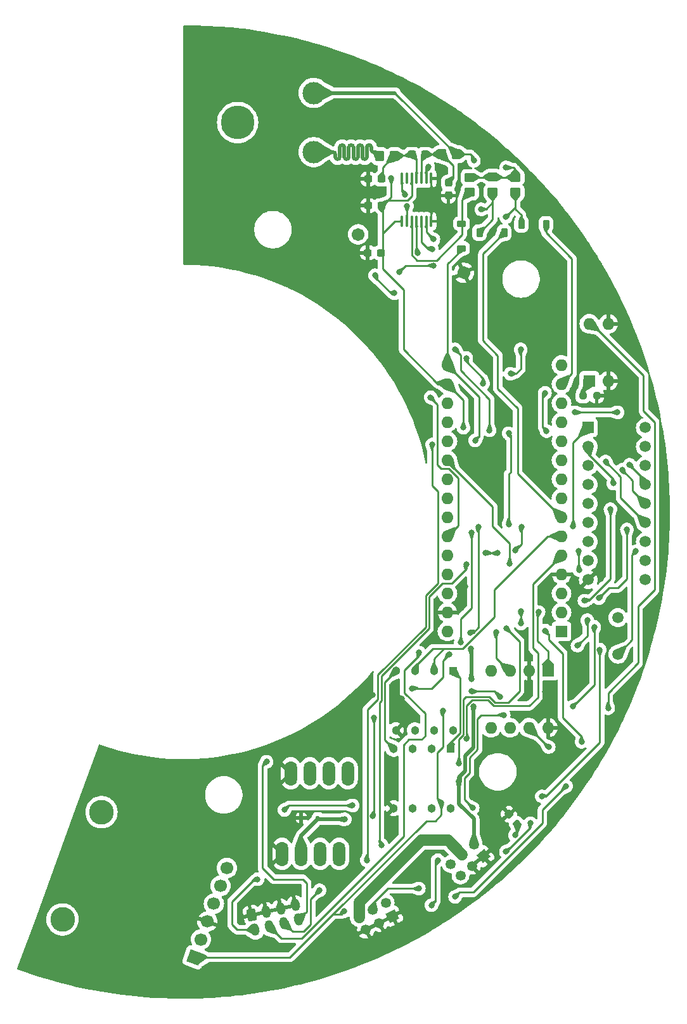
<source format=gbr>
%TF.GenerationSoftware,KiCad,Pcbnew,7.0.1*%
%TF.CreationDate,2023-05-25T18:45:16+09:00*%
%TF.ProjectId,THRControlModuleBoard,54485243-6f6e-4747-926f-6c4d6f64756c,rev?*%
%TF.SameCoordinates,Original*%
%TF.FileFunction,Copper,L1,Top*%
%TF.FilePolarity,Positive*%
%FSLAX46Y46*%
G04 Gerber Fmt 4.6, Leading zero omitted, Abs format (unit mm)*
G04 Created by KiCad (PCBNEW 7.0.1) date 2023-05-25 18:45:16*
%MOMM*%
%LPD*%
G01*
G04 APERTURE LIST*
G04 Aperture macros list*
%AMRoundRect*
0 Rectangle with rounded corners*
0 $1 Rounding radius*
0 $2 $3 $4 $5 $6 $7 $8 $9 X,Y pos of 4 corners*
0 Add a 4 corners polygon primitive as box body*
4,1,4,$2,$3,$4,$5,$6,$7,$8,$9,$2,$3,0*
0 Add four circle primitives for the rounded corners*
1,1,$1+$1,$2,$3*
1,1,$1+$1,$4,$5*
1,1,$1+$1,$6,$7*
1,1,$1+$1,$8,$9*
0 Add four rect primitives between the rounded corners*
20,1,$1+$1,$2,$3,$4,$5,0*
20,1,$1+$1,$4,$5,$6,$7,0*
20,1,$1+$1,$6,$7,$8,$9,0*
20,1,$1+$1,$8,$9,$2,$3,0*%
%AMHorizOval*
0 Thick line with rounded ends*
0 $1 width*
0 $2 $3 position (X,Y) of the first rounded end (center of the circle)*
0 $4 $5 position (X,Y) of the second rounded end (center of the circle)*
0 Add line between two ends*
20,1,$1,$2,$3,$4,$5,0*
0 Add two circle primitives to create the rounded ends*
1,1,$1,$2,$3*
1,1,$1,$4,$5*%
%AMRotRect*
0 Rectangle, with rotation*
0 The origin of the aperture is its center*
0 $1 length*
0 $2 width*
0 $3 Rotation angle, in degrees counterclockwise*
0 Add horizontal line*
21,1,$1,$2,0,0,$3*%
G04 Aperture macros list end*
%TA.AperFunction,SMDPad,CuDef*%
%ADD10RoundRect,0.237500X-0.300000X-0.237500X0.300000X-0.237500X0.300000X0.237500X-0.300000X0.237500X0*%
%TD*%
%TA.AperFunction,SMDPad,CuDef*%
%ADD11RoundRect,0.100000X-0.100000X0.637500X-0.100000X-0.637500X0.100000X-0.637500X0.100000X0.637500X0*%
%TD*%
%TA.AperFunction,SMDPad,CuDef*%
%ADD12RoundRect,0.225000X0.225000X0.375000X-0.225000X0.375000X-0.225000X-0.375000X0.225000X-0.375000X0*%
%TD*%
%TA.AperFunction,ComponentPad*%
%ADD13R,1.133000X1.133000*%
%TD*%
%TA.AperFunction,ComponentPad*%
%ADD14C,1.133000*%
%TD*%
%TA.AperFunction,ComponentPad*%
%ADD15RotRect,1.350000X1.350000X297.000000*%
%TD*%
%TA.AperFunction,ComponentPad*%
%ADD16HorizOval,1.350000X0.000000X0.000000X0.000000X0.000000X0*%
%TD*%
%TA.AperFunction,ComponentPad*%
%ADD17RotRect,1.350000X1.350000X310.000000*%
%TD*%
%TA.AperFunction,ComponentPad*%
%ADD18HorizOval,1.350000X0.000000X0.000000X0.000000X0.000000X0*%
%TD*%
%TA.AperFunction,SMDPad,CuDef*%
%ADD19RoundRect,0.250000X-0.450000X0.350000X-0.450000X-0.350000X0.450000X-0.350000X0.450000X0.350000X0*%
%TD*%
%TA.AperFunction,SMDPad,CuDef*%
%ADD20RoundRect,0.250000X0.350000X0.450000X-0.350000X0.450000X-0.350000X-0.450000X0.350000X-0.450000X0*%
%TD*%
%TA.AperFunction,ComponentPad*%
%ADD21R,1.600000X1.600000*%
%TD*%
%TA.AperFunction,ComponentPad*%
%ADD22O,1.600000X1.600000*%
%TD*%
%TA.AperFunction,ComponentPad*%
%ADD23O,1.650000X3.300000*%
%TD*%
%TA.AperFunction,SMDPad,CuDef*%
%ADD24RoundRect,0.225000X0.375000X-0.225000X0.375000X0.225000X-0.375000X0.225000X-0.375000X-0.225000X0*%
%TD*%
%TA.AperFunction,SMDPad,CuDef*%
%ADD25RoundRect,0.250000X-0.350000X-0.450000X0.350000X-0.450000X0.350000X0.450000X-0.350000X0.450000X0*%
%TD*%
%TA.AperFunction,ComponentPad*%
%ADD26RoundRect,0.250000X-0.215057X-0.624380X0.467002X-0.466914X0.215057X0.624380X-0.467002X0.466914X0*%
%TD*%
%TA.AperFunction,ComponentPad*%
%ADD27HorizOval,1.200000X-0.050614X0.219233X0.050614X-0.219233X0*%
%TD*%
%TA.AperFunction,ComponentPad*%
%ADD28C,1.500000*%
%TD*%
%TA.AperFunction,WasherPad*%
%ADD29C,3.302000*%
%TD*%
%TA.AperFunction,ComponentPad*%
%ADD30RotRect,1.700000X1.700000X160.000000*%
%TD*%
%TA.AperFunction,ComponentPad*%
%ADD31HorizOval,1.700000X0.000000X0.000000X0.000000X0.000000X0*%
%TD*%
%TA.AperFunction,SMDPad,CuDef*%
%ADD32RoundRect,0.237500X-0.366737X0.067576X0.002866X-0.372900X0.366737X-0.067576X-0.002866X0.372900X0*%
%TD*%
%TA.AperFunction,SMDPad,CuDef*%
%ADD33RoundRect,0.237500X0.250000X0.237500X-0.250000X0.237500X-0.250000X-0.237500X0.250000X-0.237500X0*%
%TD*%
%TA.AperFunction,SMDPad,CuDef*%
%ADD34RoundRect,0.237500X-0.237500X0.300000X-0.237500X-0.300000X0.237500X-0.300000X0.237500X0.300000X0*%
%TD*%
%TA.AperFunction,SMDPad,CuDef*%
%ADD35RoundRect,0.125000X0.125000X0.125000X-0.125000X0.125000X-0.125000X-0.125000X0.125000X-0.125000X0*%
%TD*%
%TA.AperFunction,SMDPad,CuDef*%
%ADD36RoundRect,0.237500X0.300000X0.237500X-0.300000X0.237500X-0.300000X-0.237500X0.300000X-0.237500X0*%
%TD*%
%TA.AperFunction,WasherPad*%
%ADD37C,4.500000*%
%TD*%
%TA.AperFunction,ComponentPad*%
%ADD38C,3.000000*%
%TD*%
%TA.AperFunction,ComponentPad*%
%ADD39R,1.498600X1.498600*%
%TD*%
%TA.AperFunction,ComponentPad*%
%ADD40C,1.498600*%
%TD*%
%TA.AperFunction,ComponentPad*%
%ADD41C,1.710000*%
%TD*%
%TA.AperFunction,ViaPad*%
%ADD42C,0.800000*%
%TD*%
%TA.AperFunction,Conductor*%
%ADD43C,0.250000*%
%TD*%
%TA.AperFunction,Conductor*%
%ADD44C,0.500000*%
%TD*%
%TA.AperFunction,Conductor*%
%ADD45C,1.500000*%
%TD*%
G04 APERTURE END LIST*
D10*
%TO.P,C2,1*%
%TO.N,Net-(U1-T+)*%
X133593500Y-45586000D03*
%TO.P,C2,2*%
%TO.N,Net-(U1-T-)*%
X135318500Y-45586000D03*
%TD*%
D11*
%TO.P,U1,1,AGND*%
%TO.N,GND*%
X136152000Y-48819500D03*
%TO.P,U1,2,BIAS*%
%TO.N,BIAS*%
X135502000Y-48819500D03*
%TO.P,U1,3,T-*%
%TO.N,Net-(U1-T-)*%
X134852000Y-48819500D03*
%TO.P,U1,4,T+*%
%TO.N,Net-(U1-T+)*%
X134202000Y-48819500D03*
%TO.P,U1,5,AVDD*%
%TO.N,+3.3V*%
X133552000Y-48819500D03*
%TO.P,U1,6*%
%TO.N,N/C*%
X132902000Y-48819500D03*
%TO.P,U1,7,~{DRDY}*%
%TO.N,DRDY*%
X132252000Y-48819500D03*
%TO.P,U1,8,DVDD*%
%TO.N,+3.3V*%
X132252000Y-54544500D03*
%TO.P,U1,9,~{CS}*%
%TO.N,Net-(D3-A)*%
X132902000Y-54544500D03*
%TO.P,U1,10,SCK*%
%TO.N,Net-(D2-A)*%
X133552000Y-54544500D03*
%TO.P,U1,11,SDO*%
%TO.N,SPI__MISO*%
X134202000Y-54544500D03*
%TO.P,U1,12,SDI*%
%TO.N,Net-(D1-A)*%
X134852000Y-54544500D03*
%TO.P,U1,13,~{FAULT}*%
%TO.N,~{FAULT}*%
X135502000Y-54544500D03*
%TO.P,U1,14,DGND*%
%TO.N,GND*%
X136152000Y-54544500D03*
%TD*%
D12*
%TO.P,D3,1,K*%
%TO.N,MAX31856__~{CS}-~{CS}*%
X145900000Y-56050000D03*
%TO.P,D3,2,A*%
%TO.N,Net-(D3-A)*%
X142600000Y-56050000D03*
%TD*%
D13*
%TO.P,IC2,1,RO*%
%TO.N,RS485__RO-RX*%
X139060000Y-114581000D03*
D14*
%TO.P,IC2,2,~{RE}*%
%TO.N,RS485__ENABLE_RS405*%
X136520000Y-114581000D03*
%TO.P,IC2,3,DE*%
X133980000Y-114581000D03*
%TO.P,IC2,4,DI*%
%TO.N,RS485__DI-TX*%
X131440000Y-114581000D03*
%TO.P,IC2,5,GND*%
%TO.N,GND*%
X131440000Y-122519000D03*
%TO.P,IC2,6,A*%
%TO.N,RS485__A2*%
X133980000Y-122519000D03*
%TO.P,IC2,7,B*%
%TO.N,RS485__B2*%
X136520000Y-122519000D03*
%TO.P,IC2,8,VCC*%
%TO.N,+3.3V*%
X139060000Y-122519000D03*
%TD*%
D15*
%TO.P,J2,1,Pin_1*%
%TO.N,GND*%
X130986004Y-147333026D03*
D16*
%TO.P,J2,2,Pin_2*%
%TO.N,Umbilical__waitingInput*%
X130078023Y-145551012D03*
%TO.P,J2,3,Pin_3*%
%TO.N,GND*%
X129203990Y-148241007D03*
%TO.P,J2,4,Pin_4*%
%TO.N,Umbilical__launchInput*%
X128296010Y-146458993D03*
%TO.P,J2,5,Pin_5*%
%TO.N,GND*%
X127421977Y-149148988D03*
%TO.P,J2,6,Pin_6*%
%TO.N,+VDC*%
X126513996Y-147366974D03*
%TD*%
D12*
%TO.P,D1,1,K*%
%TO.N,SPI__MOSI*%
X151500000Y-54950000D03*
%TO.P,D1,2,A*%
%TO.N,Net-(D1-A)*%
X148200000Y-54950000D03*
%TD*%
D17*
%TO.P,J3,1,Pin_1*%
%TO.N,GND*%
X143124876Y-139330469D03*
D18*
%TO.P,J3,2,Pin_2*%
%TO.N,+12V*%
X141839301Y-137798380D03*
%TO.P,J3,3,Pin_3*%
%TO.N,GND*%
X141592788Y-140616044D03*
%TO.P,J3,4,Pin_4*%
%TO.N,+VDC*%
X140307212Y-139083956D03*
%TO.P,J3,5,Pin_5*%
%TO.N,CAN__L*%
X140060699Y-141901620D03*
%TO.P,J3,6,Pin_6*%
%TO.N,CAN__H*%
X138775124Y-140369531D03*
%TD*%
D19*
%TO.P,R4,1*%
%TO.N,+3.3V*%
X141314000Y-48666000D03*
%TO.P,R4,2*%
%TO.N,Net-(D2-A)*%
X141314000Y-50666000D03*
%TD*%
D20*
%TO.P,R2,1*%
%TO.N,BIAS*%
X139520000Y-45586000D03*
%TO.P,R2,2*%
%TO.N,Net-(U1-T-)*%
X137520000Y-45586000D03*
%TD*%
D21*
%TO.P,U2,1,TXD*%
%TO.N,CAN__TXD-TXCAN*%
X151750000Y-114550000D03*
D22*
%TO.P,U2,2,VSS*%
%TO.N,GND*%
X149210000Y-114550000D03*
%TO.P,U2,3,VDD*%
%TO.N,+5V*%
X146670000Y-114550000D03*
%TO.P,U2,4,RXD*%
%TO.N,CAN__RXD-CANRX*%
X144130000Y-114550000D03*
%TO.P,U2,5,Vio*%
%TO.N,+5V*%
X144130000Y-122170000D03*
%TO.P,U2,6,CANL*%
%TO.N,CAN__L*%
X146670000Y-122170000D03*
%TO.P,U2,7,CANH*%
%TO.N,CAN__H*%
X149210000Y-122170000D03*
%TO.P,U2,8,STBY*%
%TO.N,GND*%
X151750000Y-122170000D03*
%TD*%
D23*
%TO.P,J5,1,Pin_1*%
%TO.N,GND*%
X117390000Y-128250000D03*
%TO.P,J5,2,Pin_2*%
%TO.N,+12V*%
X119930000Y-128250000D03*
%TO.P,J5,3,Pin_3*%
%TO.N,RS485__A2*%
X122470000Y-128250000D03*
%TO.P,J5,4,Pin_4*%
%TO.N,RS485__B2*%
X125010000Y-128250000D03*
%TD*%
D24*
%TO.P,D2,1,K*%
%TO.N,SPI__SCLK*%
X140200000Y-58150000D03*
%TO.P,D2,2,A*%
%TO.N,Net-(D2-A)*%
X140200000Y-54850000D03*
%TD*%
D19*
%TO.P,R5,1*%
%TO.N,+3.3V*%
X144362000Y-48650000D03*
%TO.P,R5,2*%
%TO.N,Net-(D3-A)*%
X144362000Y-50650000D03*
%TD*%
D13*
%TO.P,IC1,1,RO*%
%TO.N,RS485__RO-RX*%
X138760000Y-124981000D03*
D14*
%TO.P,IC1,2,~{RE}*%
%TO.N,RS485__ENABLE_B3M*%
X136220000Y-124981000D03*
%TO.P,IC1,3,DE*%
X133680000Y-124981000D03*
%TO.P,IC1,4,DI*%
%TO.N,RS485__DI-TX*%
X131140000Y-124981000D03*
%TO.P,IC1,5,GND*%
%TO.N,GND*%
X131140000Y-132919000D03*
%TO.P,IC1,6,A*%
%TO.N,RS485__A1*%
X133680000Y-132919000D03*
%TO.P,IC1,7,B*%
%TO.N,RS485__B1*%
X136220000Y-132919000D03*
%TO.P,IC1,8,VCC*%
%TO.N,+3.3V*%
X138760000Y-132919000D03*
%TD*%
D25*
%TO.P,R1,1*%
%TO.N,Net-(J1-Pin_2)*%
X129250000Y-45850000D03*
%TO.P,R1,2*%
%TO.N,Net-(U1-T+)*%
X131250000Y-45850000D03*
%TD*%
D19*
%TO.P,R3,1*%
%TO.N,+3.3V*%
X147410000Y-48666000D03*
%TO.P,R3,2*%
%TO.N,Net-(D1-A)*%
X147410000Y-50666000D03*
%TD*%
D21*
%TO.P,U4,1*%
%TO.N,/NanoEvery/PhotoMos_12Vin*%
X157275000Y-75850000D03*
D22*
%TO.P,U4,2*%
%TO.N,GND*%
X159815000Y-75850000D03*
%TO.P,U4,3*%
X159815000Y-68230000D03*
%TO.P,U4,4*%
%TO.N,+12V*%
X157275000Y-68230000D03*
%TD*%
D26*
%TO.P,J6,1,Pin_1*%
%TO.N,GND*%
X112163473Y-147201064D03*
D27*
%TO.P,J6,2,Pin_2*%
%TO.N,RS405_Servo__Openinput*%
X112613375Y-149149804D03*
%TO.P,J6,3,Pin_3*%
%TO.N,GND*%
X114112213Y-146751162D03*
%TO.P,J6,4,Pin_4*%
%TO.N,RS405_Servo__Closeinput*%
X114562115Y-148699902D03*
%TO.P,J6,5,Pin_5*%
%TO.N,GND*%
X116060953Y-146301260D03*
%TO.P,J6,6,Pin_6*%
%TO.N,B3M_Servo__Openinput*%
X116510855Y-148250000D03*
%TO.P,J6,7,Pin_7*%
%TO.N,GND*%
X118009693Y-145851358D03*
%TO.P,J6,8,Pin_8*%
%TO.N,B3M_Servo__Closeinput*%
X118459595Y-147800098D03*
%TD*%
D28*
%TO.P,Y1,1,1*%
%TO.N,OCS2*%
X161100000Y-112350000D03*
%TO.P,Y1,2,2*%
%TO.N,OCS1*%
X161100000Y-107470000D03*
%TD*%
D29*
%TO.P,U5,*%
%TO.N,*%
X86893074Y-147762184D03*
X92105461Y-133441268D03*
D30*
%TO.P,U5,1,Vin*%
%TO.N,+3.3V*%
X104512538Y-152823639D03*
D31*
%TO.P,U5,2,Vout*%
%TO.N,unconnected-(U5-Vout-Pad2)*%
X105381269Y-150436819D03*
%TO.P,U5,3,GND*%
%TO.N,GND*%
X106250000Y-148050000D03*
%TO.P,U5,4,DO*%
%TO.N,SPI__MISO*%
X107118731Y-145663181D03*
%TO.P,U5,5,~{CS}*%
%TO.N,MAX31855__~{CS}-~{CS}*%
X107987463Y-143276362D03*
%TO.P,U5,6,SCK*%
%TO.N,SPI__SCLK*%
X108856194Y-140889542D03*
%TD*%
D10*
%TO.P,C1,1*%
%TO.N,GND*%
X127751500Y-48888000D03*
%TO.P,C1,2*%
%TO.N,Net-(U1-T+)*%
X129476500Y-48888000D03*
%TD*%
D32*
%TO.P,D6,1,K*%
%TO.N,GND*%
X146537561Y-133729711D03*
%TO.P,D6,2,A*%
%TO.N,Net-(D6-A)*%
X147662439Y-135070289D03*
%TD*%
D33*
%TO.P,R11,1*%
%TO.N,GND*%
X158262500Y-77850000D03*
%TO.P,R11,2*%
%TO.N,/NanoEvery/PhotoMos_12Vin*%
X156437500Y-77850000D03*
%TD*%
D34*
%TO.P,C3,1*%
%TO.N,Net-(U1-T-)*%
X138450000Y-49387500D03*
%TO.P,C3,2*%
%TO.N,GND*%
X138450000Y-51112500D03*
%TD*%
D22*
%TO.P,A1,30,VIN*%
%TO.N,+12V*%
X138320000Y-109300000D03*
%TO.P,A1,29,GND*%
%TO.N,GND*%
X138320000Y-106760000D03*
%TO.P,A1,28,~{RESET}*%
%TO.N,unconnected-(A1-~{RESET}-Pad28)*%
X138320000Y-104220000D03*
%TO.P,A1,27,+5V*%
%TO.N,+5V*%
X138320000Y-101680000D03*
%TO.P,A1,26,A7*%
%TO.N,unconnected-(A1-A7-Pad26)*%
X138320000Y-99140000D03*
%TO.P,A1,25,A6*%
%TO.N,IO__Busser*%
X138320000Y-96600000D03*
%TO.P,A1,24,SCL/A5*%
%TO.N,unconnected-(A1-SCL{slash}A5-Pad24)*%
X138320000Y-94060000D03*
%TO.P,A1,23,SDA/A4*%
%TO.N,unconnected-(A1-SDA{slash}A4-Pad23)*%
X138320000Y-91520000D03*
%TO.P,A1,22,A3*%
%TO.N,RS405_Servo__Close*%
X138320000Y-88980000D03*
%TO.P,A1,21,A2*%
%TO.N,RS405_Servo__Open*%
X138320000Y-86440000D03*
%TO.P,A1,20,A1*%
%TO.N,B3M_Servo__Close*%
X138320000Y-83900000D03*
%TO.P,A1,19,A0*%
%TO.N,B3M_Servo__Open*%
X138320000Y-81360000D03*
%TO.P,A1,18,AREF*%
%TO.N,unconnected-(A1-AREF-Pad18)*%
X138320000Y-78820000D03*
%TO.P,A1,17,3V3*%
%TO.N,+3.3V*%
X138320000Y-76280000D03*
%TO.P,A1,16,SCK*%
%TO.N,SPI__SCLK*%
X138320000Y-73740000D03*
%TO.P,A1,15,MISO*%
%TO.N,SPI__MISO*%
X153560000Y-73740000D03*
%TO.P,A1,14,MOSI*%
%TO.N,SPI__MOSI*%
X153560000Y-76280000D03*
%TO.P,A1,13,D10*%
%TO.N,MAX31856__FAULT-FAULT*%
X153560000Y-78820000D03*
%TO.P,A1,12,D9*%
%TO.N,MAX31856__DRDY-DRDY*%
X153560000Y-81360000D03*
%TO.P,A1,11,D8*%
%TO.N,Umbilical__waitingPin*%
X153560000Y-83900000D03*
%TO.P,A1,10,D7*%
%TO.N,Umbilical__launchPin*%
X153560000Y-86440000D03*
%TO.P,A1,9,D6*%
%TO.N,MCP2515__~{CS}-~{CS}*%
X153560000Y-88980000D03*
%TO.P,A1,8,D5*%
%TO.N,MAX31855__~{CS}-~{CS}*%
X153560000Y-91520000D03*
%TO.P,A1,7,D4*%
%TO.N,MAX31856__~{CS}-~{CS}*%
X153560000Y-94060000D03*
%TO.P,A1,6,D3*%
%TO.N,RS485__ENABLE_RS405*%
X153560000Y-96600000D03*
%TO.P,A1,5,D2*%
%TO.N,RS485__ENABLE_B3M*%
X153560000Y-99140000D03*
%TO.P,A1,4,GND*%
%TO.N,GND*%
X153560000Y-101680000D03*
%TO.P,A1,3,~{RESET}*%
%TO.N,unconnected-(A1-~{RESET}-Pad3)*%
X153560000Y-104220000D03*
%TO.P,A1,2,RX1*%
%TO.N,RS485__RO-RX*%
X153560000Y-106760000D03*
D21*
%TO.P,A1,1,TX1*%
%TO.N,RS485__DI-TX*%
X153560000Y-109300000D03*
%TD*%
D23*
%TO.P,J4,1,Pin_1*%
%TO.N,GND*%
X116240000Y-139000000D03*
%TO.P,J4,2,Pin_2*%
%TO.N,+12V*%
X118780000Y-139000000D03*
%TO.P,J4,3,Pin_3*%
%TO.N,RS485__A1*%
X121320000Y-139000000D03*
%TO.P,J4,4,Pin_4*%
%TO.N,RS485__B1*%
X123860000Y-139000000D03*
%TD*%
D35*
%TO.P,D4,1,K*%
%TO.N,+12V*%
X121000000Y-134200000D03*
%TO.P,D4,2,A*%
%TO.N,GND*%
X118800000Y-134200000D03*
%TD*%
D36*
%TO.P,C5,1*%
%TO.N,+3.3V*%
X129412500Y-58750000D03*
%TO.P,C5,2*%
%TO.N,GND*%
X127687500Y-58750000D03*
%TD*%
%TO.P,C4,1*%
%TO.N,+3.3V*%
X129476500Y-52444000D03*
%TO.P,C4,2*%
%TO.N,GND*%
X127751500Y-52444000D03*
%TD*%
D37*
%TO.P,J1,*%
%TO.N,*%
X110290000Y-41350000D03*
D38*
%TO.P,J1,1,Pin_1*%
%TO.N,BIAS*%
X120450000Y-37400000D03*
%TO.P,J1,2,Pin_2*%
%TO.N,Net-(J1-Pin_2)*%
X120450000Y-45300000D03*
%TD*%
D39*
%TO.P,U3,1,TXCAN*%
%TO.N,CAN__TXD-TXCAN*%
X157140000Y-82090000D03*
D40*
%TO.P,U3,2,RXCAN*%
%TO.N,CAN__RXD-CANRX*%
X157140000Y-84630000D03*
%TO.P,U3,3,CLKOUT/SOF*%
%TO.N,unconnected-(U3-CLKOUT{slash}SOF-Pad3)*%
X157140000Y-87170000D03*
%TO.P,U3,4,~TX0RTS*%
%TO.N,unconnected-(U3-~TX0RTS-Pad4)*%
X157140000Y-89710000D03*
%TO.P,U3,5,~TX1RTS*%
%TO.N,unconnected-(U3-~TX1RTS-Pad5)*%
X157140000Y-92250000D03*
%TO.P,U3,6,~TX2RTS*%
%TO.N,unconnected-(U3-~TX2RTS-Pad6)*%
X157140000Y-94790000D03*
%TO.P,U3,7,OSC2*%
%TO.N,OCS2*%
X157140000Y-97330000D03*
%TO.P,U3,8,OSC1*%
%TO.N,OCS1*%
X157140000Y-99870000D03*
%TO.P,U3,9,VSS*%
%TO.N,GND*%
X157140000Y-102410000D03*
%TO.P,U3,10,~RX1BF*%
%TO.N,unconnected-(U3-~RX1BF-Pad10)*%
X164760000Y-102410000D03*
%TO.P,U3,11,~RX0BF*%
%TO.N,unconnected-(U3-~RX0BF-Pad11)*%
X164760000Y-99870000D03*
%TO.P,U3,12,~INT*%
%TO.N,unconnected-(U3-~INT-Pad12)*%
X164760000Y-97330000D03*
%TO.P,U3,13,SCK*%
%TO.N,SPI__SCLK*%
X164760000Y-94790000D03*
%TO.P,U3,14,SI*%
%TO.N,SPI__MOSI*%
X164760000Y-92250000D03*
%TO.P,U3,15,SO*%
%TO.N,SPI__MISO*%
X164760000Y-89710000D03*
%TO.P,U3,16,~CS*%
%TO.N,MCP2515__~{CS}-~{CS}*%
X164760000Y-87170000D03*
%TO.P,U3,17,~RESET*%
%TO.N,Net-(U3-~RESET)*%
X164760000Y-84630000D03*
%TO.P,U3,18,VDD*%
%TO.N,+3.3V*%
X164760000Y-82090000D03*
%TD*%
D41*
%TO.P,LS1,N*%
%TO.N,GND*%
X140497695Y-61415151D03*
%TO.P,LS1,P*%
%TO.N,+12V*%
X126402305Y-56284849D03*
%TD*%
D42*
%TO.N,GND*%
X165000000Y-106800000D03*
X161200000Y-117900000D03*
X122700000Y-121800000D03*
X148700000Y-118200000D03*
X101200000Y-129100000D03*
X93400000Y-128400000D03*
X88400000Y-143600000D03*
X86200000Y-153300000D03*
X99200000Y-156200000D03*
X109100000Y-156400000D03*
X122900000Y-153300000D03*
X159600000Y-64900000D03*
X157300000Y-60700000D03*
X135400000Y-80900000D03*
X133700000Y-75700000D03*
X150500000Y-51400000D03*
X137400000Y-40300000D03*
X127700000Y-35700000D03*
X123600000Y-34200000D03*
X116400000Y-31900000D03*
X108100000Y-30800000D03*
X118100000Y-62000000D03*
X106200000Y-58200000D03*
X106000000Y-52300000D03*
X140200000Y-106200000D03*
X140700000Y-87300000D03*
X141900000Y-64000000D03*
X145800000Y-87200000D03*
X130800000Y-136800000D03*
X139000000Y-53000000D03*
X158500000Y-98600000D03*
X132600000Y-121600000D03*
X143200000Y-87300000D03*
X158800000Y-102300000D03*
X140700000Y-103300000D03*
X131200000Y-130600000D03*
X131100000Y-116400000D03*
X151400000Y-117400000D03*
X132200000Y-118300000D03*
X128300000Y-117800000D03*
%TO.N,+3.3V*%
X146140000Y-47364000D03*
X127550000Y-139850000D03*
X137700000Y-119900000D03*
X124550000Y-146650000D03*
X140450000Y-82084500D03*
X161050000Y-80050000D03*
X130800000Y-48750000D03*
X155350000Y-80050000D03*
X136275500Y-84353509D03*
X137500000Y-132200000D03*
%TO.N,BIAS*%
X141850000Y-46450000D03*
X135750000Y-47274500D03*
%TO.N,Net-(D3-A)*%
X132912701Y-52512701D03*
X142838000Y-52952000D03*
%TO.N,DRDY*%
X128650000Y-61750000D03*
X132672000Y-50945000D03*
X143950000Y-82450000D03*
X131250000Y-64150000D03*
X139350000Y-71650000D03*
%TO.N,+12V*%
X131850000Y-61350000D03*
X124600000Y-134400000D03*
X141412299Y-111612299D03*
X141812299Y-119312299D03*
X139850000Y-129300000D03*
X136450000Y-60474500D03*
X159800000Y-119550000D03*
X141500000Y-115650000D03*
%TO.N,~{FAULT}*%
X136450000Y-56950000D03*
X143100000Y-76200000D03*
X140824500Y-72788966D03*
%TO.N,B3M_Servo__Open*%
X146500000Y-82850000D03*
X146500000Y-95000000D03*
%TO.N,RS405_Servo__Open*%
X146625000Y-100250000D03*
%TO.N,IO__Busser*%
X136074500Y-78050000D03*
X148100000Y-71650000D03*
X146750000Y-74900000D03*
%TO.N,MAX31855__~{CS}-~{CS}*%
X155900000Y-101100000D03*
X158668449Y-111756150D03*
X136175000Y-145875000D03*
X155850000Y-98550000D03*
X137050000Y-139850000D03*
X150937701Y-131337701D03*
%TO.N,SPI__MOSI*%
X161650000Y-87750000D03*
%TO.N,+5V*%
X144800000Y-109425500D03*
%TO.N,CAN__TXD-TXCAN*%
X150499500Y-106725500D03*
X155125500Y-95250000D03*
%TO.N,CAN__RXD-CANRX*%
X157000000Y-107800000D03*
X160100000Y-93000000D03*
X160475500Y-89550000D03*
X156624500Y-105200000D03*
X155700000Y-111200000D03*
%TO.N,OCS2*%
X163500000Y-98600000D03*
%TO.N,SPI__MISO*%
X125650000Y-132550000D03*
X145356049Y-118056049D03*
X134312299Y-58787701D03*
X162300000Y-95700000D03*
X116550000Y-133150000D03*
X141500500Y-117300000D03*
X162650000Y-87050000D03*
X155050000Y-119350000D03*
X158562299Y-104862299D03*
X157924500Y-108700000D03*
%TO.N,SPI__SCLK*%
X151350000Y-77450000D03*
X151550000Y-82550000D03*
X138550000Y-112350000D03*
X141550000Y-96150000D03*
X159450000Y-86650000D03*
X142012299Y-83812299D03*
X140100000Y-110800000D03*
X128350000Y-133950000D03*
X133600000Y-116900000D03*
X128500000Y-120800000D03*
%TO.N,RS485__ENABLE_B3M*%
X140900500Y-123660494D03*
%TO.N,Net-(D1-A)*%
X136250000Y-58250000D03*
X146140000Y-53968000D03*
%TO.N,Umbilical__waitingInput*%
X129550000Y-137850000D03*
X145000000Y-98850000D03*
X148200000Y-95350000D03*
X147350000Y-98450000D03*
X140825500Y-100350000D03*
X143425500Y-98800000D03*
%TO.N,RS405_Servo__Openinput*%
X141700000Y-132900000D03*
X145850000Y-120474500D03*
X112950000Y-142400000D03*
%TO.N,Umbilical__launchInput*%
X148100000Y-106600000D03*
X154162299Y-129962299D03*
X156250000Y-124050000D03*
X134500000Y-143650000D03*
X148150000Y-108250000D03*
X139350000Y-144750000D03*
X151400000Y-109200000D03*
%TO.N,RS405_Servo__Closeinput*%
X142450000Y-95350000D03*
X141350000Y-109450000D03*
X134550000Y-112150000D03*
%TO.N,CAN__L*%
X149412299Y-134912299D03*
X146137701Y-138737701D03*
%TO.N,CAN__H*%
X151850000Y-124750000D03*
%TO.N,B3M_Servo__Openinput*%
X139850500Y-126900000D03*
X146200000Y-108900000D03*
X121237701Y-143875500D03*
%TO.N,B3M_Servo__Closeinput*%
X114150000Y-126700000D03*
%TO.N,Net-(D6-A)*%
X147337701Y-136537701D03*
%TD*%
D43*
%TO.N,GND*%
X136152000Y-48819500D02*
X136152000Y-54544500D01*
%TO.N,+3.3V*%
X144362000Y-48650000D02*
X144378000Y-48666000D01*
X137500000Y-132200000D02*
X137500000Y-133800000D01*
X136275500Y-89875500D02*
X137050000Y-90650000D01*
X137500000Y-132200000D02*
X137000000Y-131700000D01*
X144378000Y-48666000D02*
X147410000Y-48666000D01*
X137080000Y-76280000D02*
X138320000Y-76280000D01*
X147156000Y-47364000D02*
X147410000Y-47618000D01*
X140450000Y-82084500D02*
X140450000Y-78410000D01*
X129651500Y-56148500D02*
X129651500Y-56750000D01*
X132450000Y-71650000D02*
X137080000Y-76280000D01*
X122900000Y-147200000D02*
X117276361Y-152823639D01*
X135400000Y-104500000D02*
X135400000Y-108723832D01*
X135400000Y-108723832D02*
X129025000Y-115098832D01*
X127625000Y-119775000D02*
X127625000Y-139775000D01*
X137500000Y-133800000D02*
X136700000Y-134600000D01*
X124150000Y-147050000D02*
X123050000Y-147050000D01*
X129651500Y-52444000D02*
X129651500Y-56750000D01*
X132450000Y-63650000D02*
X132450000Y-71650000D01*
X146140000Y-47364000D02*
X147156000Y-47364000D01*
X137000000Y-131700000D02*
X137000000Y-125461772D01*
X129651500Y-56750000D02*
X129650000Y-56751500D01*
X140450000Y-78410000D02*
X138320000Y-76280000D01*
X131255500Y-54544500D02*
X132252000Y-54544500D01*
X147410000Y-47618000D02*
X147410000Y-48666000D01*
X136275500Y-84353509D02*
X136275500Y-89875500D01*
X141314000Y-48666000D02*
X144346000Y-48666000D01*
X129650000Y-60850000D02*
X132450000Y-63650000D01*
X129025000Y-115098832D02*
X129025000Y-118375000D01*
X124550000Y-146650000D02*
X124150000Y-147050000D01*
X123050000Y-147050000D02*
X122900000Y-147200000D01*
X137000000Y-125461772D02*
X137700000Y-124761772D01*
X133552000Y-48819500D02*
X133552000Y-51148000D01*
X130800000Y-48750000D02*
X130800000Y-51295500D01*
X133552000Y-51148000D02*
X132950000Y-51750000D01*
X161050000Y-80050000D02*
X155350000Y-80050000D01*
X137050000Y-90650000D02*
X137050000Y-102850000D01*
X129025000Y-118375000D02*
X127625000Y-119775000D01*
X130800000Y-51295500D02*
X129651500Y-52444000D01*
X132950000Y-51750000D02*
X130345500Y-51750000D01*
X129650000Y-56751500D02*
X129650000Y-60850000D01*
X117276361Y-152823639D02*
X104512538Y-152823639D01*
X137700000Y-124761772D02*
X137700000Y-119900000D01*
X137050000Y-102850000D02*
X135400000Y-104500000D01*
X136700000Y-134600000D02*
X135500000Y-134600000D01*
X127625000Y-139775000D02*
X127550000Y-139850000D01*
X135500000Y-134600000D02*
X122900000Y-147200000D01*
X130345500Y-51750000D02*
X129651500Y-52444000D01*
X131255500Y-54544500D02*
X129651500Y-56148500D01*
X144346000Y-48666000D02*
X144362000Y-48650000D01*
%TO.N,BIAS*%
X141386000Y-45586000D02*
X139520000Y-45586000D01*
X139520000Y-45586000D02*
X131334000Y-37400000D01*
X141850000Y-46050000D02*
X141386000Y-45586000D01*
X135502000Y-48819500D02*
X135502000Y-47522500D01*
X135502000Y-47522500D02*
X135750000Y-47274500D01*
X141850000Y-46450000D02*
X141850000Y-46050000D01*
D44*
X131334000Y-37400000D02*
X120450000Y-37400000D01*
D43*
%TO.N,Net-(D2-A)*%
X134250000Y-59750000D02*
X133552000Y-59052000D01*
X141314000Y-50666000D02*
X140300000Y-51680000D01*
X136850000Y-59750000D02*
X134250000Y-59750000D01*
X140300000Y-56300000D02*
X136850000Y-59750000D01*
X140300000Y-51680000D02*
X140300000Y-56300000D01*
X133552000Y-59052000D02*
X133552000Y-54567000D01*
%TO.N,Net-(D3-A)*%
X144362000Y-51428000D02*
X144362000Y-50650000D01*
X142600000Y-56050000D02*
X144362000Y-54288000D01*
X143448000Y-52952000D02*
X144362000Y-52038000D01*
X132902000Y-53581979D02*
X132902000Y-54544500D01*
X144362000Y-52038000D02*
X144362000Y-51428000D01*
X144362000Y-54288000D02*
X144362000Y-52038000D01*
X132912701Y-53571278D02*
X132902000Y-53581979D01*
X132912701Y-52512701D02*
X132912701Y-53571278D01*
X142838000Y-52952000D02*
X143448000Y-52952000D01*
%TO.N,DRDY*%
X128650000Y-62050000D02*
X130750000Y-64150000D01*
X140100000Y-72400000D02*
X139350000Y-71650000D01*
X132252000Y-50525000D02*
X132672000Y-50945000D01*
X143950000Y-78300000D02*
X140100000Y-74450000D01*
X130750000Y-64150000D02*
X131250000Y-64150000D01*
X128650000Y-61750000D02*
X128650000Y-62050000D01*
X143950000Y-82450000D02*
X143950000Y-78300000D01*
X140100000Y-74450000D02*
X140100000Y-72400000D01*
X132252000Y-48819500D02*
X132252000Y-50525000D01*
%TO.N,RS485__RO-RX*%
X138760000Y-124140000D02*
X139999500Y-122900500D01*
X139999500Y-122900500D02*
X139999500Y-115520500D01*
X138760000Y-124981000D02*
X138760000Y-124140000D01*
X139999500Y-115520500D02*
X139060000Y-114581000D01*
%TO.N,RS485__DI-TX*%
X129925000Y-123766000D02*
X129925000Y-116096000D01*
X129925000Y-116096000D02*
X131440000Y-114581000D01*
X131140000Y-124981000D02*
X129925000Y-123766000D01*
%TO.N,+12V*%
X166000000Y-103750000D02*
X166000000Y-81350000D01*
D44*
X141750000Y-124854076D02*
X141750000Y-119374598D01*
X120925500Y-134400000D02*
X118780000Y-136545500D01*
X118780000Y-136545500D02*
X118780000Y-139000000D01*
X141839301Y-134339301D02*
X141839301Y-137798380D01*
X141500000Y-111700000D02*
X141500000Y-115650000D01*
X139850000Y-129300000D02*
X139850000Y-132350000D01*
D43*
X166000000Y-81350000D02*
X164500000Y-79850000D01*
X157630000Y-68230000D02*
X157275000Y-68230000D01*
X136425500Y-60450000D02*
X132750000Y-60450000D01*
D44*
X141750000Y-119374598D02*
X141812299Y-119312299D01*
D43*
X136450000Y-60474500D02*
X136425500Y-60450000D01*
D44*
X140700000Y-127986828D02*
X140700000Y-125904076D01*
X140700000Y-125904076D02*
X141750000Y-124854076D01*
D43*
X163800000Y-113500000D02*
X163800000Y-105950000D01*
X132750000Y-60450000D02*
X131850000Y-61350000D01*
X164500000Y-79850000D02*
X164500000Y-75100000D01*
D44*
X139850000Y-128836828D02*
X140700000Y-127986828D01*
D43*
X159800000Y-117500000D02*
X163800000Y-113500000D01*
D44*
X139850000Y-129300000D02*
X139850000Y-128836828D01*
X124600000Y-134400000D02*
X120925500Y-134400000D01*
X139850000Y-132350000D02*
X141839301Y-134339301D01*
D43*
X163800000Y-105950000D02*
X166000000Y-103750000D01*
X159800000Y-119550000D02*
X159800000Y-117500000D01*
D44*
X141412299Y-111612299D02*
X141500000Y-111700000D01*
D43*
X164500000Y-75100000D02*
X157630000Y-68230000D01*
%TO.N,~{FAULT}*%
X135502000Y-56002000D02*
X135502000Y-54544500D01*
X136450000Y-56950000D02*
X135502000Y-56002000D01*
X140824500Y-73224500D02*
X143100000Y-75500000D01*
X143100000Y-75500000D02*
X143100000Y-76200000D01*
X140824500Y-72788966D02*
X140824500Y-73224500D01*
%TO.N,B3M_Servo__Open*%
X146500000Y-95000000D02*
X146500000Y-88300000D01*
X146500000Y-88300000D02*
X146800000Y-88000000D01*
X146800000Y-83150000D02*
X146500000Y-82850000D01*
X146800000Y-88000000D02*
X146800000Y-83150000D01*
%TO.N,RS405_Servo__Open*%
X144350000Y-92650000D02*
X138320000Y-86620000D01*
X146625000Y-100250000D02*
X146625000Y-97575000D01*
X144350000Y-95300000D02*
X144350000Y-92650000D01*
X146625000Y-97575000D02*
X144350000Y-95300000D01*
X138320000Y-86620000D02*
X138320000Y-86440000D01*
%TO.N,IO__Busser*%
X147500000Y-74900000D02*
X148100000Y-74300000D01*
X137515000Y-87565000D02*
X137000000Y-87050000D01*
X138320000Y-96600000D02*
X139750000Y-95170000D01*
X148100000Y-74300000D02*
X148100000Y-71650000D01*
X139750000Y-88819009D02*
X138495991Y-87565000D01*
X146750000Y-74900000D02*
X147500000Y-74900000D01*
X136074500Y-78050000D02*
X137000000Y-78975500D01*
X137000000Y-78975500D02*
X137000000Y-87050000D01*
X138495991Y-87565000D02*
X137515000Y-87565000D01*
X139750000Y-95170000D02*
X139750000Y-88819009D01*
%TO.N,MAX31855__~{CS}-~{CS}*%
X136750000Y-140150000D02*
X136750000Y-145300000D01*
X136750000Y-145300000D02*
X136175000Y-145875000D01*
X137050000Y-139850000D02*
X136750000Y-140150000D01*
X155900000Y-101100000D02*
X155850000Y-101050000D01*
X158650000Y-124150000D02*
X158650000Y-111774599D01*
X158650000Y-111774599D02*
X158668449Y-111756150D01*
X151462299Y-131337701D02*
X158650000Y-124150000D01*
X150937701Y-131337701D02*
X151462299Y-131337701D01*
X155850000Y-101050000D02*
X155850000Y-98550000D01*
%TO.N,MAX31856__~{CS}-~{CS}*%
X145050000Y-76874695D02*
X147700000Y-79524695D01*
X143050000Y-70450000D02*
X145050000Y-72450000D01*
X147700000Y-88200000D02*
X153560000Y-94060000D01*
X143050000Y-58900000D02*
X143050000Y-70450000D01*
X145900000Y-56050000D02*
X143050000Y-58900000D01*
X145050000Y-72450000D02*
X145050000Y-76874695D01*
X147700000Y-79524695D02*
X147700000Y-88200000D01*
%TO.N,SPI__MOSI*%
X153560000Y-76280000D02*
X154950000Y-74890000D01*
X163050000Y-90540000D02*
X164760000Y-92250000D01*
X163050000Y-89150000D02*
X163050000Y-90540000D01*
X151500000Y-56100000D02*
X151500000Y-54950000D01*
X154950000Y-59550000D02*
X151500000Y-56100000D01*
X161650000Y-87750000D02*
X163050000Y-89150000D01*
X154950000Y-74890000D02*
X154950000Y-59550000D01*
%TO.N,+5V*%
X144800000Y-109425500D02*
X144800000Y-112880000D01*
X144800000Y-112880000D02*
X146670000Y-114750000D01*
%TO.N,CAN__TXD-TXCAN*%
X155100000Y-95224500D02*
X155100000Y-84130000D01*
X150499500Y-106725500D02*
X150350000Y-106875000D01*
X150350000Y-106875000D02*
X150350000Y-110550000D01*
X151750000Y-111950000D02*
X151750000Y-114750000D01*
X155100000Y-84130000D02*
X157140000Y-82090000D01*
X155125500Y-95250000D02*
X155100000Y-95224500D01*
X150350000Y-110550000D02*
X151750000Y-111950000D01*
%TO.N,CAN__RXD-CANRX*%
X160100000Y-102299293D02*
X160100000Y-93000000D01*
X160475500Y-88986210D02*
X157140000Y-85650710D01*
X157000000Y-109900000D02*
X155700000Y-111200000D01*
X156624500Y-105200000D02*
X157199293Y-105200000D01*
X157000000Y-107800000D02*
X157000000Y-109900000D01*
X157140000Y-85650710D02*
X157140000Y-84630000D01*
X160475500Y-89550000D02*
X160475500Y-88986210D01*
X157199293Y-105200000D02*
X160100000Y-102299293D01*
%TO.N,Net-(U1-T+)*%
X133582500Y-45750000D02*
X131250000Y-45750000D01*
X134202000Y-48819500D02*
X134202000Y-46369500D01*
X131250000Y-45750000D02*
X129651500Y-47348500D01*
X129651500Y-47348500D02*
X129651500Y-48888000D01*
X134202000Y-46369500D02*
X133582500Y-45750000D01*
%TO.N,OCS2*%
X163000000Y-99100000D02*
X163500000Y-98600000D01*
X163000000Y-110450000D02*
X163000000Y-99100000D01*
X161100000Y-112350000D02*
X163000000Y-110450000D01*
%TO.N,SPI__MISO*%
X134312299Y-58787701D02*
X134202000Y-58677402D01*
X158562299Y-104862299D02*
X159924598Y-103500000D01*
X157924500Y-116475500D02*
X155050000Y-119350000D01*
X162300000Y-102300000D02*
X162300000Y-95700000D01*
X157924500Y-108700000D02*
X157924500Y-116475500D01*
X116550000Y-133150000D02*
X117150000Y-132550000D01*
X162650000Y-87050000D02*
X164760000Y-89160000D01*
X161100000Y-103500000D02*
X162300000Y-102300000D01*
X134202000Y-58677402D02*
X134202000Y-54544500D01*
X141511758Y-117288742D02*
X144588742Y-117288742D01*
X144588742Y-117288742D02*
X145356049Y-118056049D01*
X159924598Y-103500000D02*
X161100000Y-103500000D01*
X141500500Y-117300000D02*
X141511758Y-117288742D01*
X164760000Y-89160000D02*
X164760000Y-89710000D01*
X117150000Y-132550000D02*
X125650000Y-132550000D01*
%TO.N,SPI__SCLK*%
X140100000Y-107650000D02*
X141550000Y-106200000D01*
X140100000Y-110800000D02*
X140100000Y-107650000D01*
X151550000Y-82550000D02*
X151050000Y-82050000D01*
X137700000Y-113200000D02*
X138550000Y-112350000D01*
X140400000Y-58158000D02*
X138320000Y-60238000D01*
X136200000Y-116900000D02*
X137700000Y-115400000D01*
X151050000Y-82050000D02*
X151050000Y-77750000D01*
X137700000Y-115400000D02*
X137700000Y-113200000D01*
X128500000Y-120800000D02*
X128500000Y-133800000D01*
X161450000Y-91480000D02*
X164760000Y-94790000D01*
X142550000Y-83274598D02*
X142550000Y-77970000D01*
X142550000Y-77970000D02*
X138320000Y-73740000D01*
X138320000Y-60238000D02*
X138320000Y-73740000D01*
X128500000Y-133800000D02*
X128350000Y-133950000D01*
X141550000Y-106200000D02*
X141550000Y-96150000D01*
X142012299Y-83812299D02*
X142550000Y-83274598D01*
X159450000Y-86650000D02*
X161450000Y-88650000D01*
X161450000Y-88650000D02*
X161450000Y-91480000D01*
X133600000Y-116900000D02*
X136200000Y-116900000D01*
X151050000Y-77750000D02*
X151350000Y-77450000D01*
%TO.N,RS485__ENABLE_B3M*%
X150400000Y-112186396D02*
X149775000Y-111561396D01*
X140900500Y-119199500D02*
X141625000Y-118475000D01*
X149268951Y-119231049D02*
X150400000Y-118100000D01*
X149750000Y-106174695D02*
X149750000Y-102950000D01*
X141625000Y-118475000D02*
X143738604Y-118475000D01*
X149750000Y-102950000D02*
X153560000Y-99140000D01*
X140900500Y-123660494D02*
X140900500Y-119199500D01*
X149775000Y-106199695D02*
X149750000Y-106174695D01*
X144494653Y-119231049D02*
X149268951Y-119231049D01*
X143738604Y-118475000D02*
X144494653Y-119231049D01*
X149775000Y-111561396D02*
X149775000Y-106199695D01*
X150400000Y-118100000D02*
X150400000Y-112186396D01*
%TO.N,RS485__ENABLE_RS405*%
X136520000Y-112954695D02*
X137849695Y-111625000D01*
X136375000Y-111625000D02*
X137950000Y-111625000D01*
X133980000Y-114581000D02*
X133980000Y-114020000D01*
X133980000Y-114020000D02*
X136375000Y-111625000D01*
X144600000Y-103700000D02*
X144600000Y-107400000D01*
X140375000Y-111625000D02*
X137950000Y-111625000D01*
X137849695Y-111625000D02*
X137950000Y-111625000D01*
X151700000Y-96600000D02*
X144600000Y-103700000D01*
X136520000Y-114581000D02*
X136520000Y-112954695D01*
X153560000Y-96600000D02*
X151700000Y-96600000D01*
X144600000Y-107400000D02*
X140375000Y-111625000D01*
%TO.N,Net-(D1-A)*%
X147410000Y-52698000D02*
X147410000Y-50666000D01*
X146140000Y-53968000D02*
X147410000Y-52698000D01*
X135750000Y-58250000D02*
X134852000Y-57352000D01*
X147410000Y-52910000D02*
X147410000Y-52698000D01*
X148200000Y-53700000D02*
X148200000Y-54950000D01*
X134852000Y-57352000D02*
X134852000Y-54544500D01*
X136250000Y-58250000D02*
X135750000Y-58250000D01*
X147410000Y-52910000D02*
X148200000Y-53700000D01*
%TO.N,Umbilical__waitingInput*%
X138900000Y-102900000D02*
X140825500Y-100974500D01*
X147400000Y-98450000D02*
X147350000Y-98450000D01*
X129475000Y-115285228D02*
X135850000Y-108910228D01*
X143475500Y-98850000D02*
X145000000Y-98850000D01*
X143425500Y-98800000D02*
X143475500Y-98850000D01*
X147450000Y-98400000D02*
X148200000Y-97650000D01*
X129250000Y-137550000D02*
X129250000Y-118786396D01*
X129475000Y-118561396D02*
X129475000Y-115285228D01*
X135850000Y-108910228D02*
X135850000Y-104686396D01*
X147450000Y-98400000D02*
X147400000Y-98450000D01*
X135850000Y-104686396D02*
X137636396Y-102900000D01*
X129550000Y-137850000D02*
X129250000Y-137550000D01*
X137636396Y-102900000D02*
X138900000Y-102900000D01*
X129250000Y-118786396D02*
X129475000Y-118561396D01*
X148200000Y-97650000D02*
X148200000Y-95350000D01*
X140825500Y-100974500D02*
X140825500Y-100350000D01*
%TO.N,RS405_Servo__Openinput*%
X109550000Y-145350000D02*
X109550000Y-148450000D01*
X112500000Y-142400000D02*
X109550000Y-145350000D01*
X140600000Y-131800000D02*
X140600000Y-128900000D01*
X112950000Y-142400000D02*
X112500000Y-142400000D01*
X110249804Y-149149804D02*
X112613375Y-149149804D01*
X141275000Y-128225000D02*
X141275000Y-126142249D01*
X109550000Y-148450000D02*
X110249804Y-149149804D01*
X141700000Y-132900000D02*
X140600000Y-131800000D01*
X142325000Y-125092249D02*
X142325000Y-120975000D01*
X142825500Y-120474500D02*
X145850000Y-120474500D01*
X141275000Y-126142249D02*
X142325000Y-125092249D01*
X142325000Y-120975000D02*
X142825500Y-120474500D01*
X140600000Y-128900000D02*
X141275000Y-128225000D01*
%TO.N,Umbilical__launchInput*%
X151400000Y-109200000D02*
X151850000Y-109650000D01*
X153725000Y-112275000D02*
X153725000Y-120825000D01*
X148100000Y-106600000D02*
X148150000Y-106650000D01*
X151000000Y-133124598D02*
X151000000Y-134900000D01*
X151850000Y-110400000D02*
X153725000Y-112275000D01*
X148150000Y-106650000D02*
X148150000Y-108250000D01*
X151000000Y-134900000D02*
X141750000Y-144150000D01*
X154162299Y-129962299D02*
X151000000Y-133124598D01*
X153725000Y-120825000D02*
X156250000Y-123350000D01*
X156250000Y-123350000D02*
X156250000Y-124050000D01*
X139950000Y-144150000D02*
X139350000Y-144750000D01*
X128250000Y-145750000D02*
X128250000Y-146483975D01*
X151850000Y-109650000D02*
X151850000Y-110400000D01*
X130350000Y-143650000D02*
X128250000Y-145750000D01*
X141750000Y-144150000D02*
X139950000Y-144150000D01*
X134500000Y-143650000D02*
X130350000Y-143650000D01*
%TO.N,RS405_Servo__Closeinput*%
X134550000Y-112150000D02*
X134550000Y-112550000D01*
X135350000Y-123250000D02*
X134850000Y-123750000D01*
X132450000Y-136686396D02*
X118836396Y-150300000D01*
X132450000Y-124450000D02*
X132450000Y-136686396D01*
X134850000Y-123750000D02*
X133150000Y-123750000D01*
X142450000Y-108750000D02*
X142450000Y-95350000D01*
X141750000Y-109450000D02*
X142450000Y-108750000D01*
X134550000Y-112550000D02*
X132600000Y-114500000D01*
X116162213Y-150300000D02*
X114562115Y-148699902D01*
X132600000Y-114500000D02*
X132600000Y-117500000D01*
X132600000Y-117500000D02*
X135350000Y-120250000D01*
X118836396Y-150300000D02*
X116162213Y-150300000D01*
X133150000Y-123750000D02*
X132450000Y-124450000D01*
X141350000Y-109450000D02*
X141750000Y-109450000D01*
X135350000Y-120250000D02*
X135350000Y-123250000D01*
D45*
%TO.N,+VDC*%
X126517949Y-145482051D02*
X134850000Y-137150000D01*
X134850000Y-137150000D02*
X138373256Y-137150000D01*
X138373256Y-137150000D02*
X140307212Y-139083956D01*
X126517949Y-147483975D02*
X126517949Y-145482051D01*
D43*
%TO.N,CAN__L*%
X146162299Y-138737701D02*
X146137701Y-138737701D01*
X149412299Y-135487701D02*
X146162299Y-138737701D01*
X149412299Y-134912299D02*
X149412299Y-135487701D01*
%TO.N,CAN__H*%
X151790000Y-124750000D02*
X151850000Y-124750000D01*
X149210000Y-122170000D02*
X151790000Y-124750000D01*
%TO.N,B3M_Servo__Openinput*%
X146418951Y-118781049D02*
X147950000Y-117250000D01*
X144681049Y-118781049D02*
X146418951Y-118781049D01*
X120050000Y-145063201D02*
X120050000Y-148450000D01*
X140775000Y-118025000D02*
X143925000Y-118025000D01*
X121237701Y-143875500D02*
X120050000Y-145063201D01*
X139850500Y-126900000D02*
X139850500Y-123685896D01*
X140449500Y-123086896D02*
X140449500Y-118350500D01*
X139850500Y-123685896D02*
X140449500Y-123086896D01*
X147950000Y-117250000D02*
X147950000Y-110650000D01*
X143925000Y-118025000D02*
X144681049Y-118781049D01*
X147950000Y-110650000D02*
X146200000Y-108900000D01*
X120050000Y-148450000D02*
X119100000Y-149400000D01*
X119100000Y-149400000D02*
X117660855Y-149400000D01*
X140449500Y-118350500D02*
X140775000Y-118025000D01*
X117660855Y-149400000D02*
X116510855Y-148250000D01*
%TO.N,B3M_Servo__Closeinput*%
X113600000Y-127250000D02*
X113600000Y-140900000D01*
X119500000Y-142900000D02*
X119500000Y-146759693D01*
X115100000Y-142400000D02*
X119000000Y-142400000D01*
X113600000Y-140900000D02*
X115100000Y-142400000D01*
X119000000Y-142400000D02*
X119500000Y-142900000D01*
X114150000Y-126700000D02*
X113600000Y-127250000D01*
X119500000Y-146759693D02*
X118459595Y-147800098D01*
%TO.N,/NanoEvery/PhotoMos_12Vin*%
X156437500Y-76687500D02*
X157275000Y-75850000D01*
X156437500Y-77850000D02*
X156437500Y-76687500D01*
D44*
%TO.N,Net-(J1-Pin_2)*%
X125750000Y-45956122D02*
X125750000Y-45300000D01*
X127550000Y-45000000D02*
X127550000Y-45956122D01*
X123950000Y-44643878D02*
X123950000Y-45300000D01*
X127550000Y-44643878D02*
X127550000Y-45000000D01*
X124550000Y-45956122D02*
X124550000Y-45300000D01*
X128700000Y-45300000D02*
X128450000Y-45300000D01*
X123350000Y-45956122D02*
X123350000Y-45600000D01*
D43*
X121765405Y-45300000D02*
X120450000Y-45300000D01*
D44*
X123950000Y-45300000D02*
X123950000Y-45956122D01*
X129250000Y-45850000D02*
X128700000Y-45300000D01*
X126950000Y-45956122D02*
X126950000Y-45300000D01*
X126350000Y-44643878D02*
X126350000Y-45300000D01*
X124550000Y-45300000D02*
X124550000Y-44643878D01*
X123050000Y-45300000D02*
X121765405Y-45300000D01*
X126350000Y-45300000D02*
X126350000Y-45956122D01*
X125150000Y-45300000D02*
X125150000Y-45956122D01*
X128150000Y-45000000D02*
X128150000Y-44643878D01*
X125750000Y-45300000D02*
X125750000Y-44643878D01*
X126950000Y-45300000D02*
X126950000Y-44643878D01*
X125150000Y-44643878D02*
X125150000Y-45300000D01*
X124549978Y-45956122D02*
G75*
G03*
X124850000Y-46256122I300022J22D01*
G01*
X125450000Y-44343900D02*
G75*
G03*
X125150000Y-44643878I0J-300000D01*
G01*
X123650000Y-46256100D02*
G75*
G03*
X123950000Y-45956122I0J300000D01*
G01*
X125750022Y-44643878D02*
G75*
G03*
X125450000Y-44343878I-300022J-22D01*
G01*
X128150000Y-45000000D02*
G75*
G03*
X128450000Y-45300000I300000J0D01*
G01*
X123350000Y-45600000D02*
G75*
G03*
X123050000Y-45300000I-300000J0D01*
G01*
X126950022Y-44643878D02*
G75*
G03*
X126650000Y-44343878I-300022J-22D01*
G01*
X124850000Y-46256100D02*
G75*
G03*
X125150000Y-45956122I0J300000D01*
G01*
X125749978Y-45956122D02*
G75*
G03*
X126050000Y-46256122I300022J22D01*
G01*
X126650000Y-44343900D02*
G75*
G03*
X126350000Y-44643878I0J-300000D01*
G01*
X127250000Y-46256100D02*
G75*
G03*
X127550000Y-45956122I0J300000D01*
G01*
X126949978Y-45956122D02*
G75*
G03*
X127250000Y-46256122I300022J22D01*
G01*
X123349978Y-45956122D02*
G75*
G03*
X123650000Y-46256122I300022J22D01*
G01*
X126050000Y-46256100D02*
G75*
G03*
X126350000Y-45956122I0J300000D01*
G01*
X127850000Y-44343900D02*
G75*
G03*
X127550000Y-44643878I0J-300000D01*
G01*
X124250000Y-44343900D02*
G75*
G03*
X123950000Y-44643878I0J-300000D01*
G01*
X128150022Y-44643878D02*
G75*
G03*
X127850000Y-44343878I-300022J-22D01*
G01*
X124550022Y-44643878D02*
G75*
G03*
X124250000Y-44343878I-300022J-22D01*
G01*
D43*
%TO.N,Net-(U1-T-)*%
X134852000Y-48797000D02*
X134852000Y-46052500D01*
X138450000Y-49387500D02*
X139050000Y-48787500D01*
X134852000Y-46052500D02*
X135318500Y-45586000D01*
X135318500Y-45586000D02*
X137520000Y-45586000D01*
X139050000Y-47116000D02*
X137520000Y-45586000D01*
X139050000Y-48787500D02*
X139050000Y-47116000D01*
%TO.N,Net-(D6-A)*%
X147662439Y-135070289D02*
X147662439Y-136212963D01*
X147662439Y-136212963D02*
X147337701Y-136537701D01*
%TD*%
%TA.AperFunction,Conductor*%
%TO.N,GND*%
G36*
X103496336Y-28355986D02*
G01*
X104646166Y-28370119D01*
X104649165Y-28370193D01*
X106242847Y-28428984D01*
X106245887Y-28429133D01*
X107837673Y-28527080D01*
X107840613Y-28527298D01*
X109357678Y-28658145D01*
X109431450Y-28664554D01*
X109434312Y-28664837D01*
X110795131Y-28815987D01*
X111025016Y-28841704D01*
X111027744Y-28842042D01*
X112286291Y-29013244D01*
X112613611Y-29058090D01*
X112616454Y-29058514D01*
X113801588Y-29249507D01*
X113801714Y-29249560D01*
X113801718Y-29249528D01*
X113802216Y-29249608D01*
X114196484Y-29313607D01*
X114199167Y-29314074D01*
X115330188Y-29524991D01*
X115330191Y-29524992D01*
X115330185Y-29525026D01*
X115330346Y-29525021D01*
X115772549Y-29608083D01*
X115775157Y-29608604D01*
X116862550Y-29839178D01*
X116862713Y-29839254D01*
X116862720Y-29839214D01*
X116862870Y-29839245D01*
X117340856Y-29941340D01*
X117343482Y-29941933D01*
X118395681Y-30192219D01*
X118900397Y-30313160D01*
X118903027Y-30313822D01*
X119925081Y-30583645D01*
X120450300Y-30723334D01*
X120452977Y-30724078D01*
X121448210Y-31013167D01*
X121448431Y-31013287D01*
X121448447Y-31013236D01*
X121989639Y-31171615D01*
X121992316Y-31172432D01*
X122320896Y-31276699D01*
X122964333Y-31480879D01*
X123517532Y-31657752D01*
X123520000Y-31658572D01*
X124470106Y-31985980D01*
X124470356Y-31986129D01*
X124470375Y-31986073D01*
X125032885Y-32181398D01*
X125035385Y-32182297D01*
X125965834Y-32528744D01*
X126534959Y-32742295D01*
X126537222Y-32743173D01*
X127448714Y-33108316D01*
X128022618Y-33340023D01*
X128024929Y-33340985D01*
X128720897Y-33639845D01*
X128918220Y-33724579D01*
X128918191Y-33724645D01*
X128918549Y-33724720D01*
X129495051Y-33974245D01*
X129497407Y-33975296D01*
X130133979Y-34267385D01*
X130373320Y-34377206D01*
X130373285Y-34377280D01*
X130373661Y-34377362D01*
X130373754Y-34377405D01*
X130951467Y-34644624D01*
X130953781Y-34645725D01*
X131579327Y-34951586D01*
X131812821Y-35065753D01*
X131813180Y-35065929D01*
X132390849Y-35350693D01*
X132393211Y-35351889D01*
X133236065Y-35789992D01*
X133812477Y-36092097D01*
X133814648Y-36093265D01*
X134641360Y-36549130D01*
X135215276Y-36868280D01*
X135217446Y-36869517D01*
X136027870Y-37342743D01*
X136598548Y-37678851D01*
X136600695Y-37680145D01*
X137395052Y-38170562D01*
X137395055Y-38170564D01*
X137961400Y-38523287D01*
X137963431Y-38524580D01*
X138741828Y-39031984D01*
X139303036Y-39401096D01*
X139304992Y-39402412D01*
X139774885Y-39725445D01*
X140067027Y-39926282D01*
X140067463Y-39926583D01*
X140622544Y-40311681D01*
X140624531Y-40313089D01*
X141370612Y-40853470D01*
X141919259Y-41254581D01*
X141921097Y-41255953D01*
X142650746Y-41812279D01*
X142651201Y-41812627D01*
X143192185Y-42229070D01*
X143194111Y-42230584D01*
X143907429Y-42802720D01*
X143907775Y-42803000D01*
X144440859Y-43234792D01*
X144442696Y-43236310D01*
X145139311Y-43823764D01*
X145139718Y-43824108D01*
X145664273Y-44270943D01*
X145665976Y-44272422D01*
X146228282Y-44770772D01*
X146346079Y-44875171D01*
X146346555Y-44875595D01*
X146861695Y-45336895D01*
X146863475Y-45338521D01*
X147526593Y-45955975D01*
X147527074Y-45956425D01*
X148032515Y-46432103D01*
X148034239Y-46433757D01*
X148680265Y-47065646D01*
X148680750Y-47066124D01*
X149175976Y-47555863D01*
X149177624Y-47557523D01*
X149517925Y-47907152D01*
X149806428Y-48203564D01*
X149806916Y-48204069D01*
X150291339Y-48707446D01*
X150292950Y-48709151D01*
X150904325Y-49368986D01*
X150904815Y-49369519D01*
X151376803Y-49884924D01*
X151378005Y-49886236D01*
X151379537Y-49887940D01*
X151536123Y-50065500D01*
X151973101Y-50561007D01*
X151973592Y-50561567D01*
X152435261Y-51091463D01*
X152436757Y-51093213D01*
X153012392Y-51779227D01*
X153012884Y-51779817D01*
X153462469Y-52322396D01*
X153463818Y-52324054D01*
X153799952Y-52745249D01*
X154021550Y-53022925D01*
X154022040Y-53023544D01*
X154458905Y-53578164D01*
X154460287Y-53579951D01*
X154999581Y-54290880D01*
X155000069Y-54291527D01*
X155424198Y-54858296D01*
X155425522Y-54860100D01*
X155946348Y-55582918D01*
X155946832Y-55583595D01*
X156357486Y-56161654D01*
X156358753Y-56163471D01*
X156860922Y-56897797D01*
X156861402Y-56898504D01*
X156988340Y-57086898D01*
X157257886Y-57486944D01*
X157258446Y-57487774D01*
X157259656Y-57489605D01*
X157742872Y-58234896D01*
X157743346Y-58235632D01*
X158124718Y-58833042D01*
X158126392Y-58835663D01*
X158127525Y-58837472D01*
X158264164Y-59060017D01*
X158591669Y-59593426D01*
X158592135Y-59594192D01*
X158813046Y-59959898D01*
X158956744Y-60197783D01*
X158960848Y-60204576D01*
X158961939Y-60206418D01*
X158997623Y-60267875D01*
X159406686Y-60972389D01*
X159407145Y-60973186D01*
X159761276Y-61593634D01*
X159762315Y-61595492D01*
X160187620Y-62371286D01*
X160188069Y-62372112D01*
X160527136Y-63001883D01*
X160528120Y-63003747D01*
X160933841Y-63789013D01*
X160934279Y-63789870D01*
X161258093Y-64428710D01*
X161259021Y-64430578D01*
X161644894Y-65224706D01*
X161645320Y-65225593D01*
X161953636Y-65873123D01*
X161954500Y-65874978D01*
X162254337Y-66532695D01*
X162320369Y-66677542D01*
X162320782Y-66678459D01*
X162613322Y-67334204D01*
X162614139Y-67336076D01*
X162959798Y-68146517D01*
X162960197Y-68147463D01*
X163236808Y-68811191D01*
X163237570Y-68813063D01*
X163562859Y-69630888D01*
X163563243Y-69631864D01*
X163823641Y-70303014D01*
X163824349Y-70304884D01*
X164129179Y-71129756D01*
X164129546Y-71130761D01*
X164373537Y-71808944D01*
X164374191Y-71810811D01*
X164658401Y-72642188D01*
X164658750Y-72643223D01*
X164886069Y-73327815D01*
X164886671Y-73329676D01*
X165150228Y-74167366D01*
X165150557Y-74168430D01*
X165361002Y-74858906D01*
X165361552Y-74860761D01*
X165604263Y-75704063D01*
X165604572Y-75705155D01*
X165798048Y-76401301D01*
X165798546Y-76403148D01*
X166020301Y-77251568D01*
X166020588Y-77252688D01*
X166196919Y-77953994D01*
X166197366Y-77955832D01*
X166398053Y-78808827D01*
X166398318Y-78809975D01*
X166557362Y-79515990D01*
X166557759Y-79517818D01*
X166737354Y-80375175D01*
X166737594Y-80376350D01*
X166879167Y-81086363D01*
X166879515Y-81088179D01*
X167037903Y-81949260D01*
X167038118Y-81950462D01*
X167162151Y-82664221D01*
X167162451Y-82666023D01*
X167299573Y-83530399D01*
X167299761Y-83531628D01*
X167406144Y-84248616D01*
X167406396Y-84250403D01*
X167522162Y-85117380D01*
X167522323Y-85118634D01*
X167610986Y-85838518D01*
X167611191Y-85840290D01*
X167705571Y-86709475D01*
X167705704Y-86710755D01*
X167776553Y-87432969D01*
X167776712Y-87434723D01*
X167849680Y-88305733D01*
X167849782Y-88307037D01*
X167902745Y-89030942D01*
X167902860Y-89032679D01*
X167954379Y-89904923D01*
X167954451Y-89906250D01*
X167989494Y-90631584D01*
X167989565Y-90633301D01*
X168019625Y-91506392D01*
X168019664Y-91507743D01*
X168036745Y-92233905D01*
X168036773Y-92235602D01*
X168045361Y-93108847D01*
X168045367Y-93110220D01*
X168044467Y-93836840D01*
X168044454Y-93838515D01*
X168031575Y-94711605D01*
X168031546Y-94712999D01*
X168012656Y-95439526D01*
X168012602Y-95441179D01*
X167978279Y-96313386D01*
X167978215Y-96314800D01*
X167941335Y-97040884D01*
X167941242Y-97042514D01*
X167885498Y-97913490D01*
X167885398Y-97914924D01*
X167830547Y-98639993D01*
X167830415Y-98641598D01*
X167753286Y-99510882D01*
X167753148Y-99512335D01*
X167680359Y-100235868D01*
X167680190Y-100237448D01*
X167581732Y-101104446D01*
X167581556Y-101105916D01*
X167490863Y-101827555D01*
X167490658Y-101829109D01*
X167370932Y-102693334D01*
X167370717Y-102694821D01*
X167262182Y-103414042D01*
X167261942Y-103415569D01*
X167121003Y-104276631D01*
X167120747Y-104278133D01*
X166994439Y-104994462D01*
X166994165Y-104995962D01*
X166832135Y-105853137D01*
X166831839Y-105854654D01*
X166687806Y-106567789D01*
X166687499Y-106569259D01*
X166504450Y-107422187D01*
X166504112Y-107423718D01*
X166342502Y-108132936D01*
X166342164Y-108134378D01*
X166138166Y-108982714D01*
X166137785Y-108984256D01*
X165958693Y-109689157D01*
X165958325Y-109690569D01*
X165733516Y-110533711D01*
X165733091Y-110535265D01*
X165536659Y-111235324D01*
X165536263Y-111236706D01*
X165290715Y-112074349D01*
X165290245Y-112075912D01*
X165076602Y-112770710D01*
X165076178Y-112772061D01*
X164810114Y-113603420D01*
X164809600Y-113604992D01*
X164578828Y-114294270D01*
X164578378Y-114295589D01*
X164291889Y-115120363D01*
X164291328Y-115121942D01*
X164043657Y-115805042D01*
X164043182Y-115806330D01*
X163736453Y-116623955D01*
X163735846Y-116625540D01*
X163471417Y-117302107D01*
X163470919Y-117303363D01*
X163144092Y-118113435D01*
X163143438Y-118115024D01*
X162862357Y-118784802D01*
X162861835Y-118786025D01*
X162515203Y-119587800D01*
X162514502Y-119589392D01*
X162217037Y-120251767D01*
X162216495Y-120252958D01*
X161850073Y-121046374D01*
X161849323Y-121047968D01*
X161535726Y-121702413D01*
X161535164Y-121703570D01*
X161149213Y-122488023D01*
X161148414Y-122489618D01*
X160818887Y-123135760D01*
X160818307Y-123136884D01*
X160412951Y-123912073D01*
X160412102Y-123913666D01*
X160066933Y-124550985D01*
X160066336Y-124552075D01*
X159641877Y-125317378D01*
X159640979Y-125318969D01*
X159280299Y-125947270D01*
X159279686Y-125948326D01*
X158836322Y-126703342D01*
X158835374Y-126704929D01*
X158459508Y-127323689D01*
X158458880Y-127324711D01*
X157996870Y-128068958D01*
X157995872Y-128070540D01*
X157605050Y-128679424D01*
X157604409Y-128680412D01*
X157123942Y-129413540D01*
X157122893Y-129415114D01*
X156717442Y-130013659D01*
X156716789Y-130014614D01*
X156218169Y-130736115D01*
X156217069Y-130737680D01*
X155797194Y-131325630D01*
X155796530Y-131326551D01*
X155280006Y-132036017D01*
X155278855Y-132037572D01*
X154844964Y-132614402D01*
X154844291Y-132615289D01*
X154310108Y-133312339D01*
X154308906Y-133313882D01*
X153861216Y-133879358D01*
X153860535Y-133880211D01*
X153309003Y-134564386D01*
X153307749Y-134565916D01*
X152846636Y-135119611D01*
X152845948Y-135120431D01*
X152277309Y-135791382D01*
X152276003Y-135792897D01*
X151801800Y-136334467D01*
X151801106Y-136335253D01*
X151215662Y-136992567D01*
X151214306Y-136994065D01*
X150727401Y-137523124D01*
X150726702Y-137523877D01*
X150124737Y-138167183D01*
X150123329Y-138168663D01*
X149623999Y-138684966D01*
X149623297Y-138685686D01*
X149005158Y-139314554D01*
X149003699Y-139316014D01*
X148492379Y-139819172D01*
X148491675Y-139819859D01*
X147857596Y-140433992D01*
X147856085Y-140435431D01*
X147333303Y-140924994D01*
X147332599Y-140925649D01*
X146682728Y-141524830D01*
X146681166Y-141526245D01*
X146147218Y-142002010D01*
X146146514Y-142002633D01*
X145481425Y-142586262D01*
X145479812Y-142587653D01*
X144934887Y-143049517D01*
X144934184Y-143050108D01*
X144254263Y-143617787D01*
X144252600Y-143619151D01*
X143697336Y-144066637D01*
X143696635Y-144067198D01*
X143002006Y-144618756D01*
X143000293Y-144620092D01*
X142435091Y-145052952D01*
X142434394Y-145053482D01*
X141725461Y-145588523D01*
X141723698Y-145589829D01*
X141148990Y-146007814D01*
X141148298Y-146008314D01*
X140425348Y-146526540D01*
X140423535Y-146527815D01*
X139839850Y-146930622D01*
X139839164Y-146931092D01*
X139102497Y-147432207D01*
X139100635Y-147433449D01*
X138508453Y-147820837D01*
X138507773Y-147821279D01*
X137757712Y-148304972D01*
X137755803Y-148306178D01*
X137155637Y-148677906D01*
X137154965Y-148678320D01*
X136391784Y-149144323D01*
X136389826Y-149145493D01*
X135782136Y-149501376D01*
X135781473Y-149501762D01*
X135005658Y-149949678D01*
X135003654Y-149950811D01*
X134388769Y-150290753D01*
X134388115Y-150291112D01*
X133600035Y-150720636D01*
X133597984Y-150721729D01*
X132976397Y-151045552D01*
X132975754Y-151045884D01*
X132175821Y-151456695D01*
X132173724Y-151457747D01*
X131546214Y-151765152D01*
X131545582Y-151765459D01*
X130733865Y-152157416D01*
X130731724Y-152158425D01*
X130098941Y-152449215D01*
X130098321Y-152449498D01*
X129275077Y-152822353D01*
X129272892Y-152823318D01*
X128635138Y-153097482D01*
X128634532Y-153097740D01*
X127800319Y-153451117D01*
X127798090Y-153452036D01*
X127156271Y-153709316D01*
X127155679Y-153709552D01*
X126310484Y-154043325D01*
X126308213Y-154044196D01*
X125662617Y-154284618D01*
X125662039Y-154284831D01*
X124806502Y-154598604D01*
X124804190Y-154599426D01*
X124155911Y-154822737D01*
X124155348Y-154822930D01*
X123289274Y-155116625D01*
X123286923Y-155117396D01*
X122636225Y-155323669D01*
X122635678Y-155323841D01*
X121759754Y-155597062D01*
X121757363Y-155597781D01*
X121105126Y-155786906D01*
X121104596Y-155787059D01*
X120218844Y-156039631D01*
X120216415Y-156040297D01*
X119563079Y-156212327D01*
X119562567Y-156212460D01*
X118667503Y-156444057D01*
X118665037Y-156444669D01*
X118011701Y-156599512D01*
X118011207Y-156599628D01*
X117106575Y-156810119D01*
X117104074Y-156810673D01*
X116451684Y-156948331D01*
X116451208Y-156948431D01*
X115537129Y-157137563D01*
X115534594Y-157138060D01*
X114883803Y-157258636D01*
X114883345Y-157258720D01*
X113960109Y-157426195D01*
X113957542Y-157426633D01*
X113309270Y-157530214D01*
X113308832Y-157530283D01*
X112376406Y-157675851D01*
X112373807Y-157676229D01*
X111728959Y-157762953D01*
X111728541Y-157763008D01*
X110787091Y-157886364D01*
X110784461Y-157886680D01*
X110144310Y-157956688D01*
X110143913Y-157956731D01*
X109192961Y-158057625D01*
X109190303Y-158057878D01*
X108556154Y-158111382D01*
X108555777Y-158111413D01*
X107595140Y-158189511D01*
X107592455Y-158189700D01*
X106965778Y-158226979D01*
X106965422Y-158227000D01*
X105994562Y-158281950D01*
X105991852Y-158282074D01*
X105373810Y-158303504D01*
X105373475Y-158303515D01*
X104392120Y-158334886D01*
X104389386Y-158334943D01*
X103782163Y-158340956D01*
X103781849Y-158340959D01*
X102788899Y-158348282D01*
X102786143Y-158348271D01*
X102191316Y-158339435D01*
X102191026Y-158339353D01*
X102191025Y-158339431D01*
X101185891Y-158322133D01*
X101183115Y-158322054D01*
X100602815Y-158299057D01*
X100602545Y-158299046D01*
X99583944Y-158256454D01*
X99581148Y-158256305D01*
X99018733Y-158220054D01*
X99018485Y-158220038D01*
X97984141Y-158151285D01*
X97981329Y-158151066D01*
X97439904Y-158102685D01*
X97439677Y-158102664D01*
X96387430Y-158006694D01*
X96384603Y-158006404D01*
X95868793Y-157947409D01*
X95868588Y-157947385D01*
X94794696Y-157822757D01*
X94791855Y-157822394D01*
X94308200Y-157754909D01*
X94308025Y-157754837D01*
X94308019Y-157754884D01*
X93206950Y-157599586D01*
X93204097Y-157599149D01*
X92760598Y-157526032D01*
X92760445Y-157525965D01*
X92760439Y-157526006D01*
X91625321Y-157337343D01*
X91622459Y-157336833D01*
X91229880Y-157262086D01*
X91229742Y-157262059D01*
X90050551Y-157036155D01*
X90047681Y-157035570D01*
X89724520Y-156965709D01*
X89724403Y-156965684D01*
X88483743Y-156696230D01*
X88480868Y-156695570D01*
X88255739Y-156641036D01*
X88255644Y-156641013D01*
X86925694Y-156317740D01*
X86922815Y-156317003D01*
X86850878Y-156297680D01*
X86850877Y-156297680D01*
X85381088Y-155901914D01*
X85378155Y-155901086D01*
X83848883Y-155448709D01*
X83845971Y-155447808D01*
X82328333Y-154957995D01*
X82325444Y-154957023D01*
X80937814Y-154471197D01*
X80884456Y-154434644D01*
X80856762Y-154376196D01*
X80862266Y-154311756D01*
X83246115Y-147762184D01*
X84728527Y-147762184D01*
X84748688Y-148056920D01*
X84808796Y-148346177D01*
X84907726Y-148624537D01*
X85043645Y-148886851D01*
X85214009Y-149128202D01*
X85335457Y-149258240D01*
X85415656Y-149344112D01*
X85644823Y-149530553D01*
X85897242Y-149684052D01*
X86168212Y-149801751D01*
X86452684Y-149881457D01*
X86745360Y-149921684D01*
X87040788Y-149921684D01*
X87333464Y-149881457D01*
X87617936Y-149801751D01*
X87888906Y-149684052D01*
X88141325Y-149530553D01*
X88370492Y-149344112D01*
X88572137Y-149128203D01*
X88590125Y-149102720D01*
X88742502Y-148886851D01*
X88751121Y-148870215D01*
X88878420Y-148624541D01*
X88977353Y-148346172D01*
X89037459Y-148056923D01*
X89057620Y-147762184D01*
X89037459Y-147467445D01*
X89015126Y-147359972D01*
X105085116Y-147359972D01*
X106100582Y-147729572D01*
X107585892Y-148270180D01*
X107605157Y-148049999D01*
X107584569Y-147814681D01*
X107523430Y-147586507D01*
X107423600Y-147372424D01*
X107296364Y-147190712D01*
X107274645Y-147132804D01*
X107283597Y-147071609D01*
X107320993Y-147022349D01*
X107377529Y-146997279D01*
X107453366Y-146984625D01*
X107666305Y-146911523D01*
X107864307Y-146804370D01*
X108041971Y-146666087D01*
X108194453Y-146500449D01*
X108317591Y-146311972D01*
X108408027Y-146105797D01*
X108463295Y-145887549D01*
X108481887Y-145663181D01*
X108463295Y-145438813D01*
X108408027Y-145220565D01*
X108317591Y-145014390D01*
X108220352Y-144865554D01*
X108194452Y-144825911D01*
X108184613Y-144815224D01*
X108154480Y-144756687D01*
X108158559Y-144690977D01*
X108195700Y-144636616D01*
X108255431Y-144608930D01*
X108322098Y-144597806D01*
X108535037Y-144524704D01*
X108733039Y-144417551D01*
X108910703Y-144279268D01*
X109063185Y-144113630D01*
X109186323Y-143925153D01*
X109276759Y-143718978D01*
X109332027Y-143500730D01*
X109350619Y-143276362D01*
X109332027Y-143051994D01*
X109276759Y-142833746D01*
X109186323Y-142627571D01*
X109124754Y-142533332D01*
X109063184Y-142439092D01*
X109053344Y-142428404D01*
X109023211Y-142369867D01*
X109027290Y-142304157D01*
X109064431Y-142249796D01*
X109124162Y-142222110D01*
X109190829Y-142210986D01*
X109403768Y-142137884D01*
X109601770Y-142030731D01*
X109779434Y-141892448D01*
X109931916Y-141726810D01*
X110055054Y-141538333D01*
X110145490Y-141332158D01*
X110200758Y-141113910D01*
X110219350Y-140889542D01*
X110200758Y-140665174D01*
X110145490Y-140446926D01*
X110065180Y-140263836D01*
X110055055Y-140240753D01*
X110019104Y-140185726D01*
X109931916Y-140052274D01*
X109779434Y-139886636D01*
X109601770Y-139748353D01*
X109403768Y-139641200D01*
X109403767Y-139641199D01*
X109403766Y-139641199D01*
X109190830Y-139568098D01*
X108968763Y-139531042D01*
X108743625Y-139531042D01*
X108521557Y-139568098D01*
X108308621Y-139641199D01*
X108110618Y-139748353D01*
X107932954Y-139886636D01*
X107780473Y-140052272D01*
X107657332Y-140240753D01*
X107566899Y-140446923D01*
X107566898Y-140446926D01*
X107553691Y-140499080D01*
X107511629Y-140665178D01*
X107493037Y-140889542D01*
X107511629Y-141113905D01*
X107511629Y-141113908D01*
X107511630Y-141113910D01*
X107563320Y-141318030D01*
X107566899Y-141332160D01*
X107657332Y-141538330D01*
X107780472Y-141726811D01*
X107790312Y-141737499D01*
X107820444Y-141796035D01*
X107816366Y-141861745D01*
X107779226Y-141916106D01*
X107719494Y-141943793D01*
X107652826Y-141954918D01*
X107439890Y-142028019D01*
X107241887Y-142135173D01*
X107064223Y-142273456D01*
X106911742Y-142439092D01*
X106788601Y-142627573D01*
X106698168Y-142833743D01*
X106698167Y-142833746D01*
X106653916Y-143008489D01*
X106642898Y-143051998D01*
X106624306Y-143276362D01*
X106642898Y-143500725D01*
X106642898Y-143500728D01*
X106642899Y-143500730D01*
X106689707Y-143685572D01*
X106698168Y-143718980D01*
X106788601Y-143925150D01*
X106911741Y-144113631D01*
X106921580Y-144124318D01*
X106951713Y-144182855D01*
X106947634Y-144248564D01*
X106910494Y-144302925D01*
X106850762Y-144330612D01*
X106784094Y-144341737D01*
X106571158Y-144414838D01*
X106373155Y-144521992D01*
X106195491Y-144660275D01*
X106043010Y-144825911D01*
X105919869Y-145014392D01*
X105840151Y-145196134D01*
X105829435Y-145220565D01*
X105778186Y-145422941D01*
X105774166Y-145438817D01*
X105755574Y-145663181D01*
X105774166Y-145887544D01*
X105774166Y-145887547D01*
X105774167Y-145887549D01*
X105829435Y-146105797D01*
X105843191Y-146137159D01*
X105919869Y-146311969D01*
X106043009Y-146500450D01*
X106057391Y-146516072D01*
X106086874Y-146571689D01*
X106085248Y-146634617D01*
X106052933Y-146688638D01*
X105998256Y-146719831D01*
X105786507Y-146776569D01*
X105572421Y-146876400D01*
X105378921Y-147011890D01*
X105211892Y-147178919D01*
X105085116Y-147359972D01*
X89015126Y-147359972D01*
X88977353Y-147178196D01*
X88949038Y-147098527D01*
X88878421Y-146899830D01*
X88878420Y-146899827D01*
X88785154Y-146719831D01*
X88742502Y-146637516D01*
X88572138Y-146396165D01*
X88370492Y-146180256D01*
X88319929Y-146139120D01*
X88141325Y-145993815D01*
X87888906Y-145840316D01*
X87617936Y-145722617D01*
X87475700Y-145682764D01*
X87333462Y-145642910D01*
X87040788Y-145602684D01*
X86745360Y-145602684D01*
X86452685Y-145642910D01*
X86222026Y-145707539D01*
X86168212Y-145722617D01*
X86168210Y-145722617D01*
X86168209Y-145722618D01*
X85897241Y-145840316D01*
X85644824Y-145993814D01*
X85415655Y-146180256D01*
X85214009Y-146396165D01*
X85043645Y-146637516D01*
X84907726Y-146899830D01*
X84808796Y-147178190D01*
X84748688Y-147467447D01*
X84728527Y-147762184D01*
X83246115Y-147762184D01*
X88458503Y-133441268D01*
X89940914Y-133441268D01*
X89961075Y-133736004D01*
X90021183Y-134025261D01*
X90120113Y-134303621D01*
X90120114Y-134303624D01*
X90120115Y-134303625D01*
X90124234Y-134311575D01*
X90256032Y-134565935D01*
X90426396Y-134807286D01*
X90627807Y-135022943D01*
X90628043Y-135023196D01*
X90857210Y-135209637D01*
X91109629Y-135363136D01*
X91380599Y-135480835D01*
X91665071Y-135560541D01*
X91957747Y-135600768D01*
X92253175Y-135600768D01*
X92545851Y-135560541D01*
X92830323Y-135480835D01*
X93101293Y-135363136D01*
X93353712Y-135209637D01*
X93582879Y-135023196D01*
X93784524Y-134807287D01*
X93784525Y-134807286D01*
X93954889Y-134565935D01*
X93987797Y-134502425D01*
X94090807Y-134303625D01*
X94189740Y-134025256D01*
X94249846Y-133736007D01*
X94270007Y-133441268D01*
X94249846Y-133146529D01*
X94189740Y-132857280D01*
X94163631Y-132783818D01*
X94104721Y-132618060D01*
X94090807Y-132578911D01*
X94025003Y-132451915D01*
X93954889Y-132316600D01*
X93784525Y-132075249D01*
X93582879Y-131859340D01*
X93564024Y-131844000D01*
X93353712Y-131672899D01*
X93101293Y-131519400D01*
X92830323Y-131401701D01*
X92656466Y-131352988D01*
X92545849Y-131321994D01*
X92439085Y-131307320D01*
X105949500Y-131307320D01*
X105988934Y-131619474D01*
X106067180Y-131924225D01*
X106183005Y-132216764D01*
X106334583Y-132492484D01*
X106519519Y-132747028D01*
X106734902Y-132976387D01*
X106771520Y-133006680D01*
X106977337Y-133176947D01*
X107242993Y-133345537D01*
X107527685Y-133479503D01*
X107666897Y-133524736D01*
X107826917Y-133576730D01*
X107826919Y-133576730D01*
X107826921Y-133576731D01*
X108135985Y-133635688D01*
X108228365Y-133641500D01*
X108371412Y-133650500D01*
X108371417Y-133650500D01*
X108528583Y-133650500D01*
X108528588Y-133650500D01*
X108646299Y-133643093D01*
X108764015Y-133635688D01*
X109073079Y-133576731D01*
X109372315Y-133479503D01*
X109657007Y-133345537D01*
X109922663Y-133176947D01*
X110165094Y-132976390D01*
X110210798Y-132927721D01*
X110380480Y-132747028D01*
X110565416Y-132492484D01*
X110629937Y-132375121D01*
X110716994Y-132216766D01*
X110832819Y-131924225D01*
X110911066Y-131619473D01*
X110946662Y-131337701D01*
X110950500Y-131307320D01*
X110950500Y-130992680D01*
X110926732Y-130804537D01*
X110911066Y-130680527D01*
X110853274Y-130455441D01*
X110832819Y-130375774D01*
X110748602Y-130163067D01*
X110716994Y-130083234D01*
X110603280Y-129876390D01*
X110565416Y-129807515D01*
X110380480Y-129552971D01*
X110165097Y-129323612D01*
X109922663Y-129123053D01*
X109657007Y-128954463D01*
X109483834Y-128872974D01*
X109372315Y-128820497D01*
X109372312Y-128820496D01*
X109372310Y-128820495D01*
X109073082Y-128723269D01*
X108764010Y-128664311D01*
X108528588Y-128649500D01*
X108528583Y-128649500D01*
X108371417Y-128649500D01*
X108371412Y-128649500D01*
X108135989Y-128664311D01*
X107826917Y-128723269D01*
X107527689Y-128820495D01*
X107242992Y-128954463D01*
X106977336Y-129123053D01*
X106734902Y-129323612D01*
X106519519Y-129552971D01*
X106334583Y-129807515D01*
X106183005Y-130083235D01*
X106067180Y-130375774D01*
X105988934Y-130680525D01*
X105949500Y-130992680D01*
X105949500Y-131307320D01*
X92439085Y-131307320D01*
X92253175Y-131281768D01*
X91957747Y-131281768D01*
X91665072Y-131321994D01*
X91448867Y-131382573D01*
X91380599Y-131401701D01*
X91380597Y-131401701D01*
X91380596Y-131401702D01*
X91109628Y-131519400D01*
X90857211Y-131672898D01*
X90628042Y-131859340D01*
X90426396Y-132075249D01*
X90256032Y-132316600D01*
X90120113Y-132578914D01*
X90021183Y-132857274D01*
X89961075Y-133146531D01*
X89940914Y-133441268D01*
X88458503Y-133441268D01*
X91721225Y-124477014D01*
X91758040Y-124424438D01*
X91816212Y-124397311D01*
X91880152Y-124402903D01*
X92299094Y-124555377D01*
X93383788Y-124908230D01*
X94480027Y-125223392D01*
X94480035Y-125223394D01*
X94480042Y-125223396D01*
X95586471Y-125500479D01*
X95586478Y-125500480D01*
X95586500Y-125500486D01*
X96701888Y-125739181D01*
X97349144Y-125854463D01*
X97824867Y-125939194D01*
X98838406Y-126083781D01*
X98954069Y-126100281D01*
X100088171Y-126222255D01*
X101225811Y-126304968D01*
X101225834Y-126304968D01*
X101225836Y-126304969D01*
X102365624Y-126348321D01*
X103506257Y-126352263D01*
X103506257Y-126352262D01*
X103506265Y-126352263D01*
X104646356Y-126316789D01*
X105784540Y-126241942D01*
X106919458Y-126127810D01*
X108049755Y-125974531D01*
X109174081Y-125782286D01*
X110291092Y-125551307D01*
X111399455Y-125281867D01*
X112497845Y-124974291D01*
X113584952Y-124628944D01*
X114659477Y-124246239D01*
X115720135Y-123826634D01*
X116765662Y-123370629D01*
X117794807Y-122878769D01*
X118806342Y-122351642D01*
X119799058Y-121789877D01*
X120771770Y-121194145D01*
X121723316Y-120565158D01*
X122652560Y-119903666D01*
X123558392Y-119210460D01*
X124439730Y-118486368D01*
X125295521Y-117732255D01*
X126124743Y-116949020D01*
X126926407Y-116137601D01*
X127699553Y-115298965D01*
X128272155Y-114633091D01*
X128330403Y-114595212D01*
X128399884Y-114594612D01*
X128458780Y-114631480D01*
X128488597Y-114694240D01*
X128479974Y-114763187D01*
X128457787Y-114814459D01*
X128452648Y-114824949D01*
X128431303Y-114863775D01*
X128426226Y-114883550D01*
X128419926Y-114901951D01*
X128417118Y-114908439D01*
X128411818Y-114920688D01*
X128404888Y-114964442D01*
X128402520Y-114975878D01*
X128391500Y-115018802D01*
X128391500Y-115039216D01*
X128389973Y-115058615D01*
X128386780Y-115078773D01*
X128390950Y-115122889D01*
X128391500Y-115134558D01*
X128391500Y-118061234D01*
X128382061Y-118108687D01*
X128355181Y-118148915D01*
X127236180Y-119267913D01*
X127219895Y-119280961D01*
X127171338Y-119332669D01*
X127168632Y-119335462D01*
X127148861Y-119355233D01*
X127146321Y-119358508D01*
X127138752Y-119367369D01*
X127108414Y-119399677D01*
X127098582Y-119417563D01*
X127087901Y-119433823D01*
X127075385Y-119449959D01*
X127057786Y-119490628D01*
X127052648Y-119501117D01*
X127031303Y-119539943D01*
X127026226Y-119559718D01*
X127019925Y-119578123D01*
X127011818Y-119596856D01*
X127004888Y-119640610D01*
X127002520Y-119652046D01*
X126991500Y-119694970D01*
X126991500Y-119715384D01*
X126989972Y-119734783D01*
X126986780Y-119754943D01*
X126988845Y-119776791D01*
X126990950Y-119799057D01*
X126991500Y-119810726D01*
X126991500Y-138903026D01*
X126978159Y-138958976D01*
X126786814Y-139337419D01*
X126724034Y-139461585D01*
X126723984Y-139461560D01*
X126719363Y-139471705D01*
X126715473Y-139478443D01*
X126656458Y-139660070D01*
X126636496Y-139850000D01*
X126656458Y-140039929D01*
X126715472Y-140221556D01*
X126810957Y-140386941D01*
X126832457Y-140410819D01*
X126938747Y-140528866D01*
X127093248Y-140641118D01*
X127267712Y-140718794D01*
X127267714Y-140718794D01*
X127278629Y-140723654D01*
X127325573Y-140760166D01*
X127350118Y-140814336D01*
X127346617Y-140873705D01*
X127315875Y-140924615D01*
X120895181Y-147345310D01*
X120845818Y-147375560D01*
X120788102Y-147380102D01*
X120734615Y-147357947D01*
X120697015Y-147313924D01*
X120683500Y-147257629D01*
X120683500Y-145376967D01*
X120692939Y-145329514D01*
X120719819Y-145289286D01*
X120864940Y-145144165D01*
X121028260Y-144980844D01*
X121064921Y-144955509D01*
X121591711Y-144717740D01*
X121628470Y-144696689D01*
X121639653Y-144691015D01*
X121694453Y-144666618D01*
X121848954Y-144554366D01*
X121976741Y-144412444D01*
X122072228Y-144247056D01*
X122131243Y-144065428D01*
X122151205Y-143875500D01*
X122131243Y-143685572D01*
X122087189Y-143549989D01*
X122072228Y-143503943D01*
X121976743Y-143338558D01*
X121950415Y-143309318D01*
X121848954Y-143196634D01*
X121694453Y-143084382D01*
X121694452Y-143084381D01*
X121519986Y-143006704D01*
X121333190Y-142967000D01*
X121333188Y-142967000D01*
X121142214Y-142967000D01*
X121142212Y-142967000D01*
X120955415Y-143006704D01*
X120780949Y-143084381D01*
X120626449Y-143196633D01*
X120498658Y-143338558D01*
X120401774Y-143506368D01*
X120397552Y-143515894D01*
X120397912Y-143516057D01*
X120395461Y-143521485D01*
X120395461Y-143521487D01*
X120381860Y-143551622D01*
X120370521Y-143576743D01*
X120327852Y-143627841D01*
X120264907Y-143649509D01*
X120199827Y-143635502D01*
X120151369Y-143589857D01*
X120133500Y-143525730D01*
X120133500Y-142983634D01*
X120135789Y-142962891D01*
X120135701Y-142960095D01*
X120135702Y-142960092D01*
X120133560Y-142891969D01*
X120133500Y-142888075D01*
X120133500Y-142860147D01*
X120133340Y-142858881D01*
X120132982Y-142856047D01*
X120132065Y-142844398D01*
X120130674Y-142800111D01*
X120124974Y-142780494D01*
X120121033Y-142761464D01*
X120118474Y-142741203D01*
X120102163Y-142700007D01*
X120098381Y-142688960D01*
X120086018Y-142646408D01*
X120086018Y-142646407D01*
X120075622Y-142628829D01*
X120067069Y-142611371D01*
X120059552Y-142592383D01*
X120033503Y-142556530D01*
X120027099Y-142546780D01*
X120004542Y-142508638D01*
X119990107Y-142494203D01*
X119977469Y-142479406D01*
X119965472Y-142462893D01*
X119931324Y-142434643D01*
X119922685Y-142426781D01*
X119507087Y-142011182D01*
X119494040Y-141994896D01*
X119442332Y-141946340D01*
X119439563Y-141943658D01*
X119419770Y-141923865D01*
X119419769Y-141923864D01*
X119419768Y-141923863D01*
X119416495Y-141921324D01*
X119407622Y-141913745D01*
X119375321Y-141883414D01*
X119357433Y-141873580D01*
X119341169Y-141862896D01*
X119325040Y-141850385D01*
X119284377Y-141832789D01*
X119273883Y-141827648D01*
X119235062Y-141806305D01*
X119223386Y-141803307D01*
X119215284Y-141801227D01*
X119196879Y-141794926D01*
X119187908Y-141791044D01*
X119178145Y-141786819D01*
X119178143Y-141786818D01*
X119178142Y-141786818D01*
X119134383Y-141779887D01*
X119122943Y-141777518D01*
X119080031Y-141766500D01*
X119080030Y-141766500D01*
X119059616Y-141766500D01*
X119040217Y-141764973D01*
X119020058Y-141761780D01*
X119020057Y-141761780D01*
X118987318Y-141764874D01*
X118975943Y-141765950D01*
X118964274Y-141766500D01*
X115413767Y-141766500D01*
X115366314Y-141757061D01*
X115326086Y-141730181D01*
X114269819Y-140673914D01*
X114242939Y-140633686D01*
X114233500Y-140586233D01*
X114233500Y-140499080D01*
X115094470Y-140499080D01*
X115221114Y-140679947D01*
X115385049Y-140843882D01*
X115574971Y-140976867D01*
X115785092Y-141074848D01*
X116009038Y-141134854D01*
X116240000Y-141155061D01*
X116470961Y-141134854D01*
X116694907Y-141074848D01*
X116905030Y-140976866D01*
X117094947Y-140843885D01*
X117258885Y-140679947D01*
X117391863Y-140490035D01*
X117392924Y-140487760D01*
X117395566Y-140484746D01*
X117398089Y-140481144D01*
X117398483Y-140481420D01*
X117438679Y-140435580D01*
X117505305Y-140416157D01*
X117571932Y-140435575D01*
X117617691Y-140487751D01*
X117620742Y-140494294D01*
X117620743Y-140494296D01*
X117620744Y-140494297D01*
X117754578Y-140685432D01*
X117919568Y-140850422D01*
X118110703Y-140984256D01*
X118322174Y-141082867D01*
X118547556Y-141143258D01*
X118702518Y-141156815D01*
X118779999Y-141163594D01*
X118779999Y-141163593D01*
X118780000Y-141163594D01*
X119012444Y-141143258D01*
X119237826Y-141082867D01*
X119449297Y-140984256D01*
X119640432Y-140850422D01*
X119805422Y-140685432D01*
X119939256Y-140494297D01*
X119939256Y-140494296D01*
X119945478Y-140485411D01*
X119947344Y-140486717D01*
X119983374Y-140445634D01*
X120050000Y-140426214D01*
X120116626Y-140445634D01*
X120152655Y-140486717D01*
X120154522Y-140485411D01*
X120160743Y-140494296D01*
X120160744Y-140494297D01*
X120294578Y-140685432D01*
X120459568Y-140850422D01*
X120650703Y-140984256D01*
X120862174Y-141082867D01*
X121087556Y-141143258D01*
X121242518Y-141156815D01*
X121319999Y-141163594D01*
X121319999Y-141163593D01*
X121320000Y-141163594D01*
X121552444Y-141143258D01*
X121777826Y-141082867D01*
X121989297Y-140984256D01*
X122180432Y-140850422D01*
X122345422Y-140685432D01*
X122479256Y-140494297D01*
X122479256Y-140494296D01*
X122485478Y-140485411D01*
X122487344Y-140486717D01*
X122523374Y-140445634D01*
X122590000Y-140426214D01*
X122656626Y-140445634D01*
X122692655Y-140486717D01*
X122694522Y-140485411D01*
X122700743Y-140494296D01*
X122700744Y-140494297D01*
X122834578Y-140685432D01*
X122999568Y-140850422D01*
X123190703Y-140984256D01*
X123402174Y-141082867D01*
X123627556Y-141143258D01*
X123782518Y-141156815D01*
X123859999Y-141163594D01*
X123859999Y-141163593D01*
X123860000Y-141163594D01*
X124092444Y-141143258D01*
X124317826Y-141082867D01*
X124529297Y-140984256D01*
X124720432Y-140850422D01*
X124885422Y-140685432D01*
X125019256Y-140494297D01*
X125117867Y-140282826D01*
X125178258Y-140057444D01*
X125188843Y-139936461D01*
X125193500Y-139883227D01*
X125193500Y-138116773D01*
X125184752Y-138016779D01*
X125178258Y-137942556D01*
X125117867Y-137717174D01*
X125019256Y-137505703D01*
X124885422Y-137314568D01*
X124720432Y-137149578D01*
X124529297Y-137015744D01*
X124529296Y-137015743D01*
X124317827Y-136917133D01*
X124092441Y-136856741D01*
X123859999Y-136836405D01*
X123627558Y-136856741D01*
X123402172Y-136917133D01*
X123190702Y-137015744D01*
X122999567Y-137149578D01*
X122834578Y-137314567D01*
X122694522Y-137514589D01*
X122692655Y-137513282D01*
X122656622Y-137554367D01*
X122590000Y-137573785D01*
X122523378Y-137554367D01*
X122487344Y-137513282D01*
X122485478Y-137514589D01*
X122478145Y-137504116D01*
X122345422Y-137314568D01*
X122180432Y-137149578D01*
X121989297Y-137015744D01*
X121989296Y-137015743D01*
X121777827Y-136917133D01*
X121552441Y-136856741D01*
X121319999Y-136836405D01*
X121087558Y-136856741D01*
X120862172Y-136917133D01*
X120650702Y-137015744D01*
X120459567Y-137149578D01*
X120294578Y-137314567D01*
X120154522Y-137514589D01*
X120152503Y-137513175D01*
X120117593Y-137553218D01*
X120051830Y-137573025D01*
X119985612Y-137554793D01*
X119939256Y-137504118D01*
X119648223Y-136917133D01*
X119632370Y-136885158D01*
X119619591Y-136835662D01*
X119627864Y-136785216D01*
X119655782Y-136742397D01*
X121203361Y-135194819D01*
X121243590Y-135167939D01*
X121291043Y-135158500D01*
X123714085Y-135158500D01*
X123736937Y-135160624D01*
X124345205Y-135274674D01*
X124348078Y-135275248D01*
X124504513Y-135308500D01*
X124541237Y-135308500D01*
X124555128Y-135309281D01*
X124566065Y-135310514D01*
X124623352Y-135308571D01*
X124627555Y-135308500D01*
X124695489Y-135308500D01*
X124882285Y-135268795D01*
X124882286Y-135268794D01*
X124882288Y-135268794D01*
X125056752Y-135191118D01*
X125211253Y-135078866D01*
X125339040Y-134936944D01*
X125372546Y-134878911D01*
X125434527Y-134771556D01*
X125462633Y-134685054D01*
X125493542Y-134589928D01*
X125513504Y-134400000D01*
X125493542Y-134210072D01*
X125448006Y-134069927D01*
X125434527Y-134028443D01*
X125339042Y-133863058D01*
X125301538Y-133821406D01*
X125211253Y-133721134D01*
X125056752Y-133608882D01*
X125056751Y-133608881D01*
X124882285Y-133531204D01*
X124695489Y-133491500D01*
X124695487Y-133491500D01*
X124627572Y-133491500D01*
X124623367Y-133491429D01*
X124566070Y-133489484D01*
X124555114Y-133490720D01*
X124541224Y-133491500D01*
X124504511Y-133491500D01*
X124348145Y-133524736D01*
X124345216Y-133525322D01*
X123736938Y-133639376D01*
X123714086Y-133641500D01*
X121638767Y-133641500D01*
X121591314Y-133632061D01*
X121551086Y-133605181D01*
X121516363Y-133570458D01*
X121378593Y-133488981D01*
X121224890Y-133444326D01*
X121212919Y-133443384D01*
X121188979Y-133441500D01*
X121188977Y-133441500D01*
X120811019Y-133441500D01*
X120775110Y-133444325D01*
X120621407Y-133488981D01*
X120483636Y-133570458D01*
X120370458Y-133683636D01*
X120288981Y-133821406D01*
X120240781Y-133987312D01*
X120239529Y-133986948D01*
X120234049Y-134007937D01*
X120209126Y-134043691D01*
X119753479Y-134499338D01*
X119692214Y-134532811D01*
X119622575Y-134527880D01*
X119566637Y-134486109D01*
X119539526Y-134450000D01*
X119050000Y-134450000D01*
X119050000Y-134939526D01*
X119086109Y-134966637D01*
X119127880Y-135022575D01*
X119132811Y-135092214D01*
X119099338Y-135153479D01*
X118289122Y-135963695D01*
X118275493Y-135975474D01*
X118255941Y-135990031D01*
X118223714Y-136028436D01*
X118216418Y-136036400D01*
X118212418Y-136040400D01*
X118192984Y-136064978D01*
X118190710Y-136067770D01*
X118141220Y-136126751D01*
X118130521Y-136143544D01*
X118097982Y-136213324D01*
X118096427Y-136216537D01*
X118066173Y-136276782D01*
X118061862Y-136285366D01*
X118055332Y-136304154D01*
X118039759Y-136379572D01*
X118038979Y-136383091D01*
X118019897Y-136463607D01*
X118014426Y-136480926D01*
X117864625Y-136856742D01*
X117612244Y-137489909D01*
X117612240Y-137489918D01*
X117572455Y-137542445D01*
X117511378Y-137567174D01*
X117446256Y-137557122D01*
X117395478Y-137515127D01*
X117258885Y-137320052D01*
X117094950Y-137156117D01*
X116905028Y-137023132D01*
X116694907Y-136925151D01*
X116470961Y-136865145D01*
X116240000Y-136844938D01*
X116009038Y-136865145D01*
X115785092Y-136925151D01*
X115574969Y-137023133D01*
X115385052Y-137156114D01*
X115221117Y-137320049D01*
X115094470Y-137500918D01*
X116240000Y-138646447D01*
X116505871Y-138912318D01*
X116537965Y-138967905D01*
X116537965Y-139032093D01*
X116505871Y-139087680D01*
X115094470Y-140499080D01*
X114233500Y-140499080D01*
X114233500Y-139882848D01*
X114915000Y-139882848D01*
X114922127Y-139964318D01*
X115886447Y-139000001D01*
X115886447Y-139000000D01*
X114922128Y-138035681D01*
X114922127Y-138035681D01*
X114915000Y-138117152D01*
X114915000Y-139882848D01*
X114233500Y-139882848D01*
X114233500Y-134450000D01*
X118060474Y-134450000D01*
X118096844Y-134575189D01*
X118177228Y-134711111D01*
X118288888Y-134822771D01*
X118424810Y-134903155D01*
X118549999Y-134939525D01*
X118550000Y-134939526D01*
X118550000Y-134450000D01*
X118060474Y-134450000D01*
X114233500Y-134450000D01*
X114233500Y-133150000D01*
X115636496Y-133150000D01*
X115639038Y-133174183D01*
X115656458Y-133339929D01*
X115715472Y-133521556D01*
X115810957Y-133686941D01*
X115810960Y-133686944D01*
X115938747Y-133828866D01*
X116076032Y-133928610D01*
X116093248Y-133941118D01*
X116267714Y-134018795D01*
X116454511Y-134058500D01*
X116454513Y-134058500D01*
X116645487Y-134058500D01*
X116645489Y-134058500D01*
X116832285Y-134018795D01*
X116832286Y-134018794D01*
X116832288Y-134018794D01*
X116986803Y-133950000D01*
X118060474Y-133950000D01*
X118550000Y-133950000D01*
X118550000Y-133460475D01*
X118549999Y-133460474D01*
X119050000Y-133460474D01*
X119050000Y-133950000D01*
X119539526Y-133950000D01*
X119539525Y-133949999D01*
X119503155Y-133824810D01*
X119422771Y-133688888D01*
X119311111Y-133577228D01*
X119175189Y-133496844D01*
X119050000Y-133460474D01*
X118549999Y-133460474D01*
X118424810Y-133496844D01*
X118288888Y-133577228D01*
X118177228Y-133688888D01*
X118096844Y-133824810D01*
X118060474Y-133949999D01*
X118060474Y-133950000D01*
X116986803Y-133950000D01*
X117006752Y-133941118D01*
X117161253Y-133828866D01*
X117289040Y-133686944D01*
X117290950Y-133683637D01*
X117356293Y-133570458D01*
X117384527Y-133521556D01*
X117384527Y-133521555D01*
X117385935Y-133519117D01*
X117390148Y-133509609D01*
X117389786Y-133509446D01*
X117397919Y-133491429D01*
X117503960Y-133256487D01*
X117531148Y-133218009D01*
X117570726Y-133192450D01*
X117616982Y-133183500D01*
X124720303Y-133183500D01*
X124764148Y-133191510D01*
X125304771Y-133395877D01*
X125325006Y-133401375D01*
X125342915Y-133407753D01*
X125367712Y-133418794D01*
X125519911Y-133451145D01*
X125554512Y-133458500D01*
X125554513Y-133458500D01*
X125745487Y-133458500D01*
X125745489Y-133458500D01*
X125932285Y-133418795D01*
X125932286Y-133418794D01*
X125932288Y-133418794D01*
X126106752Y-133341118D01*
X126261253Y-133228866D01*
X126389040Y-133086944D01*
X126484527Y-132921556D01*
X126543542Y-132739928D01*
X126563504Y-132550000D01*
X126543542Y-132360072D01*
X126493642Y-132206496D01*
X126484527Y-132178443D01*
X126389042Y-132013058D01*
X126358682Y-131979340D01*
X126261253Y-131871134D01*
X126155982Y-131794650D01*
X126106751Y-131758881D01*
X125932285Y-131681204D01*
X125745489Y-131641500D01*
X125745487Y-131641500D01*
X125554513Y-131641500D01*
X125554511Y-131641500D01*
X125367712Y-131681205D01*
X125342920Y-131692243D01*
X125325009Y-131698621D01*
X125304772Y-131704120D01*
X124764148Y-131908489D01*
X124720302Y-131916500D01*
X117233633Y-131916500D01*
X117212891Y-131914210D01*
X117210091Y-131914298D01*
X117141983Y-131916439D01*
X117138087Y-131916500D01*
X117110144Y-131916500D01*
X117106042Y-131917018D01*
X117094403Y-131917934D01*
X117050110Y-131919326D01*
X117030507Y-131925022D01*
X117011455Y-131928967D01*
X116991203Y-131931525D01*
X116949999Y-131947839D01*
X116938953Y-131951620D01*
X116896407Y-131963982D01*
X116878827Y-131974377D01*
X116861370Y-131982930D01*
X116842378Y-131990449D01*
X116806534Y-132016491D01*
X116796776Y-132022901D01*
X116756144Y-132046931D01*
X116722781Y-132069985D01*
X116195982Y-132307761D01*
X116159217Y-132328816D01*
X116148032Y-132334490D01*
X116093250Y-132358880D01*
X115938748Y-132471133D01*
X115810957Y-132613058D01*
X115715472Y-132778443D01*
X115656458Y-132960070D01*
X115636638Y-133148651D01*
X115636496Y-133150000D01*
X114233500Y-133150000D01*
X114233500Y-129749080D01*
X116244470Y-129749080D01*
X116371114Y-129929947D01*
X116535049Y-130093882D01*
X116724971Y-130226867D01*
X116935092Y-130324848D01*
X117159038Y-130384854D01*
X117390000Y-130405061D01*
X117620961Y-130384854D01*
X117844907Y-130324848D01*
X118055030Y-130226866D01*
X118244947Y-130093885D01*
X118408885Y-129929947D01*
X118541863Y-129740035D01*
X118542924Y-129737760D01*
X118545566Y-129734746D01*
X118548089Y-129731144D01*
X118548483Y-129731420D01*
X118588679Y-129685580D01*
X118655305Y-129666157D01*
X118721932Y-129685575D01*
X118767691Y-129737751D01*
X118770742Y-129744294D01*
X118770743Y-129744296D01*
X118770744Y-129744297D01*
X118904578Y-129935432D01*
X119069568Y-130100422D01*
X119260703Y-130234256D01*
X119472174Y-130332867D01*
X119697556Y-130393258D01*
X119930000Y-130413594D01*
X120162444Y-130393258D01*
X120387826Y-130332867D01*
X120599297Y-130234256D01*
X120790432Y-130100422D01*
X120955422Y-129935432D01*
X121089256Y-129744297D01*
X121089256Y-129744296D01*
X121095478Y-129735411D01*
X121097344Y-129736717D01*
X121133374Y-129695634D01*
X121200000Y-129676214D01*
X121266626Y-129695634D01*
X121302655Y-129736717D01*
X121304522Y-129735411D01*
X121310743Y-129744296D01*
X121310744Y-129744297D01*
X121444578Y-129935432D01*
X121609568Y-130100422D01*
X121800703Y-130234256D01*
X122012174Y-130332867D01*
X122237556Y-130393258D01*
X122470000Y-130413594D01*
X122702444Y-130393258D01*
X122927826Y-130332867D01*
X123139297Y-130234256D01*
X123330432Y-130100422D01*
X123495422Y-129935432D01*
X123629256Y-129744297D01*
X123629256Y-129744296D01*
X123635478Y-129735411D01*
X123637344Y-129736717D01*
X123673374Y-129695634D01*
X123740000Y-129676214D01*
X123806626Y-129695634D01*
X123842655Y-129736717D01*
X123844522Y-129735411D01*
X123850743Y-129744296D01*
X123850744Y-129744297D01*
X123984578Y-129935432D01*
X124149568Y-130100422D01*
X124340703Y-130234256D01*
X124552174Y-130332867D01*
X124777556Y-130393258D01*
X125010000Y-130413594D01*
X125242444Y-130393258D01*
X125467826Y-130332867D01*
X125679297Y-130234256D01*
X125870432Y-130100422D01*
X126035422Y-129935432D01*
X126169256Y-129744297D01*
X126267867Y-129532826D01*
X126328258Y-129307444D01*
X126343500Y-129133225D01*
X126343500Y-127366775D01*
X126328258Y-127192556D01*
X126267867Y-126967174D01*
X126169256Y-126755703D01*
X126035422Y-126564568D01*
X125870432Y-126399578D01*
X125679297Y-126265744D01*
X125503766Y-126183892D01*
X125467827Y-126167133D01*
X125242441Y-126106741D01*
X125010000Y-126086405D01*
X124777558Y-126106741D01*
X124552172Y-126167133D01*
X124340702Y-126265744D01*
X124149567Y-126399578D01*
X123984578Y-126564567D01*
X123844522Y-126764589D01*
X123842655Y-126763282D01*
X123806622Y-126804367D01*
X123740000Y-126823785D01*
X123673378Y-126804367D01*
X123637344Y-126763282D01*
X123635478Y-126764589D01*
X123629255Y-126755702D01*
X123495422Y-126564568D01*
X123330432Y-126399578D01*
X123139297Y-126265744D01*
X122963766Y-126183892D01*
X122927827Y-126167133D01*
X122702441Y-126106741D01*
X122470000Y-126086405D01*
X122237558Y-126106741D01*
X122012172Y-126167133D01*
X121800702Y-126265744D01*
X121609567Y-126399578D01*
X121444578Y-126564567D01*
X121304522Y-126764589D01*
X121302655Y-126763282D01*
X121266622Y-126804367D01*
X121200000Y-126823785D01*
X121133378Y-126804367D01*
X121097344Y-126763282D01*
X121095478Y-126764589D01*
X121089255Y-126755702D01*
X120955422Y-126564568D01*
X120790432Y-126399578D01*
X120599297Y-126265744D01*
X120423766Y-126183892D01*
X120387827Y-126167133D01*
X120162441Y-126106741D01*
X119930000Y-126086405D01*
X119697558Y-126106741D01*
X119472172Y-126167133D01*
X119260702Y-126265744D01*
X119069567Y-126399578D01*
X118904578Y-126564567D01*
X118770742Y-126755704D01*
X118767690Y-126762251D01*
X118721931Y-126814425D01*
X118655305Y-126833842D01*
X118588681Y-126814420D01*
X118548483Y-126768580D01*
X118548089Y-126768856D01*
X118545568Y-126765256D01*
X118542926Y-126762243D01*
X118541864Y-126759966D01*
X118408885Y-126570052D01*
X118244950Y-126406117D01*
X118055028Y-126273132D01*
X117844907Y-126175151D01*
X117620961Y-126115145D01*
X117390000Y-126094938D01*
X117159038Y-126115145D01*
X116935092Y-126175151D01*
X116724969Y-126273133D01*
X116535052Y-126406114D01*
X116371117Y-126570049D01*
X116244470Y-126750918D01*
X117390000Y-127896447D01*
X117655871Y-128162318D01*
X117687965Y-128217905D01*
X117687965Y-128282093D01*
X117655871Y-128337680D01*
X116244470Y-129749080D01*
X114233500Y-129749080D01*
X114233500Y-129132848D01*
X116065000Y-129132848D01*
X116072127Y-129214318D01*
X117036447Y-128250001D01*
X117036447Y-128250000D01*
X116072128Y-127285681D01*
X116072127Y-127285681D01*
X116065000Y-127367152D01*
X116065000Y-129132848D01*
X114233500Y-129132848D01*
X114233500Y-127726003D01*
X114243837Y-127676437D01*
X114273125Y-127635135D01*
X114316479Y-127608985D01*
X114421884Y-127572037D01*
X114430295Y-127569680D01*
X114431894Y-127568968D01*
X114441311Y-127565227D01*
X114461275Y-127558230D01*
X114493837Y-127541583D01*
X114499783Y-127538742D01*
X114606752Y-127491118D01*
X114761253Y-127378866D01*
X114889040Y-127236944D01*
X114904722Y-127209783D01*
X114984527Y-127071556D01*
X115002923Y-127014940D01*
X115043542Y-126889928D01*
X115063504Y-126700000D01*
X115043542Y-126510072D01*
X114992860Y-126354089D01*
X114984527Y-126328443D01*
X114889042Y-126163058D01*
X114845901Y-126115145D01*
X114761253Y-126021134D01*
X114648470Y-125939192D01*
X114606751Y-125908881D01*
X114432285Y-125831204D01*
X114245489Y-125791500D01*
X114245487Y-125791500D01*
X114054513Y-125791500D01*
X114054511Y-125791500D01*
X113867714Y-125831204D01*
X113693248Y-125908881D01*
X113538748Y-126021133D01*
X113410957Y-126163058D01*
X113315472Y-126328443D01*
X113313863Y-126333395D01*
X113304986Y-126354089D01*
X113302702Y-126358306D01*
X113093678Y-126854615D01*
X113088061Y-126866225D01*
X113073581Y-126892563D01*
X113062902Y-126908820D01*
X113050386Y-126924956D01*
X113032786Y-126965628D01*
X113027648Y-126976117D01*
X113006303Y-127014943D01*
X113001226Y-127034718D01*
X112994925Y-127053123D01*
X112986818Y-127071856D01*
X112979888Y-127115610D01*
X112977520Y-127127046D01*
X112966500Y-127169970D01*
X112966500Y-127190384D01*
X112964973Y-127209783D01*
X112961780Y-127229941D01*
X112965950Y-127274057D01*
X112966500Y-127285726D01*
X112966500Y-140816367D01*
X112964210Y-140837108D01*
X112964298Y-140839908D01*
X112964298Y-140839909D01*
X112965360Y-140873705D01*
X112966439Y-140908017D01*
X112966500Y-140911913D01*
X112966500Y-140939855D01*
X112967018Y-140943956D01*
X112967934Y-140955597D01*
X112969326Y-140999888D01*
X112975022Y-141019492D01*
X112978967Y-141038544D01*
X112981525Y-141058798D01*
X112997838Y-141100001D01*
X113001621Y-141111049D01*
X113013982Y-141153593D01*
X113024374Y-141171166D01*
X113032931Y-141188633D01*
X113040448Y-141207618D01*
X113066491Y-141243463D01*
X113072905Y-141253227D01*
X113103156Y-141304379D01*
X113120420Y-141366526D01*
X113104134Y-141428937D01*
X113058705Y-141474725D01*
X112996424Y-141491500D01*
X112854511Y-141491500D01*
X112667714Y-141531204D01*
X112493248Y-141608881D01*
X112338742Y-141721137D01*
X112337395Y-141722634D01*
X112324181Y-141734516D01*
X112324398Y-141734763D01*
X112229892Y-141817790D01*
X112193706Y-141839923D01*
X112192383Y-141840446D01*
X112156534Y-141866491D01*
X112146777Y-141872901D01*
X112108638Y-141895457D01*
X112094200Y-141909895D01*
X112079411Y-141922525D01*
X112062894Y-141934525D01*
X112034644Y-141968673D01*
X112026783Y-141977311D01*
X111873808Y-142130286D01*
X111867971Y-142135758D01*
X111834585Y-142165090D01*
X111808931Y-142194714D01*
X111802876Y-142201218D01*
X109161180Y-144842913D01*
X109144896Y-144855961D01*
X109096339Y-144907668D01*
X109093633Y-144910461D01*
X109073861Y-144930233D01*
X109071321Y-144933508D01*
X109063752Y-144942369D01*
X109033414Y-144974677D01*
X109023582Y-144992563D01*
X109012901Y-145008823D01*
X109000385Y-145024959D01*
X108982786Y-145065628D01*
X108977648Y-145076117D01*
X108956303Y-145114943D01*
X108951226Y-145134718D01*
X108944925Y-145153123D01*
X108936818Y-145171856D01*
X108929888Y-145215610D01*
X108927520Y-145227046D01*
X108916500Y-145269970D01*
X108916500Y-145290384D01*
X108914973Y-145309783D01*
X108913346Y-145320058D01*
X108911780Y-145329943D01*
X108912033Y-145332616D01*
X108915950Y-145374057D01*
X108916500Y-145385726D01*
X108916500Y-148366367D01*
X108914210Y-148387108D01*
X108916439Y-148458017D01*
X108916500Y-148461913D01*
X108916500Y-148489855D01*
X108917018Y-148493956D01*
X108917934Y-148505597D01*
X108919326Y-148549888D01*
X108925022Y-148569492D01*
X108928967Y-148588544D01*
X108931525Y-148608798D01*
X108947838Y-148650001D01*
X108951621Y-148661049D01*
X108963982Y-148703593D01*
X108974374Y-148721166D01*
X108982931Y-148738633D01*
X108990448Y-148757618D01*
X109016491Y-148793463D01*
X109022905Y-148803227D01*
X109045458Y-148841362D01*
X109059890Y-148855794D01*
X109072526Y-148870589D01*
X109084526Y-148887105D01*
X109084527Y-148887106D01*
X109084528Y-148887107D01*
X109118667Y-148915349D01*
X109127308Y-148923212D01*
X109742714Y-149538618D01*
X109755763Y-149554905D01*
X109757803Y-149556820D01*
X109757804Y-149556822D01*
X109807505Y-149603494D01*
X109810238Y-149606142D01*
X109830034Y-149625938D01*
X109833297Y-149628469D01*
X109842173Y-149636049D01*
X109874483Y-149666390D01*
X109892376Y-149676226D01*
X109908635Y-149686907D01*
X109924763Y-149699417D01*
X109965429Y-149717014D01*
X109975910Y-149722150D01*
X109997371Y-149733948D01*
X110014744Y-149743499D01*
X110034514Y-149748575D01*
X110052919Y-149754875D01*
X110071659Y-149762985D01*
X110115434Y-149769917D01*
X110126845Y-149772281D01*
X110169774Y-149783304D01*
X110190188Y-149783304D01*
X110209587Y-149784831D01*
X110229747Y-149788024D01*
X110273860Y-149783854D01*
X110285530Y-149783304D01*
X111216332Y-149783304D01*
X111278924Y-149800260D01*
X111682775Y-150036412D01*
X111850329Y-150134389D01*
X111882345Y-150161275D01*
X111886655Y-150166363D01*
X112028416Y-150280415D01*
X112051596Y-150299064D01*
X112238671Y-150398154D01*
X112441119Y-150460047D01*
X112651622Y-150482510D01*
X112862572Y-150464729D01*
X113066344Y-150407346D01*
X113255574Y-150312436D01*
X113423423Y-150183430D01*
X113563824Y-150024988D01*
X113671702Y-149842840D01*
X113684748Y-149806458D01*
X113716902Y-149757627D01*
X113767858Y-149728957D01*
X113826288Y-149726824D01*
X113879197Y-149751700D01*
X114000336Y-149849162D01*
X114000338Y-149849163D01*
X114179332Y-149943973D01*
X114187411Y-149948252D01*
X114337704Y-149994200D01*
X114389859Y-150010145D01*
X114404066Y-150011661D01*
X114423425Y-150015299D01*
X115149003Y-150212451D01*
X115158024Y-150214902D01*
X115213191Y-150246882D01*
X115655123Y-150688814D01*
X115668172Y-150705101D01*
X115670212Y-150707016D01*
X115670213Y-150707018D01*
X115719914Y-150753690D01*
X115722647Y-150756338D01*
X115742443Y-150776134D01*
X115745706Y-150778665D01*
X115754582Y-150786245D01*
X115786892Y-150816586D01*
X115804785Y-150826422D01*
X115821044Y-150837103D01*
X115837172Y-150849613D01*
X115877838Y-150867210D01*
X115888319Y-150872346D01*
X115909780Y-150884144D01*
X115927153Y-150893695D01*
X115946923Y-150898771D01*
X115965328Y-150905071D01*
X115984068Y-150913181D01*
X116027843Y-150920113D01*
X116039254Y-150922477D01*
X116082183Y-150933500D01*
X116102597Y-150933500D01*
X116121996Y-150935027D01*
X116142156Y-150938220D01*
X116186269Y-150934050D01*
X116197939Y-150933500D01*
X117971233Y-150933500D01*
X118027528Y-150947015D01*
X118071551Y-150984615D01*
X118093706Y-151038102D01*
X118089164Y-151095818D01*
X118058914Y-151145181D01*
X117050275Y-152153820D01*
X117010047Y-152180700D01*
X116962594Y-152190139D01*
X106446215Y-152190139D01*
X106384333Y-152173594D01*
X105918851Y-151905527D01*
X105872972Y-151859419D01*
X105856744Y-151796431D01*
X105874633Y-151733895D01*
X105921716Y-151689017D01*
X105928838Y-151685162D01*
X105928843Y-151685161D01*
X106126845Y-151578008D01*
X106304509Y-151439725D01*
X106456991Y-151274087D01*
X106580129Y-151085610D01*
X106670565Y-150879435D01*
X106725833Y-150661187D01*
X106744425Y-150436819D01*
X106725833Y-150212451D01*
X106670565Y-149994203D01*
X106580129Y-149788028D01*
X106487549Y-149646323D01*
X106456990Y-149599549D01*
X106442608Y-149583927D01*
X106413125Y-149528310D01*
X106414751Y-149465382D01*
X106447066Y-149411361D01*
X106501744Y-149380168D01*
X106713491Y-149323430D01*
X106927576Y-149223600D01*
X107121081Y-149088106D01*
X107288109Y-148921078D01*
X107414882Y-148740027D01*
X106399417Y-148370428D01*
X106399414Y-148370426D01*
X104914105Y-147829818D01*
X104894842Y-148049999D01*
X104915430Y-148285318D01*
X104976569Y-148513492D01*
X105076400Y-148727579D01*
X105203634Y-148909288D01*
X105225353Y-148967195D01*
X105216401Y-149028389D01*
X105179006Y-149077649D01*
X105122469Y-149102720D01*
X105046632Y-149115375D01*
X104833696Y-149188476D01*
X104635693Y-149295630D01*
X104458029Y-149433913D01*
X104305548Y-149599549D01*
X104182407Y-149788030D01*
X104111503Y-149949678D01*
X104091973Y-149994203D01*
X104056473Y-150134389D01*
X104036704Y-150212455D01*
X104018112Y-150436819D01*
X104036704Y-150661182D01*
X104036704Y-150661185D01*
X104036705Y-150661187D01*
X104081253Y-150837104D01*
X104091974Y-150879439D01*
X104167429Y-151051462D01*
X104177469Y-151111266D01*
X104157950Y-151168681D01*
X104113538Y-151209973D01*
X104054857Y-151225267D01*
X103927372Y-151226278D01*
X103787404Y-151268586D01*
X103665026Y-151348613D01*
X103570150Y-151459877D01*
X103543316Y-151514562D01*
X102928614Y-153203445D01*
X102914017Y-153262588D01*
X102915177Y-153408804D01*
X102957485Y-153548772D01*
X103037512Y-153671150D01*
X103037513Y-153671151D01*
X103148776Y-153766027D01*
X103185007Y-153783804D01*
X103203461Y-153792860D01*
X103764346Y-153997005D01*
X104892347Y-154407564D01*
X104951485Y-154422159D01*
X104951486Y-154422158D01*
X104951487Y-154422159D01*
X105097703Y-154420999D01*
X105237671Y-154378691D01*
X105241486Y-154376196D01*
X105360050Y-154298664D01*
X105454926Y-154187401D01*
X105481758Y-154132717D01*
X105508321Y-154059732D01*
X105528464Y-154024122D01*
X105559094Y-153997008D01*
X106392254Y-153476003D01*
X106458000Y-153457139D01*
X117192728Y-153457139D01*
X117213469Y-153459428D01*
X117216266Y-153459340D01*
X117216270Y-153459341D01*
X117284378Y-153457199D01*
X117288274Y-153457139D01*
X117316215Y-153457139D01*
X117316217Y-153457139D01*
X117320317Y-153456620D01*
X117331967Y-153455703D01*
X117376250Y-153454312D01*
X117395859Y-153448614D01*
X117414892Y-153444672D01*
X117435158Y-153442113D01*
X117476367Y-153425796D01*
X117487398Y-153422019D01*
X117529954Y-153409657D01*
X117547521Y-153399267D01*
X117564993Y-153390707D01*
X117583978Y-153383191D01*
X117619836Y-153357137D01*
X117629584Y-153350735D01*
X117667723Y-153328181D01*
X117682161Y-153313742D01*
X117696949Y-153301111D01*
X117713468Y-153289111D01*
X117741720Y-153254958D01*
X117749564Y-153246338D01*
X121102530Y-149893373D01*
X126511710Y-149893373D01*
X126549922Y-149943973D01*
X126710845Y-150090673D01*
X126895989Y-150205310D01*
X127099045Y-150283974D01*
X127313099Y-150323988D01*
X127530855Y-150323988D01*
X127721891Y-150288276D01*
X127312723Y-149485237D01*
X126511710Y-149893373D01*
X121102530Y-149893373D01*
X123276084Y-147719819D01*
X123316313Y-147692939D01*
X123363766Y-147683500D01*
X123888285Y-147683500D01*
X123891507Y-147683541D01*
X123904840Y-147683888D01*
X123954036Y-147685168D01*
X123954036Y-147685167D01*
X123954039Y-147685168D01*
X123959182Y-147684542D01*
X123960296Y-147684407D01*
X123975269Y-147683500D01*
X124066367Y-147683500D01*
X124087108Y-147685789D01*
X124089905Y-147685701D01*
X124089909Y-147685702D01*
X124158017Y-147683560D01*
X124161913Y-147683500D01*
X124189854Y-147683500D01*
X124189856Y-147683500D01*
X124193956Y-147682981D01*
X124205606Y-147682064D01*
X124249889Y-147680673D01*
X124269498Y-147674975D01*
X124288531Y-147671033D01*
X124308797Y-147668474D01*
X124350006Y-147652157D01*
X124361037Y-147648380D01*
X124403593Y-147636018D01*
X124421170Y-147625622D01*
X124438626Y-147617070D01*
X124457617Y-147609552D01*
X124469453Y-147600952D01*
X124518362Y-147579609D01*
X124613620Y-147560838D01*
X124637585Y-147558500D01*
X124645489Y-147558500D01*
X124832285Y-147518795D01*
X124832286Y-147518794D01*
X124832288Y-147518794D01*
X125006752Y-147441118D01*
X125062562Y-147400569D01*
X125125720Y-147377269D01*
X125191744Y-147390402D01*
X125241176Y-147436097D01*
X125259449Y-147500887D01*
X125259449Y-147540497D01*
X125263524Y-147585773D01*
X125274668Y-147709599D01*
X125334935Y-147927969D01*
X125433221Y-148132065D01*
X125470727Y-148183686D01*
X125566378Y-148315338D01*
X125628401Y-148374638D01*
X125730114Y-148471887D01*
X125848282Y-148549888D01*
X125919175Y-148596684D01*
X126071036Y-148661593D01*
X126127479Y-148685718D01*
X126192222Y-148700495D01*
X126250557Y-148731985D01*
X126284334Y-148789028D01*
X126283897Y-148855319D01*
X126262035Y-148932157D01*
X126241943Y-149148987D01*
X126262034Y-149365815D01*
X126285296Y-149447573D01*
X126656884Y-149258240D01*
X127758226Y-149258240D01*
X128166746Y-150060006D01*
X128294031Y-149943973D01*
X128425264Y-149770193D01*
X128522326Y-149575265D01*
X128571786Y-149401431D01*
X128607514Y-149343728D01*
X128668267Y-149313476D01*
X128735846Y-149319738D01*
X128881058Y-149375993D01*
X129095112Y-149416007D01*
X129312868Y-149416007D01*
X129503904Y-149380295D01*
X129094736Y-148577256D01*
X128561752Y-148848824D01*
X128561751Y-148848825D01*
X127758226Y-149258240D01*
X126656884Y-149258240D01*
X127296860Y-148932157D01*
X128391052Y-148374638D01*
X128438899Y-148350259D01*
X129540239Y-148350259D01*
X129948759Y-149152025D01*
X130076044Y-149035992D01*
X130207273Y-148862216D01*
X130273079Y-148730060D01*
X130315412Y-148682080D01*
X130376030Y-148661593D01*
X130438791Y-148674053D01*
X130534921Y-148721316D01*
X130676593Y-148745835D01*
X130819436Y-148729445D01*
X130875392Y-148708118D01*
X131296691Y-148493455D01*
X130876749Y-147669274D01*
X130052828Y-148089084D01*
X129540239Y-148350259D01*
X128438899Y-148350259D01*
X128915584Y-148107376D01*
X130173065Y-147466657D01*
X130220912Y-147442278D01*
X131322253Y-147442278D01*
X131742193Y-148266460D01*
X132163487Y-148051801D01*
X132213637Y-148019062D01*
X132310858Y-147913134D01*
X132374293Y-147784109D01*
X132398813Y-147642436D01*
X132382423Y-147499593D01*
X132361096Y-147443637D01*
X132146434Y-147022338D01*
X131322253Y-147442278D01*
X130220912Y-147442278D01*
X130706565Y-147194826D01*
X131919439Y-146576834D01*
X131704779Y-146155542D01*
X131672040Y-146105392D01*
X131566112Y-146008171D01*
X131437088Y-145944736D01*
X131343612Y-145928558D01*
X131282042Y-145898753D01*
X131245644Y-145840837D01*
X131245513Y-145780873D01*
X131245295Y-145780853D01*
X131245508Y-145778550D01*
X131245495Y-145772433D01*
X131246355Y-145769411D01*
X131266593Y-145551012D01*
X131246355Y-145332613D01*
X131186332Y-145121651D01*
X131088566Y-144925311D01*
X131037735Y-144858000D01*
X130956386Y-144750276D01*
X130794298Y-144602514D01*
X130746127Y-144572688D01*
X130649607Y-144512925D01*
X130606005Y-144466835D01*
X130590908Y-144405209D01*
X130608272Y-144344182D01*
X130653550Y-144299733D01*
X130714887Y-144283500D01*
X133570303Y-144283500D01*
X133614148Y-144291510D01*
X134154771Y-144495877D01*
X134175006Y-144501375D01*
X134192915Y-144507753D01*
X134217712Y-144518794D01*
X134362068Y-144549478D01*
X134404512Y-144558500D01*
X134404513Y-144558500D01*
X134595487Y-144558500D01*
X134595489Y-144558500D01*
X134782285Y-144518795D01*
X134782286Y-144518794D01*
X134782288Y-144518794D01*
X134956752Y-144441118D01*
X135111253Y-144328866D01*
X135239040Y-144186944D01*
X135281368Y-144113631D01*
X135334527Y-144021556D01*
X135354892Y-143958880D01*
X135393542Y-143839928D01*
X135413504Y-143650000D01*
X135393542Y-143460072D01*
X135354059Y-143338556D01*
X135334527Y-143278443D01*
X135239042Y-143113058D01*
X135184063Y-143051998D01*
X135111253Y-142971134D01*
X134956752Y-142858882D01*
X134956751Y-142858881D01*
X134782285Y-142781204D01*
X134595489Y-142741500D01*
X134595487Y-142741500D01*
X134404513Y-142741500D01*
X134404511Y-142741500D01*
X134217712Y-142781205D01*
X134192920Y-142792243D01*
X134175009Y-142798621D01*
X134154772Y-142804120D01*
X133614148Y-143008489D01*
X133570302Y-143016500D01*
X131062650Y-143016500D01*
X131006355Y-143002985D01*
X130962332Y-142965385D01*
X130940177Y-142911898D01*
X130944719Y-142854182D01*
X130974969Y-142804819D01*
X135334968Y-138444819D01*
X135375196Y-138417939D01*
X135422649Y-138408500D01*
X137800606Y-138408500D01*
X137848059Y-138417939D01*
X137888287Y-138444819D01*
X138473823Y-139030355D01*
X138505008Y-139082726D01*
X138507472Y-139143630D01*
X138480618Y-139198349D01*
X138430937Y-139233662D01*
X138245335Y-139305565D01*
X138058848Y-139421034D01*
X138036799Y-139441134D01*
X137989028Y-139468226D01*
X137934241Y-139472028D01*
X137883185Y-139451795D01*
X137845875Y-139411496D01*
X137789042Y-139313058D01*
X137769442Y-139291291D01*
X137661253Y-139171134D01*
X137506752Y-139058882D01*
X137506751Y-139058881D01*
X137332285Y-138981204D01*
X137145489Y-138941500D01*
X137145487Y-138941500D01*
X136954513Y-138941500D01*
X136954511Y-138941500D01*
X136767714Y-138981204D01*
X136593248Y-139058881D01*
X136438748Y-139171133D01*
X136310957Y-139313058D01*
X136215472Y-139478443D01*
X136156458Y-139660070D01*
X136140729Y-139809710D01*
X136140318Y-139813149D01*
X136136434Y-139842250D01*
X136130440Y-140004262D01*
X136126630Y-140030512D01*
X136116500Y-140069970D01*
X136116500Y-140090384D01*
X136114973Y-140109783D01*
X136111780Y-140129941D01*
X136115950Y-140174057D01*
X136116500Y-140185726D01*
X136116500Y-140378807D01*
X136116415Y-140383392D01*
X136112299Y-140494618D01*
X136115917Y-140531801D01*
X136116500Y-140543808D01*
X136116500Y-144819299D01*
X136107550Y-144865554D01*
X136081991Y-144905132D01*
X136043513Y-144932320D01*
X135820982Y-145032761D01*
X135784217Y-145053816D01*
X135773032Y-145059490D01*
X135718250Y-145083880D01*
X135563748Y-145196133D01*
X135435957Y-145338058D01*
X135340472Y-145503443D01*
X135281458Y-145685070D01*
X135261496Y-145875000D01*
X135281458Y-146064929D01*
X135340472Y-146246556D01*
X135435957Y-146411941D01*
X135435960Y-146411944D01*
X135563747Y-146553866D01*
X135674891Y-146634617D01*
X135718248Y-146666118D01*
X135892714Y-146743795D01*
X136079511Y-146783500D01*
X136079513Y-146783500D01*
X136270487Y-146783500D01*
X136270489Y-146783500D01*
X136457285Y-146743795D01*
X136457286Y-146743794D01*
X136457288Y-146743794D01*
X136631752Y-146666118D01*
X136786253Y-146553866D01*
X136914040Y-146411944D01*
X136914555Y-146411053D01*
X136974685Y-146306902D01*
X137009527Y-146246556D01*
X137009527Y-146246555D01*
X137010935Y-146244117D01*
X137015148Y-146234610D01*
X137014786Y-146234447D01*
X137129236Y-145980878D01*
X137267737Y-145674019D01*
X137272085Y-145665316D01*
X137276423Y-145657425D01*
X137287100Y-145641172D01*
X137299614Y-145625041D01*
X137317207Y-145584381D01*
X137322343Y-145573895D01*
X137343695Y-145535060D01*
X137348773Y-145515277D01*
X137355070Y-145496885D01*
X137363181Y-145478145D01*
X137370112Y-145434376D01*
X137372478Y-145422953D01*
X137383500Y-145380030D01*
X137383500Y-145359616D01*
X137385027Y-145340217D01*
X137386654Y-145329943D01*
X137388220Y-145320057D01*
X137384050Y-145275943D01*
X137383500Y-145264274D01*
X137383500Y-140823014D01*
X137394829Y-140771233D01*
X137426746Y-140728914D01*
X137456691Y-140703216D01*
X137511776Y-140676002D01*
X137573163Y-140678572D01*
X137625781Y-140710294D01*
X137656711Y-140763382D01*
X137666813Y-140798890D01*
X137764580Y-140995231D01*
X137896760Y-141170266D01*
X138058848Y-141318028D01*
X138058850Y-141318029D01*
X138058851Y-141318030D01*
X138245333Y-141433495D01*
X138449856Y-141512728D01*
X138665457Y-141553031D01*
X138665459Y-141553031D01*
X138768409Y-141553031D01*
X138833687Y-141571604D01*
X138879409Y-141621759D01*
X138891880Y-141688472D01*
X138872129Y-141901619D01*
X138892366Y-142120015D01*
X138892366Y-142120018D01*
X138892367Y-142120019D01*
X138924551Y-142233137D01*
X138952391Y-142330984D01*
X139050155Y-142527320D01*
X139182335Y-142702355D01*
X139344423Y-142850117D01*
X139344425Y-142850118D01*
X139344426Y-142850119D01*
X139530908Y-142965584D01*
X139735431Y-143044817D01*
X139951032Y-143085120D01*
X140170364Y-143085120D01*
X140170366Y-143085120D01*
X140385967Y-143044817D01*
X140590490Y-142965584D01*
X140776972Y-142850119D01*
X140939063Y-142702354D01*
X141071242Y-142527321D01*
X141169008Y-142330981D01*
X141229031Y-142120019D01*
X141249269Y-141901620D01*
X141249268Y-141901618D01*
X141250329Y-141890179D01*
X141252312Y-141890362D01*
X141257698Y-141851733D01*
X141289785Y-141804886D01*
X141339391Y-141777254D01*
X141396113Y-141774631D01*
X141483912Y-141791044D01*
X141701666Y-141791044D01*
X141915719Y-141751030D01*
X142118773Y-141672366D01*
X142141162Y-141658503D01*
X141320285Y-140680219D01*
X141304729Y-140646858D01*
X141944994Y-140646858D01*
X142522331Y-141334899D01*
X142596072Y-141237250D01*
X142693138Y-141042319D01*
X142748524Y-140847656D01*
X142780081Y-140793936D01*
X142833781Y-140762345D01*
X142896067Y-140760857D01*
X142997652Y-140784649D01*
X143141208Y-140776670D01*
X143276703Y-140728568D01*
X143326433Y-140695195D01*
X143688640Y-140391266D01*
X143094061Y-139682676D01*
X142642432Y-140061639D01*
X142642424Y-140061643D01*
X141944994Y-140646858D01*
X141304729Y-140646858D01*
X141293159Y-140622045D01*
X141298753Y-140558102D01*
X141335569Y-140505523D01*
X141623602Y-140263835D01*
X141623602Y-140263836D01*
X142033435Y-139919945D01*
X142033435Y-139919944D01*
X142699222Y-139361283D01*
X143477082Y-139361283D01*
X144071662Y-140069874D01*
X144433868Y-139765947D01*
X144475371Y-139722764D01*
X144546269Y-139597685D01*
X144579056Y-139457693D01*
X144571077Y-139314136D01*
X144522975Y-139178641D01*
X144489602Y-139128911D01*
X144185673Y-138766703D01*
X143477082Y-139361283D01*
X142699222Y-139361283D01*
X143155690Y-138978261D01*
X143864281Y-138383681D01*
X143560354Y-138021476D01*
X143517171Y-137979973D01*
X143392092Y-137909075D01*
X143252099Y-137876288D01*
X143155527Y-137881656D01*
X143094065Y-137869189D01*
X143046565Y-137828242D01*
X143025175Y-137769288D01*
X143018439Y-137696600D01*
X143013369Y-137641884D01*
X143007633Y-137579979D01*
X142946893Y-137366500D01*
X142943382Y-137358102D01*
X142604480Y-136367851D01*
X142597801Y-136327701D01*
X142597801Y-134403595D01*
X142599110Y-134385625D01*
X142600775Y-134374257D01*
X142602642Y-134361512D01*
X142598272Y-134311574D01*
X142597801Y-134300768D01*
X142597801Y-134295123D01*
X142597352Y-134291284D01*
X142594155Y-134263936D01*
X142593798Y-134260442D01*
X142589955Y-134216503D01*
X142587086Y-134183703D01*
X142582784Y-134164299D01*
X142574364Y-134141164D01*
X142556440Y-134091920D01*
X142555265Y-134088537D01*
X142531045Y-134015445D01*
X142522381Y-133997550D01*
X142515647Y-133987312D01*
X142480061Y-133933207D01*
X142478126Y-133930169D01*
X142438330Y-133865649D01*
X142438328Y-133865647D01*
X142437709Y-133864643D01*
X142425152Y-133849228D01*
X142369127Y-133796372D01*
X142366539Y-133793858D01*
X142318791Y-133746110D01*
X142287276Y-133692608D01*
X142287043Y-133683729D01*
X145428617Y-133683729D01*
X145453603Y-133854314D01*
X145517256Y-134014536D01*
X145574275Y-134098542D01*
X145629969Y-134164917D01*
X146185353Y-133698895D01*
X145687193Y-133105213D01*
X145659117Y-133128772D01*
X145588378Y-133201597D01*
X145497870Y-133348332D01*
X145443642Y-133511984D01*
X145428617Y-133683729D01*
X142287043Y-133683729D01*
X142285650Y-133630535D01*
X142314320Y-133575459D01*
X142439040Y-133436944D01*
X142448358Y-133420806D01*
X142534527Y-133271556D01*
X142551298Y-133219940D01*
X142593542Y-133089928D01*
X142613504Y-132900000D01*
X142601293Y-132783818D01*
X146070214Y-132783818D01*
X146568375Y-133377502D01*
X147123756Y-132911482D01*
X147068062Y-132845108D01*
X146995234Y-132774367D01*
X146848496Y-132683857D01*
X146684845Y-132629629D01*
X146513101Y-132614604D01*
X146342515Y-132639591D01*
X146182294Y-132703243D01*
X146098288Y-132760262D01*
X146070214Y-132783818D01*
X142601293Y-132783818D01*
X142593542Y-132710072D01*
X142541531Y-132549999D01*
X142534527Y-132528443D01*
X142439042Y-132363058D01*
X142413319Y-132334490D01*
X142311253Y-132221134D01*
X142256279Y-132181193D01*
X142156749Y-132108879D01*
X142101963Y-132084487D01*
X142090782Y-132078815D01*
X142054016Y-132057762D01*
X142054012Y-132057760D01*
X142054010Y-132057759D01*
X141615664Y-131859909D01*
X141527222Y-131819990D01*
X141490554Y-131794650D01*
X141269819Y-131573914D01*
X141242939Y-131533686D01*
X141233500Y-131486233D01*
X141233500Y-129213766D01*
X141242939Y-129166313D01*
X141269819Y-129126085D01*
X141367079Y-129028825D01*
X141663816Y-128732086D01*
X141680097Y-128719044D01*
X141682014Y-128717002D01*
X141682018Y-128717000D01*
X141728706Y-128667279D01*
X141731323Y-128664579D01*
X141751134Y-128644770D01*
X141753672Y-128641497D01*
X141761241Y-128632634D01*
X141791586Y-128600321D01*
X141801422Y-128582427D01*
X141812102Y-128566168D01*
X141824613Y-128550041D01*
X141842211Y-128509372D01*
X141847341Y-128498900D01*
X141868695Y-128460060D01*
X141873772Y-128440282D01*
X141880072Y-128421882D01*
X141888181Y-128403145D01*
X141895112Y-128359376D01*
X141897478Y-128347953D01*
X141908500Y-128305030D01*
X141908500Y-128284616D01*
X141910027Y-128265217D01*
X141910629Y-128261413D01*
X141913220Y-128245057D01*
X141909653Y-128207320D01*
X142549500Y-128207320D01*
X142588934Y-128519474D01*
X142667180Y-128824225D01*
X142783005Y-129116764D01*
X142934583Y-129392484D01*
X143119519Y-129647028D01*
X143334902Y-129876387D01*
X143438752Y-129962299D01*
X143577337Y-130076947D01*
X143842993Y-130245537D01*
X144127685Y-130379503D01*
X144232606Y-130413594D01*
X144426917Y-130476730D01*
X144426919Y-130476730D01*
X144426921Y-130476731D01*
X144735985Y-130535688D01*
X144840621Y-130542271D01*
X144971412Y-130550500D01*
X144971417Y-130550500D01*
X145128583Y-130550500D01*
X145128588Y-130550500D01*
X145246298Y-130543094D01*
X145364015Y-130535688D01*
X145673079Y-130476731D01*
X145972315Y-130379503D01*
X146257007Y-130245537D01*
X146522663Y-130076947D01*
X146765094Y-129876390D01*
X146884647Y-129749080D01*
X146980480Y-129647028D01*
X147165416Y-129392484D01*
X147197604Y-129333934D01*
X147316994Y-129116766D01*
X147432819Y-128824225D01*
X147511066Y-128519473D01*
X147541968Y-128274858D01*
X147550500Y-128207320D01*
X147550500Y-127892680D01*
X147534849Y-127768793D01*
X147511066Y-127580527D01*
X147435374Y-127285726D01*
X147432819Y-127275774D01*
X147316994Y-126983235D01*
X147316994Y-126983234D01*
X147199138Y-126768856D01*
X147165416Y-126707515D01*
X146980480Y-126452971D01*
X146765097Y-126223612D01*
X146522663Y-126023053D01*
X146257007Y-125854463D01*
X146181515Y-125818939D01*
X145972315Y-125720497D01*
X145972312Y-125720496D01*
X145972310Y-125720495D01*
X145673082Y-125623269D01*
X145364010Y-125564311D01*
X145128588Y-125549500D01*
X145128583Y-125549500D01*
X144971417Y-125549500D01*
X144971412Y-125549500D01*
X144735989Y-125564311D01*
X144426917Y-125623269D01*
X144127689Y-125720495D01*
X143842992Y-125854463D01*
X143577336Y-126023053D01*
X143334902Y-126223612D01*
X143119519Y-126452971D01*
X142934583Y-126707515D01*
X142783005Y-126983235D01*
X142667180Y-127275774D01*
X142588934Y-127580525D01*
X142549500Y-127892680D01*
X142549500Y-128207320D01*
X141909653Y-128207320D01*
X141909050Y-128200943D01*
X141908500Y-128189274D01*
X141908500Y-126456015D01*
X141917939Y-126408562D01*
X141944819Y-126368334D01*
X142133153Y-126180000D01*
X142713816Y-125599335D01*
X142730097Y-125586293D01*
X142732014Y-125584251D01*
X142732018Y-125584249D01*
X142778706Y-125534528D01*
X142781323Y-125531828D01*
X142801134Y-125512019D01*
X142803672Y-125508746D01*
X142811241Y-125499883D01*
X142841586Y-125467570D01*
X142851422Y-125449676D01*
X142862102Y-125433417D01*
X142874613Y-125417290D01*
X142892211Y-125376621D01*
X142897341Y-125366149D01*
X142918695Y-125327309D01*
X142923772Y-125307531D01*
X142930072Y-125289131D01*
X142938181Y-125270394D01*
X142945112Y-125226625D01*
X142947478Y-125215202D01*
X142958500Y-125172279D01*
X142958500Y-125151865D01*
X142960027Y-125132466D01*
X142960395Y-125130144D01*
X142963220Y-125112306D01*
X142959050Y-125068192D01*
X142958500Y-125056523D01*
X142958500Y-123148360D01*
X142972015Y-123092065D01*
X143009615Y-123048042D01*
X143063102Y-123025887D01*
X143120818Y-123030429D01*
X143170181Y-123060679D01*
X143285700Y-123176198D01*
X143473251Y-123307523D01*
X143680757Y-123404284D01*
X143901913Y-123463543D01*
X144130000Y-123483498D01*
X144358087Y-123463543D01*
X144579243Y-123404284D01*
X144786749Y-123307523D01*
X144974300Y-123176198D01*
X145136198Y-123014300D01*
X145267523Y-122826749D01*
X145287617Y-122783655D01*
X145333375Y-122731479D01*
X145400000Y-122712059D01*
X145466625Y-122731479D01*
X145512382Y-122783655D01*
X145532477Y-122826749D01*
X145663802Y-123014300D01*
X145825700Y-123176198D01*
X146013251Y-123307523D01*
X146220757Y-123404284D01*
X146441913Y-123463543D01*
X146670000Y-123483498D01*
X146898087Y-123463543D01*
X147119243Y-123404284D01*
X147326749Y-123307523D01*
X147514300Y-123176198D01*
X147676198Y-123014300D01*
X147807523Y-122826749D01*
X147827617Y-122783655D01*
X147873375Y-122731479D01*
X147940000Y-122712059D01*
X148006625Y-122731479D01*
X148052382Y-122783655D01*
X148072477Y-122826749D01*
X148203802Y-123014300D01*
X148365700Y-123176198D01*
X148553251Y-123307523D01*
X148553254Y-123307525D01*
X148723110Y-123386729D01*
X148727661Y-123388965D01*
X148743096Y-123396946D01*
X148745755Y-123397893D01*
X148756547Y-123402321D01*
X148760757Y-123404284D01*
X148767094Y-123405981D01*
X148767777Y-123406165D01*
X148777291Y-123409128D01*
X149949171Y-123826634D01*
X149956348Y-123829191D01*
X150002414Y-123858318D01*
X150731511Y-124587416D01*
X150753885Y-124617967D01*
X150851142Y-124805322D01*
X151019761Y-125130150D01*
X151024756Y-125137917D01*
X151027844Y-125142983D01*
X151110957Y-125286941D01*
X151129499Y-125307534D01*
X151238747Y-125428866D01*
X151348714Y-125508762D01*
X151393248Y-125541118D01*
X151567714Y-125618795D01*
X151754511Y-125658500D01*
X151754513Y-125658500D01*
X151945487Y-125658500D01*
X151945489Y-125658500D01*
X152132285Y-125618795D01*
X152132286Y-125618794D01*
X152132288Y-125618794D01*
X152306752Y-125541118D01*
X152461253Y-125428866D01*
X152589040Y-125286944D01*
X152684527Y-125121556D01*
X152743542Y-124939928D01*
X152763504Y-124750000D01*
X152743542Y-124560072D01*
X152700959Y-124429016D01*
X152684527Y-124378443D01*
X152589042Y-124213058D01*
X152550324Y-124170058D01*
X152461253Y-124071134D01*
X152347782Y-123988692D01*
X152306751Y-123958881D01*
X152217133Y-123918981D01*
X152208548Y-123914753D01*
X152174159Y-123896138D01*
X152174158Y-123896137D01*
X152174157Y-123896137D01*
X151647370Y-123696052D01*
X151603718Y-123667813D01*
X151534785Y-123598880D01*
X151501405Y-123538036D01*
X151503242Y-123510022D01*
X151500000Y-123510022D01*
X151500000Y-122420000D01*
X152000000Y-122420000D01*
X152000000Y-123448871D01*
X152196326Y-123396266D01*
X152402480Y-123300134D01*
X152588819Y-123169658D01*
X152749658Y-123008819D01*
X152880134Y-122822480D01*
X152976266Y-122616326D01*
X153028872Y-122420000D01*
X152000000Y-122420000D01*
X151500000Y-122420000D01*
X151500000Y-120891128D01*
X152000000Y-120891128D01*
X152000000Y-121920000D01*
X153028872Y-121920000D01*
X153028871Y-121919999D01*
X152976266Y-121723673D01*
X152880134Y-121517519D01*
X152749658Y-121331180D01*
X152588819Y-121170341D01*
X152402480Y-121039865D01*
X152196326Y-120943733D01*
X152000000Y-120891128D01*
X151500000Y-120891128D01*
X151499999Y-120891128D01*
X151303673Y-120943733D01*
X151097519Y-121039865D01*
X150911180Y-121170341D01*
X150750341Y-121331180D01*
X150619864Y-121517520D01*
X150597069Y-121566403D01*
X150551311Y-121618578D01*
X150484686Y-121637996D01*
X150418061Y-121618576D01*
X150372307Y-121566401D01*
X150347523Y-121513251D01*
X150216198Y-121325700D01*
X150054300Y-121163802D01*
X149866749Y-121032477D01*
X149866746Y-121032476D01*
X149866744Y-121032474D01*
X149659246Y-120935717D01*
X149659243Y-120935716D01*
X149453538Y-120880597D01*
X149438084Y-120876456D01*
X149210000Y-120856501D01*
X148981915Y-120876456D01*
X148760753Y-120935717D01*
X148553255Y-121032474D01*
X148365696Y-121163805D01*
X148203805Y-121325696D01*
X148203802Y-121325699D01*
X148203802Y-121325700D01*
X148073021Y-121512475D01*
X148072476Y-121513253D01*
X148052382Y-121556345D01*
X148006625Y-121608521D01*
X147940000Y-121627940D01*
X147873375Y-121608521D01*
X147827618Y-121556345D01*
X147822164Y-121544649D01*
X147807523Y-121513251D01*
X147676198Y-121325700D01*
X147514300Y-121163802D01*
X147326749Y-121032477D01*
X147326746Y-121032476D01*
X147326744Y-121032474D01*
X147119246Y-120935717D01*
X147119243Y-120935716D01*
X146913538Y-120880597D01*
X146898084Y-120876456D01*
X146836121Y-120871035D01*
X146783527Y-120854073D01*
X146743526Y-120815946D01*
X146724060Y-120764227D01*
X146728997Y-120709190D01*
X146743542Y-120664428D01*
X146763504Y-120474500D01*
X146743542Y-120284572D01*
X146699852Y-120150108D01*
X146684527Y-120102943D01*
X146654277Y-120050549D01*
X146637664Y-119988549D01*
X146654277Y-119926549D01*
X146699664Y-119881162D01*
X146761664Y-119864549D01*
X149185318Y-119864549D01*
X149206059Y-119866838D01*
X149208856Y-119866750D01*
X149208860Y-119866751D01*
X149276968Y-119864609D01*
X149280864Y-119864549D01*
X149308805Y-119864549D01*
X149308807Y-119864549D01*
X149312907Y-119864030D01*
X149324557Y-119863113D01*
X149368840Y-119861722D01*
X149388449Y-119856024D01*
X149407482Y-119852082D01*
X149427748Y-119849523D01*
X149468957Y-119833206D01*
X149479988Y-119829429D01*
X149522544Y-119817067D01*
X149540111Y-119806677D01*
X149557583Y-119798117D01*
X149576568Y-119790601D01*
X149612426Y-119764547D01*
X149622174Y-119758145D01*
X149660313Y-119735591D01*
X149674751Y-119721152D01*
X149689539Y-119708521D01*
X149706058Y-119696521D01*
X149734310Y-119662368D01*
X149742154Y-119653748D01*
X150788817Y-118607086D01*
X150805097Y-118594044D01*
X150807014Y-118592002D01*
X150807018Y-118592000D01*
X150853692Y-118542295D01*
X150856340Y-118539563D01*
X150876135Y-118519770D01*
X150878679Y-118516488D01*
X150886251Y-118507624D01*
X150916586Y-118475321D01*
X150926419Y-118457432D01*
X150937100Y-118441172D01*
X150949614Y-118425041D01*
X150967207Y-118384381D01*
X150972343Y-118373895D01*
X150993695Y-118335060D01*
X150998773Y-118315277D01*
X151005070Y-118296885D01*
X151013181Y-118278145D01*
X151020112Y-118234376D01*
X151022478Y-118222953D01*
X151033500Y-118180030D01*
X151033500Y-118159616D01*
X151035027Y-118140217D01*
X151035102Y-118139740D01*
X151038220Y-118120057D01*
X151034050Y-118075943D01*
X151033500Y-118064274D01*
X151033500Y-115982500D01*
X151050113Y-115920500D01*
X151095500Y-115875113D01*
X151157500Y-115858500D01*
X152598634Y-115858500D01*
X152598638Y-115858500D01*
X152659201Y-115851989D01*
X152659203Y-115851988D01*
X152659205Y-115851988D01*
X152737124Y-115822924D01*
X152796204Y-115800889D01*
X152854253Y-115757434D01*
X152893190Y-115728287D01*
X152956448Y-115704048D01*
X153023005Y-115716670D01*
X153072995Y-115762387D01*
X153091500Y-115827554D01*
X153091500Y-120741367D01*
X153089210Y-120762108D01*
X153089298Y-120764908D01*
X153089298Y-120764909D01*
X153090623Y-120807044D01*
X153091439Y-120833017D01*
X153091500Y-120836913D01*
X153091500Y-120864855D01*
X153092018Y-120868956D01*
X153092934Y-120880597D01*
X153094326Y-120924888D01*
X153100022Y-120944492D01*
X153103967Y-120963544D01*
X153106525Y-120983798D01*
X153122838Y-121025001D01*
X153126621Y-121036049D01*
X153138982Y-121078593D01*
X153149374Y-121096166D01*
X153157931Y-121113633D01*
X153165448Y-121132618D01*
X153191491Y-121168463D01*
X153197905Y-121178227D01*
X153220458Y-121216362D01*
X153234890Y-121230794D01*
X153247526Y-121245589D01*
X153259526Y-121262105D01*
X153293667Y-121290349D01*
X153302308Y-121298212D01*
X155433226Y-123429130D01*
X155459880Y-123468815D01*
X155469539Y-123515635D01*
X155460770Y-123562629D01*
X155407543Y-123696485D01*
X155391538Y-123751887D01*
X155390341Y-123755787D01*
X155357028Y-123858318D01*
X155356458Y-123860072D01*
X155342940Y-123988692D01*
X155336496Y-124049999D01*
X155356458Y-124239929D01*
X155415472Y-124421556D01*
X155510957Y-124586941D01*
X155526468Y-124604167D01*
X155638747Y-124728866D01*
X155792473Y-124840555D01*
X155793248Y-124841118D01*
X155967714Y-124918795D01*
X156154511Y-124958500D01*
X156154513Y-124958500D01*
X156345487Y-124958500D01*
X156345489Y-124958500D01*
X156532285Y-124918795D01*
X156532286Y-124918794D01*
X156532288Y-124918794D01*
X156706752Y-124841118D01*
X156734759Y-124820769D01*
X156791458Y-124798148D01*
X156852081Y-124805322D01*
X156901935Y-124840555D01*
X156928935Y-124895305D01*
X156926539Y-124956305D01*
X156895326Y-125008768D01*
X151448652Y-130455441D01*
X151397748Y-130486181D01*
X151338386Y-130489685D01*
X151314962Y-130485347D01*
X151179418Y-130460239D01*
X151176222Y-130459603D01*
X151033190Y-130429201D01*
X151033188Y-130429201D01*
X150996295Y-130429201D01*
X150982665Y-130428450D01*
X150970562Y-130427111D01*
X150915777Y-130429078D01*
X150914606Y-130429121D01*
X150910158Y-130429201D01*
X150842212Y-130429201D01*
X150655415Y-130468905D01*
X150480949Y-130546582D01*
X150326449Y-130658834D01*
X150198658Y-130800759D01*
X150103173Y-130966144D01*
X150044159Y-131147771D01*
X150024197Y-131337701D01*
X150044159Y-131527630D01*
X150103173Y-131709257D01*
X150198658Y-131874642D01*
X150216606Y-131894575D01*
X150326448Y-132016567D01*
X150453504Y-132108879D01*
X150480949Y-132128819D01*
X150655415Y-132206496D01*
X150734511Y-132223308D01*
X150792902Y-132253542D01*
X150827625Y-132309380D01*
X150828916Y-132375121D01*
X150796412Y-132432279D01*
X150611180Y-132617511D01*
X150594896Y-132630559D01*
X150546339Y-132682266D01*
X150543633Y-132685059D01*
X150523861Y-132704831D01*
X150521321Y-132708106D01*
X150513752Y-132716967D01*
X150483414Y-132749275D01*
X150473582Y-132767161D01*
X150462901Y-132783421D01*
X150450385Y-132799557D01*
X150432786Y-132840226D01*
X150427648Y-132850715D01*
X150406303Y-132889541D01*
X150401226Y-132909316D01*
X150394925Y-132927721D01*
X150386818Y-132946454D01*
X150379888Y-132990208D01*
X150377520Y-133001644D01*
X150366500Y-133044568D01*
X150366500Y-133064983D01*
X150364973Y-133084380D01*
X150361780Y-133104541D01*
X150362994Y-133117378D01*
X150365950Y-133148651D01*
X150366500Y-133160321D01*
X150366500Y-134291284D01*
X150352389Y-134348733D01*
X150313269Y-134393106D01*
X150258042Y-134414306D01*
X150199277Y-134407507D01*
X150150350Y-134374257D01*
X150023552Y-134233433D01*
X149896555Y-134141164D01*
X149869050Y-134121180D01*
X149694584Y-134043503D01*
X149507788Y-134003799D01*
X149507786Y-134003799D01*
X149316812Y-134003799D01*
X149316810Y-134003799D01*
X149130013Y-134043503D01*
X148955547Y-134121180D01*
X148801047Y-134233432D01*
X148673258Y-134375356D01*
X148635417Y-134440898D01*
X148594655Y-134483478D01*
X148538837Y-134502425D01*
X148480577Y-134493458D01*
X148433041Y-134458603D01*
X148199088Y-134179790D01*
X148125420Y-134108231D01*
X148063021Y-134069743D01*
X147976993Y-134016680D01*
X147968848Y-134013981D01*
X147811454Y-133961826D01*
X147755123Y-133956898D01*
X147694808Y-133934944D01*
X147653550Y-133885774D01*
X147642404Y-133822563D01*
X147646504Y-133775692D01*
X147621518Y-133605107D01*
X147557865Y-133444884D01*
X147500847Y-133360881D01*
X147445150Y-133294503D01*
X146506747Y-134081919D01*
X145951365Y-134547939D01*
X146007059Y-134614313D01*
X146079887Y-134685054D01*
X146226625Y-134775564D01*
X146390276Y-134829792D01*
X146437148Y-134833893D01*
X146497464Y-134855846D01*
X146538723Y-134905016D01*
X146549869Y-134968228D01*
X146545082Y-135022943D01*
X146544941Y-135024558D01*
X146560396Y-135130072D01*
X146570215Y-135197107D01*
X146634602Y-135359177D01*
X146660552Y-135397408D01*
X146692278Y-135444150D01*
X146713803Y-135469802D01*
X146720138Y-135477352D01*
X146740877Y-135512529D01*
X146807193Y-135684884D01*
X146815275Y-135736261D01*
X146801575Y-135786434D01*
X146768505Y-135826575D01*
X146744912Y-135845282D01*
X146740766Y-135848430D01*
X146726449Y-135858833D01*
X146598660Y-136000757D01*
X146503173Y-136166144D01*
X146444159Y-136347771D01*
X146424197Y-136537701D01*
X146444159Y-136727630D01*
X146503173Y-136909257D01*
X146598660Y-137074645D01*
X146650958Y-137132726D01*
X146672086Y-137156192D01*
X146676649Y-137161259D01*
X146705322Y-137216338D01*
X146703696Y-137278411D01*
X146672181Y-137331913D01*
X146362209Y-137641884D01*
X146322679Y-137668472D01*
X145795918Y-137890439D01*
X145748786Y-137915971D01*
X145740162Y-137920219D01*
X145680950Y-137946582D01*
X145526449Y-138058834D01*
X145398658Y-138200759D01*
X145303173Y-138366144D01*
X145244159Y-138547771D01*
X145224197Y-138737701D01*
X145244159Y-138927630D01*
X145303173Y-139109257D01*
X145398660Y-139274645D01*
X145476649Y-139361260D01*
X145505321Y-139416338D01*
X145503695Y-139478411D01*
X145472180Y-139531913D01*
X141523914Y-143480181D01*
X141483686Y-143507061D01*
X141436233Y-143516500D01*
X140033633Y-143516500D01*
X140012891Y-143514210D01*
X140010091Y-143514298D01*
X139959320Y-143515894D01*
X139941983Y-143516439D01*
X139938087Y-143516500D01*
X139910144Y-143516500D01*
X139906042Y-143517018D01*
X139894403Y-143517934D01*
X139850110Y-143519326D01*
X139830507Y-143525022D01*
X139811455Y-143528967D01*
X139791203Y-143531525D01*
X139749999Y-143547839D01*
X139738953Y-143551620D01*
X139696407Y-143563982D01*
X139678827Y-143574377D01*
X139661370Y-143582930D01*
X139642378Y-143590449D01*
X139606534Y-143616491D01*
X139596776Y-143622901D01*
X139556144Y-143646931D01*
X139522781Y-143669985D01*
X138995982Y-143907761D01*
X138959217Y-143928816D01*
X138948032Y-143934490D01*
X138893250Y-143958880D01*
X138738748Y-144071133D01*
X138610957Y-144213058D01*
X138515472Y-144378443D01*
X138456458Y-144560070D01*
X138436496Y-144749999D01*
X138436496Y-144750000D01*
X138439720Y-144780673D01*
X138456458Y-144939929D01*
X138515472Y-145121556D01*
X138610957Y-145286941D01*
X138631524Y-145309783D01*
X138738747Y-145428866D01*
X138884910Y-145535060D01*
X138893248Y-145541118D01*
X139067714Y-145618795D01*
X139254511Y-145658500D01*
X139254513Y-145658500D01*
X139445487Y-145658500D01*
X139445489Y-145658500D01*
X139632285Y-145618795D01*
X139632286Y-145618794D01*
X139632288Y-145618794D01*
X139806752Y-145541118D01*
X139961253Y-145428866D01*
X140089040Y-145286944D01*
X140095392Y-145275943D01*
X140185935Y-145119117D01*
X140190148Y-145109609D01*
X140189786Y-145109446D01*
X140196550Y-145094462D01*
X140284602Y-144899377D01*
X140303961Y-144856487D01*
X140331148Y-144818009D01*
X140370726Y-144792450D01*
X140416982Y-144783500D01*
X141666367Y-144783500D01*
X141687108Y-144785789D01*
X141689905Y-144785701D01*
X141689909Y-144785702D01*
X141758017Y-144783560D01*
X141761913Y-144783500D01*
X141789854Y-144783500D01*
X141789856Y-144783500D01*
X141793956Y-144782981D01*
X141805606Y-144782064D01*
X141849889Y-144780673D01*
X141869498Y-144774975D01*
X141888531Y-144771033D01*
X141908797Y-144768474D01*
X141950006Y-144752157D01*
X141961037Y-144748380D01*
X142003593Y-144736018D01*
X142021160Y-144725628D01*
X142038632Y-144717068D01*
X142057617Y-144709552D01*
X142093475Y-144683498D01*
X142103223Y-144677096D01*
X142141362Y-144654542D01*
X142155800Y-144640103D01*
X142170588Y-144627472D01*
X142187107Y-144615472D01*
X142215359Y-144581319D01*
X142223203Y-144572699D01*
X151388816Y-135407086D01*
X151405097Y-135394044D01*
X151407014Y-135392002D01*
X151407018Y-135392000D01*
X151453706Y-135342279D01*
X151456323Y-135339579D01*
X151476134Y-135319770D01*
X151478672Y-135316497D01*
X151486241Y-135307634D01*
X151516586Y-135275321D01*
X151526422Y-135257427D01*
X151537102Y-135241168D01*
X151549613Y-135225041D01*
X151567211Y-135184372D01*
X151572341Y-135173900D01*
X151593695Y-135135060D01*
X151598772Y-135115282D01*
X151605074Y-135096878D01*
X151613181Y-135078145D01*
X151620112Y-135034375D01*
X151622475Y-135022966D01*
X151633500Y-134980030D01*
X151633500Y-134959609D01*
X151635027Y-134940210D01*
X151635136Y-134939525D01*
X151638219Y-134920057D01*
X151634049Y-134875950D01*
X151633500Y-134864282D01*
X151633500Y-133438364D01*
X151642939Y-133390911D01*
X151669819Y-133350683D01*
X152237081Y-132783421D01*
X153952857Y-131067643D01*
X153989521Y-131042307D01*
X154516309Y-130804539D01*
X154553068Y-130783488D01*
X154564251Y-130777814D01*
X154619051Y-130753417D01*
X154773552Y-130641165D01*
X154901339Y-130499243D01*
X154908881Y-130486181D01*
X154996826Y-130333855D01*
X155025522Y-130245537D01*
X155055841Y-130152227D01*
X155075803Y-129962299D01*
X155055841Y-129772371D01*
X154996826Y-129590743D01*
X154996826Y-129590742D01*
X154901341Y-129425357D01*
X154819023Y-129333934D01*
X154773552Y-129283433D01*
X154681870Y-129216822D01*
X154646568Y-129177095D01*
X154631140Y-129126235D01*
X154638422Y-129073587D01*
X154667075Y-129028827D01*
X159038816Y-124657086D01*
X159055097Y-124644044D01*
X159057014Y-124642002D01*
X159057018Y-124642000D01*
X159103706Y-124592279D01*
X159106323Y-124589579D01*
X159126134Y-124569770D01*
X159128672Y-124566497D01*
X159136241Y-124557634D01*
X159166586Y-124525321D01*
X159176422Y-124507427D01*
X159187102Y-124491168D01*
X159199613Y-124475041D01*
X159217211Y-124434372D01*
X159222341Y-124423900D01*
X159243695Y-124385060D01*
X159248772Y-124365282D01*
X159255072Y-124346882D01*
X159263181Y-124328145D01*
X159270112Y-124284376D01*
X159272478Y-124272953D01*
X159283500Y-124230030D01*
X159283500Y-124209616D01*
X159285027Y-124190217D01*
X159285102Y-124189740D01*
X159288220Y-124170057D01*
X159284050Y-124125943D01*
X159283500Y-124114274D01*
X159283500Y-120505460D01*
X159298527Y-120446292D01*
X159339965Y-120401465D01*
X159397771Y-120381842D01*
X159457935Y-120392180D01*
X159517714Y-120418795D01*
X159704511Y-120458500D01*
X159704513Y-120458500D01*
X159895487Y-120458500D01*
X159895489Y-120458500D01*
X160082285Y-120418795D01*
X160082286Y-120418794D01*
X160082288Y-120418794D01*
X160256752Y-120341118D01*
X160411253Y-120228866D01*
X160539040Y-120086944D01*
X160560368Y-120050004D01*
X160634527Y-119921556D01*
X160641531Y-119900000D01*
X160693542Y-119739928D01*
X160713504Y-119550000D01*
X160693542Y-119360072D01*
X160661097Y-119260220D01*
X160659369Y-119254424D01*
X160645877Y-119204771D01*
X160441510Y-118664148D01*
X160433500Y-118620303D01*
X160433500Y-117813766D01*
X160442939Y-117766313D01*
X160469819Y-117726085D01*
X161393417Y-116802487D01*
X164188816Y-114007086D01*
X164205097Y-113994044D01*
X164207014Y-113992002D01*
X164207018Y-113992000D01*
X164253706Y-113942279D01*
X164256323Y-113939579D01*
X164276134Y-113919770D01*
X164278672Y-113916497D01*
X164286241Y-113907634D01*
X164316586Y-113875321D01*
X164326422Y-113857427D01*
X164337102Y-113841168D01*
X164349613Y-113825041D01*
X164367211Y-113784372D01*
X164372341Y-113773900D01*
X164393695Y-113735060D01*
X164398772Y-113715282D01*
X164405072Y-113696882D01*
X164413181Y-113678145D01*
X164420112Y-113634376D01*
X164422478Y-113622953D01*
X164433500Y-113580030D01*
X164433500Y-113559616D01*
X164435027Y-113540217D01*
X164436414Y-113531458D01*
X164438220Y-113520057D01*
X164434050Y-113475943D01*
X164433500Y-113464274D01*
X164433500Y-106263766D01*
X164442939Y-106216313D01*
X164469819Y-106176085D01*
X165425309Y-105220595D01*
X166388817Y-104257086D01*
X166405097Y-104244045D01*
X166407016Y-104242001D01*
X166407018Y-104242000D01*
X166453692Y-104192294D01*
X166456340Y-104189562D01*
X166476135Y-104169770D01*
X166478681Y-104166487D01*
X166486249Y-104157625D01*
X166516586Y-104125321D01*
X166526419Y-104107432D01*
X166537100Y-104091172D01*
X166549614Y-104075041D01*
X166567207Y-104034381D01*
X166572343Y-104023895D01*
X166593695Y-103985060D01*
X166598773Y-103965277D01*
X166605070Y-103946885D01*
X166613181Y-103928145D01*
X166620112Y-103884376D01*
X166622478Y-103872953D01*
X166633500Y-103830030D01*
X166633500Y-103809616D01*
X166635027Y-103790217D01*
X166635102Y-103789740D01*
X166638220Y-103770057D01*
X166634050Y-103725943D01*
X166633500Y-103714274D01*
X166633500Y-81433628D01*
X166635788Y-81412892D01*
X166635700Y-81410094D01*
X166635701Y-81410091D01*
X166633560Y-81342000D01*
X166633500Y-81338106D01*
X166633500Y-81310146D01*
X166632981Y-81306039D01*
X166632064Y-81294388D01*
X166631562Y-81278411D01*
X166630673Y-81250110D01*
X166624978Y-81230511D01*
X166621033Y-81211462D01*
X166618474Y-81191203D01*
X166602162Y-81150004D01*
X166598377Y-81138950D01*
X166586018Y-81096407D01*
X166580078Y-81086363D01*
X166575624Y-81078831D01*
X166567064Y-81061357D01*
X166559552Y-81042384D01*
X166559552Y-81042383D01*
X166533510Y-81006540D01*
X166527095Y-80996773D01*
X166504544Y-80958639D01*
X166504405Y-80958500D01*
X166490101Y-80944196D01*
X166477469Y-80929405D01*
X166465474Y-80912895D01*
X166462885Y-80910753D01*
X166431324Y-80884643D01*
X166422696Y-80876791D01*
X165169819Y-79623914D01*
X165142939Y-79583686D01*
X165133500Y-79536233D01*
X165133500Y-75183633D01*
X165135789Y-75162891D01*
X165135701Y-75160094D01*
X165135702Y-75160091D01*
X165133560Y-75091982D01*
X165133500Y-75088087D01*
X165133500Y-75060146D01*
X165132982Y-75056049D01*
X165132064Y-75044390D01*
X165132006Y-75042546D01*
X165130673Y-75000110D01*
X165124978Y-74980511D01*
X165121033Y-74961462D01*
X165118474Y-74941203D01*
X165107951Y-74914626D01*
X165102162Y-74900004D01*
X165098377Y-74888950D01*
X165098097Y-74887986D01*
X165086018Y-74846407D01*
X165083007Y-74841316D01*
X165075624Y-74828831D01*
X165067064Y-74811357D01*
X165061541Y-74797408D01*
X165059552Y-74792383D01*
X165033510Y-74756540D01*
X165027095Y-74746773D01*
X165004544Y-74708639D01*
X165003526Y-74707621D01*
X164990101Y-74694196D01*
X164977469Y-74679405D01*
X164965474Y-74662895D01*
X164958873Y-74657434D01*
X164931324Y-74634643D01*
X164922696Y-74626791D01*
X160011637Y-69715732D01*
X159979543Y-69660145D01*
X159979543Y-69595957D01*
X160011637Y-69540370D01*
X160067224Y-69508276D01*
X160261327Y-69456266D01*
X160467480Y-69360134D01*
X160653819Y-69229658D01*
X160814658Y-69068819D01*
X160945134Y-68882480D01*
X161041266Y-68676326D01*
X161093872Y-68480000D01*
X159689000Y-68480000D01*
X159627000Y-68463387D01*
X159581613Y-68418000D01*
X159565000Y-68356000D01*
X159565000Y-66951128D01*
X160065000Y-66951128D01*
X160065000Y-67980000D01*
X161093872Y-67980000D01*
X161093871Y-67979999D01*
X161041266Y-67783673D01*
X160945134Y-67577519D01*
X160814658Y-67391180D01*
X160653819Y-67230341D01*
X160467480Y-67099865D01*
X160261326Y-67003733D01*
X160065000Y-66951128D01*
X159565000Y-66951128D01*
X159564999Y-66951128D01*
X159368673Y-67003733D01*
X159162519Y-67099865D01*
X158976180Y-67230341D01*
X158815341Y-67391180D01*
X158684864Y-67577520D01*
X158662069Y-67626403D01*
X158616311Y-67678578D01*
X158549686Y-67697996D01*
X158483061Y-67678576D01*
X158437307Y-67626401D01*
X158412523Y-67573251D01*
X158281198Y-67385700D01*
X158119300Y-67223802D01*
X157931749Y-67092477D01*
X157931746Y-67092476D01*
X157931744Y-67092474D01*
X157724246Y-66995717D01*
X157724243Y-66995716D01*
X157557840Y-66951128D01*
X157503084Y-66936456D01*
X157275000Y-66916501D01*
X157046915Y-66936456D01*
X156825753Y-66995717D01*
X156618255Y-67092474D01*
X156430696Y-67223805D01*
X156268805Y-67385696D01*
X156137474Y-67573255D01*
X156040717Y-67780753D01*
X155981456Y-68001915D01*
X155961501Y-68229999D01*
X155981456Y-68458084D01*
X156011086Y-68568665D01*
X156039934Y-68676326D01*
X156040717Y-68679246D01*
X156137474Y-68886744D01*
X156137476Y-68886746D01*
X156137477Y-68886749D01*
X156268802Y-69074300D01*
X156430700Y-69236198D01*
X156618251Y-69367523D01*
X156825757Y-69464284D01*
X157046913Y-69523543D01*
X157180515Y-69535231D01*
X157191027Y-69536606D01*
X157196341Y-69537533D01*
X157196349Y-69537536D01*
X158181835Y-69709617D01*
X158217669Y-69721732D01*
X158248184Y-69744088D01*
X163830181Y-75326085D01*
X163857061Y-75366313D01*
X163866500Y-75413766D01*
X163866500Y-79766367D01*
X163864210Y-79787108D01*
X163866439Y-79858017D01*
X163866500Y-79861913D01*
X163866500Y-79889855D01*
X163867018Y-79893956D01*
X163867934Y-79905597D01*
X163869326Y-79949888D01*
X163875022Y-79969492D01*
X163878967Y-79988544D01*
X163881525Y-80008798D01*
X163897838Y-80050001D01*
X163901621Y-80061049D01*
X163913982Y-80103593D01*
X163924374Y-80121166D01*
X163932931Y-80138633D01*
X163940448Y-80157618D01*
X163966491Y-80193463D01*
X163972905Y-80203227D01*
X163995458Y-80241362D01*
X164009890Y-80255794D01*
X164022526Y-80270589D01*
X164034526Y-80287105D01*
X164068667Y-80315349D01*
X164077308Y-80323212D01*
X164436141Y-80682045D01*
X164468235Y-80737632D01*
X164468235Y-80801819D01*
X164436142Y-80857407D01*
X164380554Y-80889501D01*
X164328164Y-80903539D01*
X164322063Y-80906384D01*
X164128696Y-80996552D01*
X163948411Y-81122788D01*
X163792788Y-81278411D01*
X163666552Y-81458696D01*
X163573539Y-81658163D01*
X163516576Y-81870753D01*
X163497394Y-82090000D01*
X163516576Y-82309246D01*
X163573539Y-82521837D01*
X163655043Y-82696622D01*
X163666552Y-82721303D01*
X163792788Y-82901587D01*
X163948413Y-83057212D01*
X164128697Y-83183448D01*
X164252371Y-83241118D01*
X164266310Y-83247618D01*
X164318486Y-83293375D01*
X164337905Y-83360000D01*
X164318486Y-83426625D01*
X164266310Y-83472382D01*
X164128696Y-83536552D01*
X163948411Y-83662788D01*
X163792788Y-83818411D01*
X163666552Y-83998696D01*
X163573539Y-84198163D01*
X163516576Y-84410753D01*
X163497394Y-84630000D01*
X163516576Y-84849246D01*
X163573539Y-85061837D01*
X163640631Y-85205716D01*
X163666552Y-85261303D01*
X163792788Y-85441587D01*
X163948413Y-85597212D01*
X164128697Y-85723448D01*
X164256945Y-85783251D01*
X164266310Y-85787618D01*
X164318486Y-85833375D01*
X164337905Y-85900000D01*
X164318486Y-85966625D01*
X164266310Y-86012382D01*
X164128696Y-86076552D01*
X163948411Y-86202788D01*
X163792788Y-86358411D01*
X163666553Y-86538695D01*
X163649842Y-86574533D01*
X163606350Y-86625230D01*
X163542868Y-86646009D01*
X163477817Y-86630841D01*
X163430073Y-86584127D01*
X163389042Y-86513058D01*
X163323259Y-86439999D01*
X163261253Y-86371134D01*
X163150343Y-86290553D01*
X163106751Y-86258881D01*
X162932285Y-86181204D01*
X162745489Y-86141500D01*
X162745487Y-86141500D01*
X162554513Y-86141500D01*
X162554511Y-86141500D01*
X162367714Y-86181204D01*
X162193248Y-86258881D01*
X162038748Y-86371133D01*
X161910957Y-86513058D01*
X161815474Y-86678441D01*
X161815473Y-86678443D01*
X161815473Y-86678444D01*
X161796069Y-86738164D01*
X161790332Y-86755819D01*
X161764550Y-86800473D01*
X161722836Y-86830780D01*
X161672401Y-86841500D01*
X161554511Y-86841500D01*
X161367714Y-86881204D01*
X161193248Y-86958881D01*
X161093369Y-87031448D01*
X161038747Y-87071134D01*
X161038745Y-87071135D01*
X161038745Y-87071136D01*
X160997446Y-87117003D01*
X160941550Y-87152612D01*
X160875298Y-87154347D01*
X160817616Y-87121711D01*
X160555347Y-86859443D01*
X160530007Y-86822775D01*
X160519941Y-86800473D01*
X160292240Y-86295989D01*
X160292237Y-86295985D01*
X160289786Y-86290553D01*
X160290148Y-86290389D01*
X160285934Y-86280880D01*
X160189042Y-86113058D01*
X160147815Y-86067271D01*
X160061253Y-85971134D01*
X159906752Y-85858882D01*
X159906751Y-85858881D01*
X159732285Y-85781204D01*
X159545489Y-85741500D01*
X159545487Y-85741500D01*
X159354513Y-85741500D01*
X159354511Y-85741500D01*
X159167714Y-85781204D01*
X158993248Y-85858881D01*
X158838748Y-85971133D01*
X158838747Y-85971134D01*
X158743829Y-86076552D01*
X158702239Y-86122742D01*
X158701054Y-86121675D01*
X158675398Y-86149065D01*
X158622694Y-86168898D01*
X158566654Y-86163376D01*
X158518834Y-86133639D01*
X158188851Y-85803656D01*
X158156720Y-85747931D01*
X158156830Y-85683610D01*
X158320119Y-85079773D01*
X158325873Y-85064028D01*
X158326459Y-85061839D01*
X158326461Y-85061836D01*
X158383423Y-84849249D01*
X158402605Y-84630000D01*
X158383423Y-84410751D01*
X158326461Y-84198164D01*
X158233448Y-83998698D01*
X158221722Y-83981952D01*
X158107211Y-83818412D01*
X157951590Y-83662791D01*
X157951590Y-83662790D01*
X157951587Y-83662788D01*
X157823889Y-83573373D01*
X157783564Y-83526158D01*
X157771185Y-83465310D01*
X157789857Y-83406090D01*
X157834899Y-83363347D01*
X157895015Y-83347800D01*
X157937934Y-83347800D01*
X157937938Y-83347800D01*
X157998501Y-83341289D01*
X157998503Y-83341288D01*
X157998505Y-83341288D01*
X158101784Y-83302766D01*
X158135504Y-83290189D01*
X158252561Y-83202561D01*
X158340189Y-83085504D01*
X158362224Y-83026424D01*
X158391288Y-82948505D01*
X158391288Y-82948503D01*
X158391289Y-82948501D01*
X158397800Y-82887938D01*
X158397800Y-81292062D01*
X158391289Y-81231499D01*
X158391288Y-81231497D01*
X158391288Y-81231494D01*
X158340189Y-81094496D01*
X158252561Y-80977438D01*
X158158155Y-80906767D01*
X158119671Y-80859012D01*
X158108781Y-80798654D01*
X158128150Y-80740461D01*
X158173038Y-80698668D01*
X158232465Y-80683500D01*
X160120303Y-80683500D01*
X160164148Y-80691510D01*
X160704771Y-80895877D01*
X160725006Y-80901375D01*
X160742915Y-80907753D01*
X160767712Y-80918794D01*
X160921766Y-80951539D01*
X160954512Y-80958500D01*
X160954513Y-80958500D01*
X161145487Y-80958500D01*
X161145489Y-80958500D01*
X161332285Y-80918795D01*
X161332286Y-80918794D01*
X161332288Y-80918794D01*
X161506752Y-80841118D01*
X161661253Y-80728866D01*
X161789040Y-80586944D01*
X161813119Y-80545239D01*
X161884527Y-80421556D01*
X161928213Y-80287105D01*
X161943542Y-80239928D01*
X161963504Y-80050000D01*
X161943542Y-79860072D01*
X161884527Y-79678444D01*
X161884527Y-79678443D01*
X161789042Y-79513058D01*
X161756349Y-79476749D01*
X161661253Y-79371134D01*
X161523573Y-79271103D01*
X161506751Y-79258881D01*
X161332285Y-79181204D01*
X161145489Y-79141500D01*
X161145487Y-79141500D01*
X160954513Y-79141500D01*
X160954511Y-79141500D01*
X160767712Y-79181205D01*
X160742920Y-79192243D01*
X160725009Y-79198621D01*
X160704772Y-79204120D01*
X160164148Y-79408489D01*
X160120302Y-79416500D01*
X156279697Y-79416500D01*
X156235851Y-79408489D01*
X155713396Y-79210990D01*
X155713373Y-79210981D01*
X155695218Y-79204118D01*
X155674994Y-79198622D01*
X155657083Y-79192244D01*
X155632288Y-79181205D01*
X155445489Y-79141500D01*
X155445487Y-79141500D01*
X155254513Y-79141500D01*
X155254511Y-79141500D01*
X155067711Y-79181205D01*
X155021526Y-79201768D01*
X154953297Y-79211205D01*
X154890559Y-79182777D01*
X154852669Y-79125257D01*
X154851318Y-79056393D01*
X154853543Y-79048087D01*
X154873498Y-78820000D01*
X154853543Y-78591915D01*
X154853543Y-78591913D01*
X154794284Y-78370757D01*
X154738535Y-78251203D01*
X154697525Y-78163255D01*
X154697524Y-78163254D01*
X154697523Y-78163251D01*
X154679290Y-78137212D01*
X155441500Y-78137212D01*
X155451937Y-78239381D01*
X155505170Y-78400028D01*
X155506791Y-78404920D01*
X155548716Y-78472890D01*
X155598343Y-78553348D01*
X155721651Y-78676656D01*
X155721653Y-78676657D01*
X155721654Y-78676658D01*
X155870080Y-78768209D01*
X156035619Y-78823062D01*
X156137787Y-78833500D01*
X156737212Y-78833499D01*
X156839381Y-78823062D01*
X157004920Y-78768209D01*
X157153346Y-78676658D01*
X157268330Y-78561673D01*
X157323916Y-78529581D01*
X157388103Y-78529581D01*
X157443691Y-78561675D01*
X157551959Y-78669943D01*
X157698698Y-78760453D01*
X157862348Y-78814681D01*
X157963353Y-78825000D01*
X158012500Y-78825000D01*
X158012500Y-78100000D01*
X158512500Y-78100000D01*
X158512500Y-78824999D01*
X158561647Y-78824999D01*
X158662650Y-78814681D01*
X158826301Y-78760453D01*
X158973040Y-78669943D01*
X159094943Y-78548040D01*
X159185453Y-78401301D01*
X159239681Y-78237651D01*
X159250000Y-78136647D01*
X159250000Y-78100000D01*
X158512500Y-78100000D01*
X158012500Y-78100000D01*
X158012500Y-77724000D01*
X158029113Y-77662000D01*
X158074500Y-77616613D01*
X158136500Y-77600000D01*
X159249999Y-77600000D01*
X159249999Y-77563353D01*
X159239681Y-77462349D01*
X159185453Y-77298698D01*
X159136325Y-77219049D01*
X159117967Y-77159000D01*
X159131379Y-77097657D01*
X159173124Y-77050749D01*
X159232495Y-77030306D01*
X159294269Y-77041570D01*
X159368674Y-77076266D01*
X159564999Y-77128871D01*
X159565000Y-77128872D01*
X159565000Y-76100000D01*
X160065000Y-76100000D01*
X160065000Y-77128871D01*
X160261326Y-77076266D01*
X160467480Y-76980134D01*
X160653819Y-76849658D01*
X160814658Y-76688819D01*
X160945134Y-76502480D01*
X161041266Y-76296326D01*
X161093872Y-76100000D01*
X160065000Y-76100000D01*
X159565000Y-76100000D01*
X159565000Y-74571128D01*
X160065000Y-74571128D01*
X160065000Y-75600000D01*
X161093872Y-75600000D01*
X161093871Y-75599999D01*
X161041266Y-75403673D01*
X160945134Y-75197519D01*
X160814658Y-75011180D01*
X160653819Y-74850341D01*
X160467480Y-74719865D01*
X160261326Y-74623733D01*
X160065000Y-74571128D01*
X159565000Y-74571128D01*
X159564999Y-74571128D01*
X159368673Y-74623733D01*
X159162519Y-74719865D01*
X158976180Y-74850341D01*
X158815339Y-75011182D01*
X158804814Y-75026214D01*
X158759971Y-75065350D01*
X158702058Y-75079083D01*
X158644417Y-75064249D01*
X158600329Y-75024265D01*
X158579950Y-74968343D01*
X158577937Y-74949616D01*
X158576989Y-74940799D01*
X158576988Y-74940797D01*
X158576988Y-74940794D01*
X158525889Y-74803796D01*
X158438261Y-74686738D01*
X158321203Y-74599110D01*
X158184205Y-74548011D01*
X158153919Y-74544755D01*
X158123638Y-74541500D01*
X156426362Y-74541500D01*
X156399445Y-74544393D01*
X156365794Y-74548011D01*
X156228796Y-74599110D01*
X156111738Y-74686738D01*
X156024110Y-74803796D01*
X155973011Y-74940794D01*
X155969868Y-74970030D01*
X155968742Y-74980513D01*
X155966500Y-75001366D01*
X155966500Y-75582470D01*
X155964863Y-75602554D01*
X155962380Y-75617676D01*
X155898106Y-76323230D01*
X155888419Y-76361226D01*
X155870287Y-76403127D01*
X155865148Y-76413617D01*
X155843803Y-76452443D01*
X155838726Y-76472218D01*
X155832426Y-76490619D01*
X155832162Y-76491230D01*
X155824318Y-76509356D01*
X155817388Y-76553110D01*
X155815020Y-76564546D01*
X155804000Y-76607470D01*
X155804000Y-76627884D01*
X155802473Y-76647283D01*
X155799280Y-76667441D01*
X155803450Y-76711557D01*
X155804000Y-76723226D01*
X155804000Y-76726166D01*
X155788464Y-76786263D01*
X155524013Y-77263544D01*
X155521927Y-77268287D01*
X155513969Y-77283440D01*
X155506791Y-77295077D01*
X155498394Y-77320418D01*
X155494196Y-77331333D01*
X155486198Y-77349517D01*
X155481190Y-77370788D01*
X155478197Y-77381371D01*
X155451938Y-77460617D01*
X155441500Y-77562787D01*
X155441500Y-78137212D01*
X154679290Y-78137212D01*
X154566198Y-77975700D01*
X154404300Y-77813802D01*
X154216749Y-77682477D01*
X154189927Y-77669970D01*
X154173655Y-77662382D01*
X154121479Y-77616625D01*
X154102059Y-77550000D01*
X154121479Y-77483375D01*
X154173655Y-77437618D01*
X154176882Y-77436112D01*
X154216749Y-77417523D01*
X154404300Y-77286198D01*
X154566198Y-77124300D01*
X154697523Y-76936749D01*
X154776774Y-76766790D01*
X154778934Y-76762397D01*
X154786947Y-76746902D01*
X154787892Y-76744248D01*
X154792313Y-76733468D01*
X154794284Y-76729243D01*
X154796165Y-76722221D01*
X154799127Y-76712710D01*
X155219192Y-75533649D01*
X155248316Y-75487587D01*
X155338818Y-75397085D01*
X155355097Y-75384044D01*
X155357014Y-75382002D01*
X155357018Y-75382000D01*
X155403692Y-75332295D01*
X155406340Y-75329563D01*
X155426135Y-75309770D01*
X155428679Y-75306488D01*
X155436251Y-75297624D01*
X155466586Y-75265321D01*
X155476419Y-75247432D01*
X155487100Y-75231172D01*
X155499614Y-75215041D01*
X155517207Y-75174381D01*
X155522343Y-75163895D01*
X155543695Y-75125060D01*
X155548773Y-75105277D01*
X155555070Y-75086885D01*
X155563181Y-75068145D01*
X155570112Y-75024376D01*
X155572478Y-75012953D01*
X155583500Y-74970030D01*
X155583500Y-74949616D01*
X155585027Y-74930217D01*
X155585997Y-74924092D01*
X155588220Y-74910057D01*
X155584050Y-74865943D01*
X155583500Y-74854274D01*
X155583500Y-59633633D01*
X155585789Y-59612890D01*
X155585701Y-59610094D01*
X155585702Y-59610091D01*
X155583560Y-59541968D01*
X155583500Y-59538074D01*
X155583500Y-59510147D01*
X155583500Y-59510144D01*
X155582982Y-59506047D01*
X155582065Y-59494398D01*
X155581899Y-59489105D01*
X155580674Y-59450111D01*
X155574974Y-59430494D01*
X155571033Y-59411464D01*
X155568474Y-59391203D01*
X155552163Y-59350007D01*
X155548381Y-59338960D01*
X155536018Y-59296408D01*
X155536018Y-59296407D01*
X155525622Y-59278829D01*
X155517069Y-59261371D01*
X155509552Y-59242383D01*
X155483503Y-59206530D01*
X155477099Y-59196780D01*
X155454542Y-59158638D01*
X155440107Y-59144203D01*
X155427469Y-59129406D01*
X155415472Y-59112893D01*
X155381324Y-59084643D01*
X155372685Y-59076781D01*
X152300249Y-56004344D01*
X152272011Y-55960696D01*
X152264148Y-55909308D01*
X152278039Y-55859219D01*
X152384089Y-55656368D01*
X152384259Y-55655969D01*
X152392712Y-55639677D01*
X152394302Y-55637101D01*
X152399374Y-55621792D01*
X152403089Y-55611992D01*
X152415250Y-55583593D01*
X152415251Y-55583590D01*
X152425035Y-55545305D01*
X152427459Y-55537034D01*
X152448236Y-55474336D01*
X152458500Y-55373872D01*
X152458500Y-54526128D01*
X152448236Y-54425664D01*
X152447149Y-54422385D01*
X152419703Y-54339556D01*
X152394302Y-54262899D01*
X152304285Y-54116960D01*
X152304284Y-54116959D01*
X152304283Y-54116957D01*
X152183042Y-53995716D01*
X152081309Y-53932966D01*
X152037101Y-53905698D01*
X152037100Y-53905697D01*
X152037099Y-53905697D01*
X151874336Y-53851763D01*
X151783183Y-53842451D01*
X151773872Y-53841500D01*
X151226128Y-53841500D01*
X151217606Y-53842370D01*
X151125663Y-53851763D01*
X150962900Y-53905697D01*
X150816957Y-53995716D01*
X150695716Y-54116957D01*
X150605697Y-54262900D01*
X150551763Y-54425663D01*
X150543664Y-54504944D01*
X150541814Y-54523060D01*
X150541500Y-54526129D01*
X150541500Y-55373871D01*
X150551763Y-55474336D01*
X150572532Y-55537011D01*
X150574964Y-55545309D01*
X150584576Y-55582918D01*
X150584749Y-55583592D01*
X150596917Y-55612014D01*
X150600629Y-55621808D01*
X150605697Y-55637100D01*
X150607282Y-55639670D01*
X150615727Y-55655945D01*
X150615905Y-55656362D01*
X150854202Y-56112174D01*
X150868252Y-56165725D01*
X150869326Y-56199887D01*
X150875022Y-56219492D01*
X150878967Y-56238544D01*
X150881525Y-56258798D01*
X150897838Y-56300001D01*
X150901621Y-56311049D01*
X150913982Y-56353593D01*
X150924374Y-56371166D01*
X150932931Y-56388633D01*
X150940448Y-56407618D01*
X150966491Y-56443463D01*
X150972905Y-56453227D01*
X150995458Y-56491362D01*
X151009890Y-56505794D01*
X151022526Y-56520589D01*
X151034526Y-56537105D01*
X151068667Y-56565349D01*
X151077308Y-56573212D01*
X154280181Y-59776086D01*
X154307061Y-59816314D01*
X154316500Y-59863767D01*
X154316500Y-72454351D01*
X154301214Y-72513994D01*
X154259125Y-72558931D01*
X154200610Y-72578085D01*
X154140096Y-72566733D01*
X154009246Y-72505717D01*
X154009243Y-72505716D01*
X153817548Y-72454351D01*
X153788084Y-72446456D01*
X153559999Y-72426501D01*
X153331915Y-72446456D01*
X153110753Y-72505717D01*
X152903255Y-72602474D01*
X152903250Y-72602477D01*
X152903251Y-72602477D01*
X152740676Y-72716314D01*
X152715696Y-72733805D01*
X152553805Y-72895696D01*
X152422474Y-73083255D01*
X152325717Y-73290753D01*
X152266456Y-73511915D01*
X152246501Y-73739999D01*
X152266456Y-73968084D01*
X152290815Y-74058992D01*
X152325274Y-74187595D01*
X152325717Y-74189246D01*
X152422474Y-74396744D01*
X152422476Y-74396746D01*
X152422477Y-74396749D01*
X152553802Y-74584300D01*
X152715700Y-74746198D01*
X152903251Y-74877523D01*
X152946345Y-74897618D01*
X152998520Y-74943372D01*
X153017940Y-75009997D01*
X152998522Y-75076622D01*
X152946347Y-75122380D01*
X152903254Y-75142475D01*
X152903251Y-75142476D01*
X152903251Y-75142477D01*
X152791915Y-75220436D01*
X152715696Y-75273805D01*
X152553805Y-75435696D01*
X152422474Y-75623255D01*
X152325717Y-75830753D01*
X152266456Y-76051915D01*
X152246501Y-76279999D01*
X152266456Y-76508084D01*
X152266457Y-76508087D01*
X152322543Y-76717403D01*
X152325717Y-76729246D01*
X152422474Y-76936744D01*
X152422476Y-76936746D01*
X152422477Y-76936749D01*
X152553802Y-77124300D01*
X152715700Y-77286198D01*
X152903251Y-77417523D01*
X152943334Y-77436214D01*
X152946345Y-77437618D01*
X152998521Y-77483375D01*
X153017940Y-77550000D01*
X152998521Y-77616625D01*
X152946345Y-77662382D01*
X152911902Y-77678443D01*
X152903251Y-77682477D01*
X152835466Y-77729941D01*
X152715696Y-77813805D01*
X152553805Y-77975696D01*
X152553802Y-77975699D01*
X152553802Y-77975700D01*
X152522478Y-78020435D01*
X152422474Y-78163255D01*
X152325717Y-78370753D01*
X152266456Y-78591915D01*
X152246501Y-78820000D01*
X152266456Y-79048084D01*
X152269472Y-79059338D01*
X152322939Y-79258881D01*
X152325717Y-79269246D01*
X152422474Y-79476744D01*
X152422476Y-79476746D01*
X152422477Y-79476749D01*
X152553802Y-79664300D01*
X152715700Y-79826198D01*
X152903251Y-79957523D01*
X152928919Y-79969492D01*
X152946345Y-79977618D01*
X152998521Y-80023375D01*
X153017940Y-80090000D01*
X152998521Y-80156625D01*
X152946344Y-80202382D01*
X152903251Y-80222477D01*
X152765294Y-80319076D01*
X152715696Y-80353805D01*
X152553805Y-80515696D01*
X152422474Y-80703255D01*
X152325717Y-80910753D01*
X152266456Y-81131915D01*
X152246501Y-81360000D01*
X152266456Y-81588084D01*
X152295435Y-81696235D01*
X152296384Y-81756645D01*
X152268674Y-81810332D01*
X152218883Y-81844552D01*
X152158831Y-81851182D01*
X152102776Y-81828647D01*
X152006752Y-81758882D01*
X152006751Y-81758881D01*
X152006749Y-81758880D01*
X151947662Y-81732573D01*
X151938892Y-81728246D01*
X151892419Y-81702992D01*
X151892416Y-81702990D01*
X151892411Y-81702988D01*
X151759195Y-81646646D01*
X151719386Y-81619688D01*
X151692822Y-81579611D01*
X151683500Y-81532442D01*
X151683500Y-78423014D01*
X151694829Y-78371233D01*
X151726747Y-78328913D01*
X151817302Y-78251203D01*
X151948397Y-78138704D01*
X151956236Y-78132510D01*
X151961253Y-78128866D01*
X152089040Y-77986944D01*
X152184527Y-77821556D01*
X152243542Y-77639928D01*
X152263504Y-77450000D01*
X152243542Y-77260072D01*
X152200912Y-77128871D01*
X152184527Y-77078443D01*
X152089042Y-76913058D01*
X152031956Y-76849658D01*
X151961253Y-76771134D01*
X151833751Y-76678498D01*
X151806751Y-76658881D01*
X151632285Y-76581204D01*
X151445489Y-76541500D01*
X151445487Y-76541500D01*
X151254513Y-76541500D01*
X151254511Y-76541500D01*
X151067714Y-76581204D01*
X150893248Y-76658881D01*
X150738748Y-76771133D01*
X150610957Y-76913058D01*
X150515472Y-77078443D01*
X150456458Y-77260070D01*
X150440729Y-77409710D01*
X150440318Y-77413149D01*
X150436434Y-77442250D01*
X150430440Y-77604262D01*
X150426630Y-77630512D01*
X150416500Y-77669970D01*
X150416500Y-77690384D01*
X150414973Y-77709783D01*
X150411780Y-77729941D01*
X150415950Y-77774057D01*
X150416500Y-77785726D01*
X150416500Y-77978807D01*
X150416415Y-77983392D01*
X150412299Y-78094618D01*
X150415917Y-78131801D01*
X150416500Y-78143808D01*
X150416500Y-81966367D01*
X150414210Y-81987108D01*
X150416439Y-82058017D01*
X150416500Y-82061913D01*
X150416500Y-82089855D01*
X150417018Y-82093956D01*
X150417934Y-82105597D01*
X150419326Y-82149888D01*
X150425022Y-82169492D01*
X150428967Y-82188544D01*
X150431525Y-82208798D01*
X150447838Y-82250001D01*
X150451621Y-82261049D01*
X150463982Y-82303593D01*
X150474374Y-82321166D01*
X150482931Y-82338633D01*
X150490448Y-82357618D01*
X150516491Y-82393463D01*
X150522905Y-82403227D01*
X150545158Y-82440855D01*
X150555738Y-82463804D01*
X150690613Y-82857671D01*
X150697977Y-82872318D01*
X150705119Y-82889693D01*
X150715472Y-82921555D01*
X150810957Y-83086941D01*
X150810960Y-83086944D01*
X150938747Y-83228866D01*
X151093247Y-83341117D01*
X151093248Y-83341118D01*
X151267714Y-83418795D01*
X151454511Y-83458500D01*
X151454513Y-83458500D01*
X151645487Y-83458500D01*
X151645489Y-83458500D01*
X151832285Y-83418795D01*
X151832286Y-83418794D01*
X151832288Y-83418794D01*
X152006752Y-83341118D01*
X152161253Y-83228866D01*
X152161819Y-83228237D01*
X152163806Y-83227009D01*
X152171796Y-83221205D01*
X152172232Y-83221805D01*
X152221038Y-83191660D01*
X152290635Y-83192752D01*
X152348679Y-83231169D01*
X152376881Y-83294806D01*
X152366352Y-83363611D01*
X152325717Y-83450753D01*
X152266456Y-83671915D01*
X152246501Y-83899999D01*
X152266456Y-84128084D01*
X152325717Y-84349246D01*
X152422474Y-84556744D01*
X152422476Y-84556746D01*
X152422477Y-84556749D01*
X152553802Y-84744300D01*
X152715700Y-84906198D01*
X152903251Y-85037523D01*
X152943334Y-85056214D01*
X152946345Y-85057618D01*
X152998521Y-85103375D01*
X153017940Y-85170000D01*
X152998521Y-85236625D01*
X152946344Y-85282382D01*
X152903251Y-85302477D01*
X152715700Y-85433802D01*
X152715696Y-85433805D01*
X152553805Y-85595696D01*
X152422474Y-85783255D01*
X152325717Y-85990753D01*
X152266456Y-86211915D01*
X152246501Y-86439999D01*
X152266456Y-86668084D01*
X152266457Y-86668087D01*
X152323562Y-86881206D01*
X152325717Y-86889246D01*
X152422474Y-87096744D01*
X152422476Y-87096746D01*
X152422477Y-87096749D01*
X152553802Y-87284300D01*
X152715700Y-87446198D01*
X152903251Y-87577523D01*
X152946345Y-87597618D01*
X152998520Y-87643372D01*
X153017940Y-87709997D01*
X152998522Y-87776622D01*
X152946347Y-87822380D01*
X152903254Y-87842475D01*
X152903251Y-87842476D01*
X152903251Y-87842477D01*
X152748098Y-87951117D01*
X152715696Y-87973805D01*
X152553805Y-88135696D01*
X152553802Y-88135699D01*
X152553802Y-88135700D01*
X152524851Y-88177046D01*
X152422474Y-88323255D01*
X152325717Y-88530753D01*
X152266456Y-88751915D01*
X152246501Y-88979999D01*
X152266456Y-89208084D01*
X152325717Y-89429246D01*
X152422474Y-89636744D01*
X152422476Y-89636746D01*
X152422477Y-89636749D01*
X152553802Y-89824300D01*
X152715700Y-89986198D01*
X152903251Y-90117523D01*
X152943334Y-90136214D01*
X152946345Y-90137618D01*
X152998521Y-90183375D01*
X153017940Y-90250000D01*
X152998521Y-90316625D01*
X152946345Y-90362382D01*
X152903253Y-90382476D01*
X152903251Y-90382477D01*
X152764104Y-90479909D01*
X152715696Y-90513805D01*
X152553805Y-90675696D01*
X152422474Y-90863255D01*
X152325717Y-91070753D01*
X152266456Y-91291915D01*
X152246501Y-91520000D01*
X152248505Y-91542904D01*
X152239119Y-91602161D01*
X152203012Y-91650076D01*
X152148637Y-91675432D01*
X152088723Y-91672292D01*
X152037296Y-91641391D01*
X148369819Y-87973914D01*
X148342939Y-87933686D01*
X148333500Y-87886233D01*
X148333500Y-79608328D01*
X148335789Y-79587585D01*
X148335701Y-79584789D01*
X148335702Y-79584786D01*
X148333560Y-79516663D01*
X148333500Y-79512769D01*
X148333500Y-79484842D01*
X148333500Y-79484839D01*
X148332982Y-79480742D01*
X148332065Y-79469093D01*
X148330674Y-79424806D01*
X148324974Y-79405189D01*
X148321033Y-79386159D01*
X148318474Y-79365898D01*
X148302163Y-79324702D01*
X148298381Y-79313655D01*
X148286018Y-79271103D01*
X148286018Y-79271102D01*
X148275622Y-79253524D01*
X148267069Y-79236066D01*
X148259552Y-79217078D01*
X148233503Y-79181225D01*
X148227099Y-79171475D01*
X148204542Y-79133333D01*
X148190107Y-79118898D01*
X148177469Y-79104101D01*
X148165472Y-79087588D01*
X148131324Y-79059338D01*
X148122685Y-79051476D01*
X145719819Y-76648609D01*
X145692939Y-76608381D01*
X145683500Y-76560928D01*
X145683500Y-75332542D01*
X145700113Y-75270542D01*
X145745500Y-75225155D01*
X145807500Y-75208542D01*
X145869500Y-75225155D01*
X145914887Y-75270542D01*
X146010957Y-75436941D01*
X146010960Y-75436944D01*
X146138747Y-75578866D01*
X146218514Y-75636820D01*
X146293248Y-75691118D01*
X146467714Y-75768795D01*
X146654511Y-75808500D01*
X146654513Y-75808500D01*
X146845487Y-75808500D01*
X146845488Y-75808500D01*
X146876620Y-75801882D01*
X147032288Y-75768794D01*
X147078238Y-75748334D01*
X147094217Y-75742500D01*
X147120481Y-75734910D01*
X147190716Y-75704063D01*
X147562412Y-75540813D01*
X147585027Y-75535693D01*
X147584839Y-75535046D01*
X147599886Y-75530673D01*
X147599889Y-75530673D01*
X147619495Y-75524976D01*
X147638531Y-75521033D01*
X147658797Y-75518474D01*
X147700006Y-75502157D01*
X147711037Y-75498380D01*
X147753593Y-75486018D01*
X147771160Y-75475628D01*
X147788632Y-75467068D01*
X147807617Y-75459552D01*
X147843475Y-75433498D01*
X147853223Y-75427096D01*
X147891362Y-75404542D01*
X147905800Y-75390103D01*
X147920588Y-75377472D01*
X147937107Y-75365472D01*
X147965359Y-75331319D01*
X147973203Y-75322699D01*
X148488816Y-74807086D01*
X148505097Y-74794044D01*
X148507014Y-74792002D01*
X148507018Y-74792000D01*
X148553706Y-74742279D01*
X148556323Y-74739579D01*
X148576134Y-74719770D01*
X148578672Y-74716497D01*
X148586241Y-74707634D01*
X148616586Y-74675321D01*
X148626422Y-74657427D01*
X148637102Y-74641168D01*
X148649613Y-74625041D01*
X148667211Y-74584372D01*
X148672341Y-74573900D01*
X148693695Y-74535060D01*
X148698772Y-74515282D01*
X148705072Y-74496882D01*
X148713181Y-74478145D01*
X148720112Y-74434376D01*
X148722478Y-74422953D01*
X148733500Y-74380030D01*
X148733500Y-74359616D01*
X148735027Y-74340217D01*
X148735102Y-74339740D01*
X148738220Y-74320057D01*
X148734050Y-74275943D01*
X148733500Y-74264274D01*
X148733500Y-72579697D01*
X148741511Y-72535851D01*
X148890249Y-72142384D01*
X148945877Y-71995228D01*
X148959377Y-71945545D01*
X148961086Y-71939812D01*
X148993542Y-71839928D01*
X149013504Y-71650000D01*
X148993542Y-71460072D01*
X148940228Y-71295989D01*
X148934527Y-71278443D01*
X148839042Y-71113058D01*
X148797007Y-71066374D01*
X148711253Y-70971134D01*
X148595600Y-70887107D01*
X148556751Y-70858881D01*
X148382285Y-70781204D01*
X148195489Y-70741500D01*
X148195487Y-70741500D01*
X148004513Y-70741500D01*
X148004511Y-70741500D01*
X147817714Y-70781204D01*
X147643248Y-70858881D01*
X147488748Y-70971133D01*
X147360957Y-71113058D01*
X147265472Y-71278443D01*
X147206458Y-71460070D01*
X147186496Y-71650000D01*
X147206458Y-71839929D01*
X147238898Y-71939767D01*
X147240618Y-71945535D01*
X147249109Y-71976781D01*
X147254123Y-71995234D01*
X147458489Y-72535852D01*
X147466500Y-72579698D01*
X147466500Y-73986233D01*
X147457060Y-74033688D01*
X147430178Y-74073917D01*
X147400404Y-74103689D01*
X147358961Y-74131063D01*
X147310099Y-74139977D01*
X147261659Y-74129001D01*
X147125546Y-74067486D01*
X147097187Y-74058992D01*
X147082333Y-74053486D01*
X147032288Y-74031205D01*
X146845489Y-73991500D01*
X146845487Y-73991500D01*
X146654513Y-73991500D01*
X146654511Y-73991500D01*
X146467714Y-74031204D01*
X146293248Y-74108881D01*
X146138748Y-74221133D01*
X146010957Y-74363058D01*
X145914887Y-74529458D01*
X145869500Y-74574845D01*
X145807500Y-74591458D01*
X145745500Y-74574845D01*
X145700113Y-74529458D01*
X145683500Y-74467458D01*
X145683500Y-72533633D01*
X145685789Y-72512891D01*
X145685701Y-72510094D01*
X145685702Y-72510091D01*
X145683560Y-72441982D01*
X145683500Y-72438087D01*
X145683500Y-72410146D01*
X145682982Y-72406049D01*
X145682064Y-72394390D01*
X145680673Y-72350110D01*
X145674978Y-72330511D01*
X145671033Y-72311462D01*
X145668474Y-72291203D01*
X145652162Y-72250005D01*
X145648377Y-72238949D01*
X145636018Y-72196406D01*
X145625627Y-72178836D01*
X145617066Y-72161361D01*
X145609552Y-72142384D01*
X145609552Y-72142383D01*
X145583503Y-72106530D01*
X145577099Y-72096780D01*
X145554542Y-72058638D01*
X145540107Y-72044203D01*
X145527469Y-72029406D01*
X145515472Y-72012893D01*
X145481324Y-71984643D01*
X145472685Y-71976781D01*
X143719819Y-70223914D01*
X143692939Y-70183686D01*
X143683500Y-70136233D01*
X143683500Y-62407320D01*
X145649500Y-62407320D01*
X145688934Y-62719474D01*
X145767180Y-63024225D01*
X145883005Y-63316764D01*
X146034583Y-63592484D01*
X146219519Y-63847028D01*
X146434902Y-64076387D01*
X146434906Y-64076390D01*
X146677337Y-64276947D01*
X146942993Y-64445537D01*
X147227685Y-64579503D01*
X147310373Y-64606370D01*
X147526917Y-64676730D01*
X147526919Y-64676730D01*
X147526921Y-64676731D01*
X147835985Y-64735688D01*
X147940621Y-64742271D01*
X148071412Y-64750500D01*
X148071417Y-64750500D01*
X148228583Y-64750500D01*
X148228588Y-64750500D01*
X148346298Y-64743094D01*
X148464015Y-64735688D01*
X148773079Y-64676731D01*
X149072315Y-64579503D01*
X149357007Y-64445537D01*
X149622663Y-64276947D01*
X149865094Y-64076390D01*
X150080478Y-63847030D01*
X150080477Y-63847030D01*
X150080480Y-63847028D01*
X150265416Y-63592484D01*
X150288711Y-63550111D01*
X150416994Y-63316766D01*
X150532819Y-63024225D01*
X150611066Y-62719473D01*
X150641653Y-62477341D01*
X150650500Y-62407320D01*
X150650500Y-62092680D01*
X150630459Y-61934043D01*
X150611066Y-61780527D01*
X150532819Y-61475775D01*
X150521497Y-61447180D01*
X150416994Y-61183235D01*
X150416994Y-61183234D01*
X150322550Y-61011441D01*
X150265416Y-60907515D01*
X150080480Y-60652971D01*
X149865097Y-60423612D01*
X149622663Y-60223053D01*
X149357007Y-60054463D01*
X149291337Y-60023561D01*
X149072315Y-59920497D01*
X149072312Y-59920496D01*
X149072310Y-59920495D01*
X148773082Y-59823269D01*
X148464010Y-59764311D01*
X148228588Y-59749500D01*
X148228583Y-59749500D01*
X148071417Y-59749500D01*
X148071412Y-59749500D01*
X147835989Y-59764311D01*
X147526917Y-59823269D01*
X147227689Y-59920495D01*
X146942992Y-60054463D01*
X146677336Y-60223053D01*
X146434902Y-60423612D01*
X146219519Y-60652971D01*
X146034583Y-60907515D01*
X145883005Y-61183235D01*
X145767180Y-61475774D01*
X145688934Y-61780525D01*
X145649500Y-62092680D01*
X145649500Y-62407320D01*
X143683500Y-62407320D01*
X143683500Y-59213766D01*
X143692939Y-59166313D01*
X143719819Y-59126085D01*
X144158805Y-58687099D01*
X145481383Y-57364519D01*
X145528419Y-57335051D01*
X146017604Y-57165348D01*
X146058245Y-57158500D01*
X146173871Y-57158500D01*
X146173872Y-57158500D01*
X146274336Y-57148236D01*
X146437101Y-57094302D01*
X146583040Y-57004285D01*
X146704285Y-56883040D01*
X146794302Y-56737101D01*
X146848236Y-56574336D01*
X146858500Y-56473872D01*
X146858500Y-55626128D01*
X146852404Y-55566462D01*
X146848236Y-55525663D01*
X146821268Y-55444281D01*
X146794302Y-55362899D01*
X146704285Y-55216960D01*
X146704284Y-55216959D01*
X146704283Y-55216957D01*
X146583040Y-55095714D01*
X146471743Y-55027065D01*
X146426602Y-54978303D01*
X146413117Y-54913237D01*
X146435162Y-54850551D01*
X146486403Y-54808247D01*
X146596752Y-54759118D01*
X146751253Y-54646866D01*
X146879040Y-54504944D01*
X146895946Y-54475663D01*
X146965798Y-54354675D01*
X146974527Y-54339556D01*
X146974527Y-54339555D01*
X146975935Y-54337117D01*
X146980148Y-54327609D01*
X146979786Y-54327446D01*
X146984756Y-54316436D01*
X147201952Y-53835225D01*
X147238578Y-53788567D01*
X147292687Y-53764258D01*
X147351895Y-53767864D01*
X147402654Y-53798558D01*
X147434080Y-53829984D01*
X147462317Y-53873632D01*
X147470181Y-53925019D01*
X147456288Y-53975114D01*
X147315899Y-54243650D01*
X147315718Y-54244074D01*
X147307287Y-54260320D01*
X147305698Y-54262895D01*
X147300626Y-54278203D01*
X147296913Y-54288000D01*
X147284738Y-54316436D01*
X147274967Y-54354675D01*
X147272535Y-54362976D01*
X147251763Y-54425663D01*
X147243664Y-54504944D01*
X147241814Y-54523060D01*
X147241500Y-54526129D01*
X147241500Y-55373871D01*
X147251763Y-55474336D01*
X147300630Y-55621808D01*
X147305698Y-55637101D01*
X147324668Y-55667856D01*
X147395716Y-55783042D01*
X147516957Y-55904283D01*
X147516959Y-55904284D01*
X147516960Y-55904285D01*
X147662899Y-55994302D01*
X147744281Y-56021268D01*
X147825663Y-56048236D01*
X147875896Y-56053368D01*
X147926128Y-56058500D01*
X148473871Y-56058500D01*
X148473872Y-56058500D01*
X148574336Y-56048236D01*
X148737101Y-55994302D01*
X148883040Y-55904285D01*
X149004285Y-55783040D01*
X149094302Y-55637101D01*
X149148236Y-55474336D01*
X149158500Y-55373872D01*
X149158500Y-54526128D01*
X149148236Y-54425664D01*
X149127460Y-54362967D01*
X149125033Y-54354683D01*
X149115251Y-54316410D01*
X149115251Y-54316409D01*
X149103077Y-54287978D01*
X149099373Y-54278203D01*
X149094302Y-54262899D01*
X149092717Y-54260329D01*
X149084264Y-54244039D01*
X149084089Y-54243630D01*
X148927697Y-53944485D01*
X148849141Y-53794223D01*
X148835091Y-53740670D01*
X148833561Y-53691969D01*
X148833500Y-53688075D01*
X148833500Y-53660147D01*
X148833500Y-53660144D01*
X148832982Y-53656047D01*
X148832065Y-53644398D01*
X148830674Y-53600111D01*
X148824974Y-53580494D01*
X148821033Y-53561464D01*
X148818474Y-53541203D01*
X148802163Y-53500007D01*
X148798381Y-53488960D01*
X148786018Y-53446408D01*
X148786018Y-53446407D01*
X148775622Y-53428829D01*
X148767069Y-53411371D01*
X148759552Y-53392383D01*
X148733503Y-53356530D01*
X148727099Y-53346780D01*
X148704542Y-53308638D01*
X148690107Y-53294203D01*
X148677469Y-53279406D01*
X148671113Y-53270658D01*
X148665472Y-53262893D01*
X148631324Y-53234643D01*
X148622685Y-53226781D01*
X148079819Y-52683914D01*
X148052939Y-52643686D01*
X148043500Y-52596233D01*
X148043500Y-52079638D01*
X148049547Y-52041386D01*
X148067100Y-52006866D01*
X148075742Y-51994943D01*
X148391335Y-51559534D01*
X148404041Y-51544639D01*
X148459030Y-51489652D01*
X148552115Y-51338738D01*
X148607887Y-51170426D01*
X148618500Y-51066545D01*
X148618499Y-50265456D01*
X148616864Y-50249455D01*
X148607887Y-50161574D01*
X148576052Y-50065500D01*
X148552115Y-49993262D01*
X148459030Y-49842348D01*
X148459029Y-49842347D01*
X148459028Y-49842345D01*
X148370364Y-49753681D01*
X148338270Y-49698094D01*
X148338270Y-49633906D01*
X148370364Y-49578319D01*
X148459028Y-49489654D01*
X148459028Y-49489653D01*
X148459030Y-49489652D01*
X148552115Y-49338738D01*
X148607887Y-49170426D01*
X148618500Y-49066545D01*
X148618499Y-48265456D01*
X148612176Y-48203564D01*
X148607887Y-48161574D01*
X148577919Y-48071134D01*
X148552115Y-47993262D01*
X148459030Y-47842348D01*
X148333652Y-47716970D01*
X148333649Y-47716968D01*
X148317314Y-47706892D01*
X148288128Y-47681893D01*
X148261292Y-47650476D01*
X147965677Y-47304400D01*
X147959661Y-47296769D01*
X147943503Y-47274531D01*
X147937093Y-47264771D01*
X147923105Y-47241118D01*
X147914542Y-47226637D01*
X147900101Y-47212196D01*
X147887469Y-47197405D01*
X147875474Y-47180895D01*
X147873052Y-47178891D01*
X147841324Y-47152643D01*
X147832696Y-47144791D01*
X147813120Y-47125215D01*
X147806529Y-47118086D01*
X147789575Y-47098238D01*
X147764715Y-47076147D01*
X147761483Y-47073275D01*
X147756171Y-47068266D01*
X147663088Y-46975183D01*
X147650044Y-46958901D01*
X147598348Y-46910356D01*
X147595551Y-46907645D01*
X147575773Y-46887867D01*
X147572495Y-46885324D01*
X147563622Y-46877745D01*
X147531321Y-46847414D01*
X147513433Y-46837580D01*
X147497169Y-46826896D01*
X147481040Y-46814385D01*
X147440377Y-46796789D01*
X147429883Y-46791648D01*
X147391062Y-46770305D01*
X147379386Y-46767307D01*
X147371284Y-46765227D01*
X147352879Y-46758926D01*
X147334145Y-46750819D01*
X147334143Y-46750818D01*
X147334142Y-46750818D01*
X147290383Y-46743887D01*
X147278943Y-46741518D01*
X147236031Y-46730500D01*
X147236030Y-46730500D01*
X147215616Y-46730500D01*
X147196217Y-46728973D01*
X147176058Y-46725780D01*
X147176057Y-46725780D01*
X147143318Y-46728874D01*
X147131943Y-46729950D01*
X147120274Y-46730500D01*
X147069697Y-46730500D01*
X147025851Y-46722489D01*
X146503396Y-46524990D01*
X146503373Y-46524981D01*
X146485218Y-46518118D01*
X146464994Y-46512622D01*
X146447083Y-46506244D01*
X146422288Y-46495205D01*
X146235489Y-46455500D01*
X146235487Y-46455500D01*
X146044513Y-46455500D01*
X146044511Y-46455500D01*
X145857714Y-46495204D01*
X145683248Y-46572881D01*
X145528748Y-46685133D01*
X145400957Y-46827058D01*
X145305472Y-46992443D01*
X145246458Y-47174070D01*
X145236262Y-47271085D01*
X145226496Y-47364000D01*
X145235482Y-47449501D01*
X145236253Y-47456831D01*
X145227645Y-47516876D01*
X145191587Y-47565653D01*
X145136707Y-47591491D01*
X145076137Y-47588207D01*
X145074522Y-47587705D01*
X145064646Y-47584636D01*
X145062456Y-47583933D01*
X144966427Y-47552113D01*
X144914485Y-47546806D01*
X144862544Y-47541500D01*
X143861455Y-47541500D01*
X143757572Y-47552112D01*
X143661491Y-47583950D01*
X143659275Y-47584661D01*
X143611577Y-47599478D01*
X143599999Y-47604326D01*
X143589265Y-47607883D01*
X143559451Y-47626272D01*
X143550865Y-47631107D01*
X143535821Y-47638808D01*
X143097595Y-47913000D01*
X142962836Y-47997317D01*
X142936781Y-48013619D01*
X142871009Y-48032500D01*
X142799975Y-48032500D01*
X142735829Y-48014619D01*
X142133396Y-47650464D01*
X142120739Y-47644214D01*
X142110552Y-47638573D01*
X142086738Y-47623885D01*
X142086735Y-47623883D01*
X142073136Y-47619377D01*
X142057238Y-47612854D01*
X142055230Y-47611863D01*
X142055224Y-47611860D01*
X142011014Y-47598729D01*
X142007334Y-47597573D01*
X141977854Y-47587805D01*
X141924323Y-47552641D01*
X141895479Y-47495455D01*
X141899018Y-47431506D01*
X141933995Y-47377852D01*
X141991079Y-47348809D01*
X142132285Y-47318795D01*
X142132286Y-47318794D01*
X142132288Y-47318794D01*
X142306752Y-47241118D01*
X142461253Y-47128866D01*
X142589040Y-46986944D01*
X142615309Y-46941446D01*
X142684527Y-46821556D01*
X142694245Y-46791648D01*
X142743542Y-46639928D01*
X142763504Y-46450000D01*
X142743542Y-46260072D01*
X142692200Y-46102058D01*
X142684527Y-46078443D01*
X142589040Y-45913056D01*
X142533796Y-45851702D01*
X142529289Y-45846404D01*
X142492024Y-45800000D01*
X142366008Y-45671056D01*
X142362886Y-45666982D01*
X142340107Y-45644203D01*
X142327469Y-45629406D01*
X142315471Y-45612891D01*
X142287597Y-45589832D01*
X142277961Y-45580963D01*
X142031062Y-45328327D01*
X142005295Y-45308121D01*
X141994131Y-45298226D01*
X141893087Y-45197182D01*
X141880040Y-45180896D01*
X141828332Y-45132340D01*
X141825563Y-45129658D01*
X141805770Y-45109865D01*
X141805769Y-45109864D01*
X141805768Y-45109863D01*
X141802495Y-45107324D01*
X141793622Y-45099745D01*
X141761321Y-45069414D01*
X141743433Y-45059580D01*
X141727169Y-45048896D01*
X141711040Y-45036385D01*
X141670377Y-45018789D01*
X141659883Y-45013648D01*
X141621062Y-44992305D01*
X141609386Y-44989307D01*
X141601284Y-44987227D01*
X141582879Y-44980926D01*
X141564145Y-44972819D01*
X141564143Y-44972818D01*
X141564142Y-44972818D01*
X141520383Y-44965887D01*
X141508943Y-44963518D01*
X141466031Y-44952500D01*
X141466030Y-44952500D01*
X141445616Y-44952500D01*
X141426217Y-44950973D01*
X141406058Y-44947780D01*
X141406057Y-44947780D01*
X141373318Y-44950874D01*
X141361943Y-44951950D01*
X141350274Y-44952500D01*
X140933637Y-44952500D01*
X140895385Y-44946453D01*
X140860868Y-44928902D01*
X140413531Y-44604661D01*
X140398632Y-44591950D01*
X140343652Y-44536970D01*
X140192738Y-44443885D01*
X140192737Y-44443884D01*
X140192736Y-44443884D01*
X140024426Y-44388112D01*
X139930173Y-44378483D01*
X139920545Y-44377500D01*
X139920544Y-44377500D01*
X139793920Y-44377500D01*
X139751817Y-44370133D01*
X139748207Y-44368830D01*
X139477044Y-44270943D01*
X138914346Y-44067815D01*
X138868768Y-44038863D01*
X132104937Y-37275032D01*
X132082628Y-37244607D01*
X132070502Y-37208885D01*
X132065582Y-37180979D01*
X131995352Y-37018168D01*
X131889469Y-36875942D01*
X131880338Y-36868280D01*
X131753642Y-36761969D01*
X131595188Y-36682391D01*
X131595187Y-36682390D01*
X131422656Y-36641500D01*
X131422654Y-36641500D01*
X123118886Y-36641500D01*
X123060486Y-36626887D01*
X121913280Y-36014411D01*
X121881057Y-35989661D01*
X121824111Y-35928686D01*
X121610969Y-35755282D01*
X121376200Y-35612516D01*
X121124177Y-35503047D01*
X120991886Y-35465980D01*
X120859594Y-35428914D01*
X120587385Y-35391500D01*
X120312615Y-35391500D01*
X120040405Y-35428914D01*
X119823798Y-35489604D01*
X119775823Y-35503047D01*
X119775821Y-35503047D01*
X119775820Y-35503048D01*
X119523799Y-35612516D01*
X119289032Y-35755281D01*
X119075888Y-35928686D01*
X118888341Y-36129499D01*
X118729890Y-36353972D01*
X118603475Y-36597945D01*
X118511461Y-36856846D01*
X118455558Y-37125867D01*
X118436806Y-37399999D01*
X118455558Y-37674132D01*
X118511461Y-37943153D01*
X118603475Y-38202054D01*
X118729890Y-38446027D01*
X118888341Y-38670500D01*
X118977572Y-38766043D01*
X119075889Y-38871314D01*
X119289031Y-39044718D01*
X119523800Y-39187484D01*
X119775823Y-39296953D01*
X120040404Y-39371085D01*
X120312615Y-39408500D01*
X120587385Y-39408500D01*
X120859596Y-39371085D01*
X121124177Y-39296953D01*
X121376200Y-39187484D01*
X121610969Y-39044718D01*
X121824111Y-38871314D01*
X121881059Y-38810336D01*
X121913279Y-38785587D01*
X123060486Y-38173113D01*
X123118887Y-38158500D01*
X131145234Y-38158500D01*
X131192687Y-38167939D01*
X131232915Y-38194819D01*
X137203915Y-44165819D01*
X137234163Y-44215174D01*
X137238710Y-44272882D01*
X137216566Y-44326366D01*
X137172557Y-44363970D01*
X137125577Y-44375263D01*
X137125740Y-44376859D01*
X137015574Y-44388112D01*
X136847263Y-44443884D01*
X136696344Y-44536972D01*
X136641365Y-44591950D01*
X136626458Y-44604667D01*
X136346071Y-44807898D01*
X136281771Y-44831208D01*
X136214892Y-44816881D01*
X136107134Y-44759342D01*
X135959537Y-44680530D01*
X135958131Y-44679925D01*
X135942004Y-44671544D01*
X135935915Y-44667788D01*
X135914670Y-44660748D01*
X135904720Y-44656970D01*
X135879861Y-44646288D01*
X135879859Y-44646287D01*
X135879858Y-44646287D01*
X135860026Y-44641500D01*
X135852354Y-44639648D01*
X135842450Y-44636817D01*
X135770382Y-44612937D01*
X135676879Y-44603385D01*
X135668212Y-44602500D01*
X134968787Y-44602500D01*
X134866618Y-44612937D01*
X134701082Y-44667790D01*
X134701080Y-44667790D01*
X134701080Y-44667791D01*
X134687238Y-44676329D01*
X134552651Y-44759343D01*
X134543681Y-44768314D01*
X134488094Y-44800408D01*
X134423906Y-44800408D01*
X134368319Y-44768314D01*
X134359348Y-44759343D01*
X134327359Y-44739612D01*
X134210920Y-44667791D01*
X134146024Y-44646287D01*
X134045382Y-44612938D01*
X133994296Y-44607718D01*
X133943212Y-44602500D01*
X133243787Y-44602500D01*
X133141618Y-44612937D01*
X132976079Y-44667791D01*
X132827652Y-44759342D01*
X132816222Y-44770772D01*
X132798271Y-44785626D01*
X132793197Y-44789076D01*
X132547710Y-44989395D01*
X132503139Y-45012619D01*
X132453012Y-45016246D01*
X132405562Y-44999679D01*
X132374276Y-44980926D01*
X132161532Y-44853404D01*
X132060410Y-44792790D01*
X132059066Y-44791972D01*
X131922738Y-44707885D01*
X131754426Y-44652112D01*
X131660173Y-44642483D01*
X131650544Y-44641500D01*
X130849455Y-44641500D01*
X130745574Y-44652112D01*
X130577263Y-44707884D01*
X130426345Y-44800971D01*
X130337681Y-44889636D01*
X130282094Y-44921730D01*
X130217906Y-44921730D01*
X130162319Y-44889636D01*
X130073654Y-44800971D01*
X129922736Y-44707884D01*
X129754426Y-44652112D01*
X129660173Y-44642483D01*
X129650545Y-44641500D01*
X129650544Y-44641500D01*
X129366980Y-44641500D01*
X129347011Y-44639368D01*
X129346998Y-44639479D01*
X129341187Y-44638788D01*
X129341185Y-44638788D01*
X129139656Y-44614839D01*
X129012095Y-44599681D01*
X128971075Y-44587356D01*
X128965071Y-44584341D01*
X128921263Y-44547581D01*
X128898612Y-44495076D01*
X128876342Y-44368825D01*
X128812987Y-44194790D01*
X128796259Y-44165819D01*
X128720376Y-44034400D01*
X128601319Y-43892526D01*
X128459436Y-43773479D01*
X128299041Y-43680880D01*
X128124995Y-43617536D01*
X127942606Y-43585378D01*
X127942604Y-43585378D01*
X127850000Y-43585378D01*
X127770278Y-43585378D01*
X127757520Y-43585378D01*
X127575005Y-43617558D01*
X127400969Y-43680899D01*
X127312017Y-43732252D01*
X127250020Y-43748863D01*
X127188024Y-43732252D01*
X127099041Y-43680880D01*
X126924995Y-43617536D01*
X126742606Y-43585378D01*
X126742604Y-43585378D01*
X126650000Y-43585378D01*
X126570278Y-43585378D01*
X126557520Y-43585378D01*
X126375005Y-43617558D01*
X126200969Y-43680899D01*
X126112017Y-43732252D01*
X126050020Y-43748863D01*
X125988024Y-43732252D01*
X125899041Y-43680880D01*
X125724995Y-43617536D01*
X125542606Y-43585378D01*
X125542604Y-43585378D01*
X125450000Y-43585378D01*
X125370278Y-43585378D01*
X125357520Y-43585378D01*
X125175005Y-43617558D01*
X125000969Y-43680899D01*
X124912017Y-43732252D01*
X124850020Y-43748863D01*
X124788024Y-43732252D01*
X124699041Y-43680880D01*
X124524995Y-43617536D01*
X124342606Y-43585378D01*
X124342604Y-43585378D01*
X124250000Y-43585378D01*
X124170278Y-43585378D01*
X124157520Y-43585378D01*
X123975005Y-43617558D01*
X123800973Y-43680898D01*
X123640575Y-43773497D01*
X123498695Y-43892541D01*
X123379641Y-44034412D01*
X123287034Y-44194795D01*
X123223679Y-44368830D01*
X123213851Y-44424547D01*
X123190731Y-44477678D01*
X123145995Y-44514504D01*
X123089412Y-44526983D01*
X123033336Y-44512392D01*
X121913280Y-43914411D01*
X121881057Y-43889661D01*
X121824111Y-43828686D01*
X121610969Y-43655282D01*
X121376200Y-43512516D01*
X121124177Y-43403047D01*
X120991886Y-43365981D01*
X120859594Y-43328914D01*
X120587385Y-43291500D01*
X120312615Y-43291500D01*
X120040405Y-43328914D01*
X119823798Y-43389604D01*
X119775823Y-43403047D01*
X119775821Y-43403047D01*
X119775820Y-43403048D01*
X119523799Y-43512516D01*
X119289032Y-43655281D01*
X119075888Y-43828686D01*
X118888341Y-44029499D01*
X118729890Y-44253972D01*
X118603475Y-44497945D01*
X118511461Y-44756846D01*
X118455558Y-45025867D01*
X118436806Y-45300000D01*
X118455558Y-45574132D01*
X118511461Y-45843153D01*
X118603475Y-46102054D01*
X118729890Y-46346027D01*
X118888341Y-46570500D01*
X118995401Y-46685133D01*
X119075889Y-46771314D01*
X119289031Y-46944718D01*
X119523800Y-47087484D01*
X119775823Y-47196953D01*
X120040404Y-47271085D01*
X120312615Y-47308500D01*
X120587385Y-47308500D01*
X120859596Y-47271085D01*
X121124177Y-47196953D01*
X121376200Y-47087484D01*
X121610969Y-46944718D01*
X121824111Y-46771314D01*
X121881059Y-46710336D01*
X121913280Y-46685587D01*
X122522638Y-46360261D01*
X122583777Y-46345679D01*
X122644216Y-46362953D01*
X122688418Y-46407644D01*
X122779623Y-46565599D01*
X122898668Y-46707459D01*
X122898681Y-46707474D01*
X122950341Y-46750819D01*
X123040563Y-46826520D01*
X123186153Y-46910572D01*
X123200960Y-46919120D01*
X123375000Y-46982462D01*
X123375002Y-46982462D01*
X123375004Y-46982463D01*
X123557394Y-47014622D01*
X123557396Y-47014622D01*
X123570278Y-47014622D01*
X123650000Y-47014622D01*
X123729722Y-47014622D01*
X123742480Y-47014622D01*
X123924994Y-46982441D01*
X123924993Y-46982441D01*
X124099030Y-46919100D01*
X124187982Y-46867746D01*
X124249977Y-46851136D01*
X124311974Y-46867747D01*
X124330767Y-46878596D01*
X124400960Y-46919120D01*
X124471294Y-46944718D01*
X124574999Y-46982462D01*
X124757394Y-47014622D01*
X124757396Y-47014622D01*
X124770278Y-47014622D01*
X124850000Y-47014622D01*
X124929722Y-47014622D01*
X124942480Y-47014622D01*
X125124994Y-46982441D01*
X125124993Y-46982441D01*
X125299030Y-46919100D01*
X125387982Y-46867746D01*
X125449977Y-46851136D01*
X125511974Y-46867747D01*
X125530767Y-46878596D01*
X125600960Y-46919120D01*
X125671294Y-46944718D01*
X125774999Y-46982462D01*
X125957394Y-47014622D01*
X125957396Y-47014622D01*
X125970278Y-47014622D01*
X126050000Y-47014622D01*
X126129722Y-47014622D01*
X126142480Y-47014622D01*
X126324994Y-46982441D01*
X126324993Y-46982441D01*
X126499030Y-46919100D01*
X126587982Y-46867746D01*
X126649977Y-46851136D01*
X126711974Y-46867747D01*
X126730767Y-46878596D01*
X126800960Y-46919120D01*
X126871294Y-46944718D01*
X126974999Y-46982462D01*
X127157394Y-47014622D01*
X127157396Y-47014622D01*
X127170278Y-47014622D01*
X127250000Y-47014622D01*
X127329722Y-47014622D01*
X127342480Y-47014622D01*
X127524994Y-46982441D01*
X127524993Y-46982441D01*
X127699030Y-46919100D01*
X127859425Y-46826502D01*
X128001304Y-46707459D01*
X128040109Y-46661215D01*
X128086813Y-46626713D01*
X128144106Y-46617255D01*
X128199423Y-46634919D01*
X128240631Y-46675828D01*
X128276142Y-46733400D01*
X128300971Y-46773654D01*
X128426345Y-46899028D01*
X128426347Y-46899029D01*
X128426348Y-46899030D01*
X128577262Y-46992115D01*
X128645119Y-47014600D01*
X128745573Y-47047887D01*
X128756185Y-47048971D01*
X128849455Y-47058500D01*
X128910850Y-47058499D01*
X128962761Y-47069888D01*
X129005138Y-47101966D01*
X129030193Y-47148839D01*
X129033323Y-47201895D01*
X129031691Y-47212203D01*
X129031389Y-47214107D01*
X129029020Y-47225546D01*
X129018000Y-47268470D01*
X129018000Y-47288884D01*
X129016473Y-47308283D01*
X129015638Y-47313558D01*
X129013280Y-47328443D01*
X129014570Y-47342086D01*
X129017450Y-47372557D01*
X129018000Y-47384226D01*
X129018000Y-47687549D01*
X129009752Y-47732017D01*
X128986106Y-47770569D01*
X128752643Y-48029583D01*
X128725635Y-48052101D01*
X128710654Y-48061341D01*
X128695669Y-48076326D01*
X128640081Y-48108418D01*
X128575895Y-48108418D01*
X128520308Y-48076324D01*
X128512040Y-48068056D01*
X128365301Y-47977546D01*
X128201651Y-47923318D01*
X128100647Y-47913000D01*
X128001500Y-47913000D01*
X128001500Y-49862999D01*
X128100647Y-49862999D01*
X128201650Y-49852681D01*
X128365304Y-49798452D01*
X128512033Y-49707947D01*
X128520305Y-49699676D01*
X128575894Y-49667581D01*
X128640083Y-49667580D01*
X128695669Y-49699673D01*
X128710654Y-49714658D01*
X128859080Y-49806209D01*
X129024619Y-49861062D01*
X129126787Y-49871500D01*
X129826212Y-49871499D01*
X129928382Y-49861062D01*
X130003497Y-49836172D01*
X130061364Y-49831321D01*
X130115093Y-49853348D01*
X130152903Y-49897423D01*
X130166500Y-49953878D01*
X130166500Y-50981733D01*
X130157061Y-51029186D01*
X130130183Y-51069411D01*
X130029169Y-51170425D01*
X129995546Y-51204048D01*
X129944607Y-51234798D01*
X129235040Y-51454932D01*
X129198300Y-51460500D01*
X129126788Y-51460500D01*
X129024617Y-51470938D01*
X128859082Y-51525790D01*
X128859080Y-51525790D01*
X128859080Y-51525791D01*
X128854474Y-51528632D01*
X128710652Y-51617342D01*
X128695669Y-51632326D01*
X128640081Y-51664418D01*
X128575895Y-51664418D01*
X128520308Y-51632324D01*
X128512040Y-51624056D01*
X128365301Y-51533546D01*
X128201651Y-51479318D01*
X128100647Y-51469000D01*
X128001500Y-51469000D01*
X128001500Y-53418999D01*
X128100647Y-53418999D01*
X128201650Y-53408681D01*
X128365304Y-53354452D01*
X128512033Y-53263947D01*
X128520305Y-53255676D01*
X128575893Y-53223581D01*
X128640081Y-53223580D01*
X128695670Y-53255673D01*
X128710654Y-53270658D01*
X128725636Y-53279899D01*
X128752644Y-53302415D01*
X128977615Y-53552010D01*
X128986107Y-53561431D01*
X129009752Y-53599983D01*
X129018000Y-53644451D01*
X129018000Y-56088884D01*
X129016473Y-56108283D01*
X129013280Y-56128441D01*
X129017450Y-56172557D01*
X129018000Y-56184226D01*
X129018000Y-56649963D01*
X129016500Y-56661836D01*
X129016500Y-56691884D01*
X129014973Y-56711283D01*
X129013573Y-56720125D01*
X129011780Y-56731443D01*
X129012676Y-56740921D01*
X129015950Y-56775557D01*
X129016500Y-56787226D01*
X129016500Y-57668880D01*
X129005877Y-57719096D01*
X128975829Y-57760708D01*
X128931503Y-57786586D01*
X128795082Y-57831790D01*
X128646652Y-57923342D01*
X128631669Y-57938326D01*
X128576081Y-57970418D01*
X128511895Y-57970418D01*
X128456308Y-57938324D01*
X128448040Y-57930056D01*
X128301301Y-57839546D01*
X128137651Y-57785318D01*
X128036647Y-57775000D01*
X127937500Y-57775000D01*
X127937500Y-59724999D01*
X128036647Y-59724999D01*
X128137650Y-59714681D01*
X128301304Y-59660452D01*
X128448033Y-59569947D01*
X128456305Y-59561676D01*
X128511894Y-59529581D01*
X128576083Y-59529580D01*
X128631669Y-59561673D01*
X128646654Y-59576658D01*
X128795080Y-59668209D01*
X128926928Y-59711898D01*
X128931503Y-59713414D01*
X128975829Y-59739292D01*
X129005877Y-59780904D01*
X129016500Y-59831120D01*
X129016500Y-60745978D01*
X129004421Y-60799361D01*
X128970536Y-60842344D01*
X128921447Y-60866552D01*
X128866719Y-60867268D01*
X128745489Y-60841500D01*
X128745487Y-60841500D01*
X128554513Y-60841500D01*
X128554511Y-60841500D01*
X128367714Y-60881204D01*
X128193248Y-60958881D01*
X128038748Y-61071133D01*
X127910957Y-61213058D01*
X127815472Y-61378443D01*
X127756458Y-61560070D01*
X127736771Y-61747382D01*
X127736496Y-61750000D01*
X127745086Y-61831729D01*
X127756458Y-61939929D01*
X127815472Y-62121556D01*
X127910959Y-62286944D01*
X128038746Y-62428865D01*
X128046148Y-62434243D01*
X128053101Y-62439683D01*
X128589038Y-62890639D01*
X128598527Y-62897224D01*
X128615511Y-62911415D01*
X130242910Y-64538814D01*
X130255959Y-64555101D01*
X130257999Y-64557016D01*
X130258000Y-64557018D01*
X130307701Y-64603690D01*
X130310434Y-64606338D01*
X130330230Y-64626134D01*
X130333493Y-64628665D01*
X130342369Y-64636245D01*
X130374679Y-64666586D01*
X130392572Y-64676422D01*
X130408831Y-64687103D01*
X130424959Y-64699613D01*
X130465625Y-64717210D01*
X130476106Y-64722346D01*
X130517081Y-64744872D01*
X130560185Y-64766150D01*
X130627229Y-64818807D01*
X130635344Y-64826393D01*
X130638745Y-64828864D01*
X130638747Y-64828866D01*
X130683500Y-64861381D01*
X130793248Y-64941118D01*
X130967714Y-65018795D01*
X131154511Y-65058500D01*
X131154513Y-65058500D01*
X131345487Y-65058500D01*
X131345489Y-65058500D01*
X131532285Y-65018795D01*
X131532286Y-65018794D01*
X131532288Y-65018794D01*
X131570368Y-65001839D01*
X131642065Y-64969919D01*
X131702229Y-64959581D01*
X131760036Y-64979204D01*
X131801473Y-65024031D01*
X131816500Y-65083199D01*
X131816500Y-71566367D01*
X131814210Y-71587108D01*
X131816439Y-71658017D01*
X131816500Y-71661913D01*
X131816500Y-71689855D01*
X131817018Y-71693956D01*
X131817934Y-71705597D01*
X131819326Y-71749888D01*
X131825022Y-71769492D01*
X131828967Y-71788544D01*
X131831525Y-71808798D01*
X131847838Y-71850001D01*
X131851621Y-71861049D01*
X131863982Y-71903593D01*
X131874374Y-71921166D01*
X131882931Y-71938633D01*
X131890448Y-71957618D01*
X131916491Y-71993463D01*
X131922905Y-72003227D01*
X131945458Y-72041362D01*
X131959890Y-72055794D01*
X131972526Y-72070589D01*
X131984526Y-72087105D01*
X132018667Y-72115349D01*
X132027308Y-72123212D01*
X136356119Y-76452024D01*
X136360787Y-76456954D01*
X136391499Y-76491229D01*
X136410439Y-76507047D01*
X136418634Y-76514539D01*
X136572912Y-76668817D01*
X136585956Y-76685098D01*
X136587999Y-76687016D01*
X136588000Y-76687018D01*
X136637684Y-76733674D01*
X136640448Y-76736353D01*
X136660230Y-76756135D01*
X136663511Y-76758680D01*
X136672370Y-76766247D01*
X136704679Y-76796586D01*
X136719535Y-76804753D01*
X136722564Y-76806418D01*
X136738825Y-76817099D01*
X136754959Y-76829614D01*
X136795625Y-76847210D01*
X136806112Y-76852348D01*
X136844940Y-76873695D01*
X136864708Y-76878770D01*
X136883119Y-76885073D01*
X136901855Y-76893181D01*
X136923026Y-76896534D01*
X136976041Y-76918348D01*
X137437692Y-77250477D01*
X137452950Y-77263448D01*
X137475700Y-77286198D01*
X137663251Y-77417523D01*
X137706345Y-77437618D01*
X137758520Y-77483372D01*
X137777940Y-77549997D01*
X137758522Y-77616622D01*
X137706347Y-77662380D01*
X137663254Y-77682475D01*
X137475696Y-77813805D01*
X137313801Y-77975700D01*
X137274099Y-78032401D01*
X137224582Y-78073821D01*
X137160955Y-78084736D01*
X137100464Y-78062189D01*
X137059504Y-78012290D01*
X137052739Y-77997302D01*
X136916740Y-77695989D01*
X136916737Y-77695985D01*
X136914286Y-77690553D01*
X136914648Y-77690389D01*
X136910434Y-77680880D01*
X136813542Y-77513058D01*
X136786812Y-77483372D01*
X136685753Y-77371134D01*
X136581070Y-77295077D01*
X136531251Y-77258881D01*
X136356785Y-77181204D01*
X136169989Y-77141500D01*
X136169987Y-77141500D01*
X135979013Y-77141500D01*
X135979011Y-77141500D01*
X135792214Y-77181204D01*
X135617748Y-77258881D01*
X135463248Y-77371133D01*
X135335457Y-77513058D01*
X135239972Y-77678443D01*
X135180958Y-77860070D01*
X135160996Y-78050000D01*
X135180958Y-78239929D01*
X135239972Y-78421556D01*
X135335457Y-78586941D01*
X135335460Y-78586944D01*
X135463247Y-78728866D01*
X135617748Y-78841118D01*
X135617749Y-78841118D01*
X135617750Y-78841119D01*
X135672539Y-78865512D01*
X135683710Y-78871178D01*
X135720489Y-78892240D01*
X136247277Y-79130009D01*
X136283944Y-79155348D01*
X136330181Y-79201585D01*
X136357061Y-79241813D01*
X136366500Y-79289266D01*
X136366500Y-83321009D01*
X136349887Y-83383009D01*
X136304500Y-83428396D01*
X136242500Y-83445009D01*
X136180011Y-83445009D01*
X135993214Y-83484713D01*
X135818748Y-83562390D01*
X135664248Y-83674642D01*
X135536457Y-83816567D01*
X135440972Y-83981952D01*
X135381958Y-84163579D01*
X135361996Y-84353509D01*
X135381958Y-84543438D01*
X135414398Y-84643276D01*
X135416118Y-84649044D01*
X135424827Y-84681093D01*
X135429623Y-84698743D01*
X135633989Y-85239361D01*
X135642000Y-85283207D01*
X135642000Y-86777101D01*
X135627280Y-86835700D01*
X135586616Y-86880386D01*
X135529661Y-86900551D01*
X135469937Y-86891408D01*
X135421625Y-86855126D01*
X135396193Y-86800319D01*
X135376306Y-86695989D01*
X135360024Y-86610572D01*
X135107855Y-85498153D01*
X134909347Y-84744300D01*
X134817401Y-84395125D01*
X134488995Y-83302752D01*
X134123051Y-82222419D01*
X133834570Y-81458698D01*
X133719992Y-81155364D01*
X133280302Y-80102872D01*
X132804507Y-79066202D01*
X132651174Y-78760453D01*
X132293186Y-78046615D01*
X132293180Y-78046604D01*
X132293174Y-78046592D01*
X131746916Y-77045259D01*
X131166383Y-76063400D01*
X130552270Y-75102187D01*
X129905310Y-74162768D01*
X129226275Y-73246265D01*
X129096539Y-73083251D01*
X128515973Y-72353767D01*
X127775270Y-71486363D01*
X127448782Y-71129756D01*
X127005020Y-70645055D01*
X126206166Y-69830869D01*
X125379656Y-69044774D01*
X124526476Y-68287707D01*
X124154573Y-67979999D01*
X123647663Y-67560587D01*
X123647661Y-67560586D01*
X123647646Y-67560573D01*
X122744215Y-66864241D01*
X121817263Y-66199542D01*
X120867896Y-65567269D01*
X119897249Y-64968179D01*
X119897250Y-64968179D01*
X119897241Y-64968174D01*
X118906490Y-64402991D01*
X117896784Y-63872371D01*
X117168349Y-63521133D01*
X116869334Y-63376953D01*
X116854532Y-63370436D01*
X115825400Y-62917341D01*
X115364571Y-62733189D01*
X114766188Y-62494069D01*
X114235876Y-62303124D01*
X113692991Y-62107652D01*
X112607087Y-61758551D01*
X112185544Y-61638936D01*
X111509765Y-61447180D01*
X110402340Y-61173912D01*
X110402334Y-61173910D01*
X110402327Y-61173909D01*
X109286136Y-60939073D01*
X108162487Y-60742944D01*
X107032715Y-60585758D01*
X105898205Y-60467705D01*
X104760281Y-60388924D01*
X103620319Y-60349510D01*
X103174498Y-60349502D01*
X103112499Y-60332888D01*
X103067112Y-60287501D01*
X103050500Y-60225502D01*
X103050500Y-59000000D01*
X126650001Y-59000000D01*
X126650001Y-59036647D01*
X126660318Y-59137650D01*
X126714546Y-59301301D01*
X126805056Y-59448040D01*
X126926959Y-59569943D01*
X127073698Y-59660453D01*
X127237348Y-59714681D01*
X127338353Y-59725000D01*
X127437500Y-59725000D01*
X127437500Y-59000000D01*
X126650001Y-59000000D01*
X103050500Y-59000000D01*
X103050500Y-58500000D01*
X126650000Y-58500000D01*
X127437500Y-58500000D01*
X127437500Y-57775001D01*
X127338353Y-57775001D01*
X127237349Y-57785318D01*
X127073698Y-57839546D01*
X126926959Y-57930056D01*
X126805056Y-58051959D01*
X126714546Y-58198698D01*
X126660318Y-58362348D01*
X126650000Y-58463353D01*
X126650000Y-58500000D01*
X103050500Y-58500000D01*
X103050500Y-55807320D01*
X112499500Y-55807320D01*
X112538934Y-56119474D01*
X112617180Y-56424225D01*
X112727018Y-56701642D01*
X112733006Y-56716766D01*
X112734660Y-56719775D01*
X112884583Y-56992484D01*
X113069519Y-57247028D01*
X113284902Y-57476387D01*
X113440427Y-57605049D01*
X113527337Y-57676947D01*
X113792993Y-57845537D01*
X114077685Y-57979503D01*
X114227302Y-58028116D01*
X114376917Y-58076730D01*
X114376919Y-58076730D01*
X114376921Y-58076731D01*
X114685985Y-58135688D01*
X114790621Y-58142271D01*
X114921412Y-58150500D01*
X114921417Y-58150500D01*
X115078583Y-58150500D01*
X115078588Y-58150500D01*
X115196299Y-58143093D01*
X115314015Y-58135688D01*
X115623079Y-58076731D01*
X115922315Y-57979503D01*
X116207007Y-57845537D01*
X116472663Y-57676947D01*
X116715094Y-57476390D01*
X116723950Y-57466960D01*
X116930480Y-57247028D01*
X117115416Y-56992484D01*
X117138772Y-56950000D01*
X117266994Y-56716766D01*
X117382819Y-56424225D01*
X117418605Y-56284849D01*
X125034131Y-56284849D01*
X125052791Y-56510038D01*
X125052791Y-56510041D01*
X125052792Y-56510043D01*
X125108263Y-56729094D01*
X125182264Y-56897797D01*
X125199034Y-56936029D01*
X125235918Y-56992484D01*
X125322624Y-57125198D01*
X125442757Y-57255697D01*
X125475670Y-57291450D01*
X125569552Y-57364521D01*
X125653985Y-57430238D01*
X125852716Y-57537785D01*
X125955115Y-57572938D01*
X126066434Y-57611155D01*
X126066436Y-57611155D01*
X126066438Y-57611156D01*
X126289322Y-57648349D01*
X126515287Y-57648349D01*
X126515288Y-57648349D01*
X126738172Y-57611156D01*
X126951894Y-57537785D01*
X127150625Y-57430238D01*
X127328943Y-57291447D01*
X127481986Y-57125198D01*
X127605577Y-56936027D01*
X127696347Y-56729094D01*
X127751818Y-56510043D01*
X127770478Y-56284849D01*
X127751818Y-56059655D01*
X127696347Y-55840604D01*
X127605577Y-55633671D01*
X127481986Y-55444500D01*
X127328943Y-55278251D01*
X127328941Y-55278250D01*
X127328939Y-55278247D01*
X127150628Y-55139462D01*
X127150626Y-55139461D01*
X127150625Y-55139460D01*
X126951894Y-55031913D01*
X126951893Y-55031912D01*
X126951892Y-55031912D01*
X126738175Y-54958542D01*
X126571009Y-54930647D01*
X126515288Y-54921349D01*
X126289322Y-54921349D01*
X126244745Y-54928787D01*
X126066434Y-54958542D01*
X125852717Y-55031912D01*
X125653981Y-55139462D01*
X125475670Y-55278247D01*
X125322623Y-55444501D01*
X125199034Y-55633668D01*
X125108263Y-55840604D01*
X125052791Y-56059659D01*
X125034131Y-56284849D01*
X117418605Y-56284849D01*
X117461066Y-56119473D01*
X117500500Y-55807318D01*
X117500500Y-55492682D01*
X117498182Y-55474336D01*
X117478632Y-55319576D01*
X117461066Y-55180527D01*
X117395961Y-54926958D01*
X117382819Y-54875774D01*
X117306296Y-54682500D01*
X117266994Y-54583234D01*
X117178566Y-54422385D01*
X117115416Y-54307515D01*
X116930480Y-54052971D01*
X116715097Y-53823612D01*
X116472663Y-53623053D01*
X116207007Y-53454463D01*
X116131642Y-53418999D01*
X115922315Y-53320497D01*
X115922312Y-53320496D01*
X115922310Y-53320495D01*
X115623082Y-53223269D01*
X115314010Y-53164311D01*
X115078588Y-53149500D01*
X115078583Y-53149500D01*
X114921417Y-53149500D01*
X114921412Y-53149500D01*
X114685989Y-53164311D01*
X114376917Y-53223269D01*
X114077689Y-53320495D01*
X113792992Y-53454463D01*
X113527336Y-53623053D01*
X113284902Y-53823612D01*
X113069519Y-54052971D01*
X112884583Y-54307515D01*
X112733005Y-54583235D01*
X112617180Y-54875774D01*
X112538934Y-55180525D01*
X112499500Y-55492680D01*
X112499500Y-55807320D01*
X103050500Y-55807320D01*
X103050500Y-52694000D01*
X126714001Y-52694000D01*
X126714001Y-52730647D01*
X126724318Y-52831650D01*
X126778546Y-52995301D01*
X126869056Y-53142040D01*
X126990959Y-53263943D01*
X127137698Y-53354453D01*
X127301348Y-53408681D01*
X127402353Y-53419000D01*
X127501500Y-53419000D01*
X127501500Y-52694000D01*
X126714001Y-52694000D01*
X103050500Y-52694000D01*
X103050500Y-52194000D01*
X126714000Y-52194000D01*
X127501500Y-52194000D01*
X127501500Y-51469001D01*
X127402353Y-51469001D01*
X127301349Y-51479318D01*
X127137698Y-51533546D01*
X126990959Y-51624056D01*
X126869056Y-51745959D01*
X126778546Y-51892698D01*
X126724318Y-52056348D01*
X126714000Y-52157353D01*
X126714000Y-52194000D01*
X103050500Y-52194000D01*
X103050500Y-49138000D01*
X126714001Y-49138000D01*
X126714001Y-49174647D01*
X126724318Y-49275650D01*
X126778546Y-49439301D01*
X126869056Y-49586040D01*
X126990959Y-49707943D01*
X127137698Y-49798453D01*
X127301348Y-49852681D01*
X127402353Y-49863000D01*
X127501500Y-49863000D01*
X127501500Y-49138000D01*
X126714001Y-49138000D01*
X103050500Y-49138000D01*
X103050500Y-48638000D01*
X126714000Y-48638000D01*
X127501500Y-48638000D01*
X127501500Y-47913001D01*
X127402353Y-47913001D01*
X127301349Y-47923318D01*
X127137698Y-47977546D01*
X126990959Y-48068056D01*
X126869056Y-48189959D01*
X126778546Y-48336698D01*
X126724318Y-48500348D01*
X126714000Y-48601353D01*
X126714000Y-48638000D01*
X103050500Y-48638000D01*
X103050500Y-41350000D01*
X107526457Y-41350000D01*
X107546607Y-41683108D01*
X107606763Y-42011364D01*
X107706040Y-42329958D01*
X107706042Y-42329963D01*
X107706043Y-42329965D01*
X107843005Y-42634282D01*
X108015650Y-42919871D01*
X108221459Y-43182567D01*
X108457433Y-43418541D01*
X108720129Y-43624350D01*
X109005718Y-43796995D01*
X109310035Y-43933957D01*
X109628641Y-44033238D01*
X109956892Y-44093393D01*
X110290000Y-44113542D01*
X110623108Y-44093393D01*
X110951359Y-44033238D01*
X111269965Y-43933957D01*
X111574282Y-43796995D01*
X111859871Y-43624350D01*
X112122567Y-43418541D01*
X112358541Y-43182567D01*
X112564350Y-42919871D01*
X112736995Y-42634282D01*
X112873957Y-42329965D01*
X112973238Y-42011359D01*
X113033393Y-41683108D01*
X113053542Y-41350000D01*
X113033393Y-41016892D01*
X112973238Y-40688641D01*
X112873957Y-40370035D01*
X112736995Y-40065718D01*
X112564350Y-39780129D01*
X112358541Y-39517433D01*
X112122567Y-39281459D01*
X111859871Y-39075650D01*
X111574282Y-38903005D01*
X111269965Y-38766043D01*
X111269963Y-38766042D01*
X111269958Y-38766040D01*
X110951364Y-38666763D01*
X110623108Y-38606607D01*
X110290000Y-38586457D01*
X109956891Y-38606607D01*
X109628635Y-38666763D01*
X109310041Y-38766040D01*
X109005717Y-38903005D01*
X108720128Y-39075650D01*
X108457430Y-39281461D01*
X108221461Y-39517430D01*
X108015650Y-39780128D01*
X107843005Y-40065717D01*
X107706040Y-40370041D01*
X107606763Y-40688635D01*
X107546607Y-41016891D01*
X107526457Y-41350000D01*
X103050500Y-41350000D01*
X103050500Y-28476040D01*
X103067368Y-28413601D01*
X103113382Y-28368148D01*
X103176024Y-28352049D01*
X103496336Y-28355986D01*
G37*
%TD.AperFunction*%
%TA.AperFunction,Conductor*%
G36*
X114019264Y-142235982D02*
G01*
X114071105Y-142267009D01*
X114592910Y-142788814D01*
X114605959Y-
... [176024 chars truncated]
</source>
